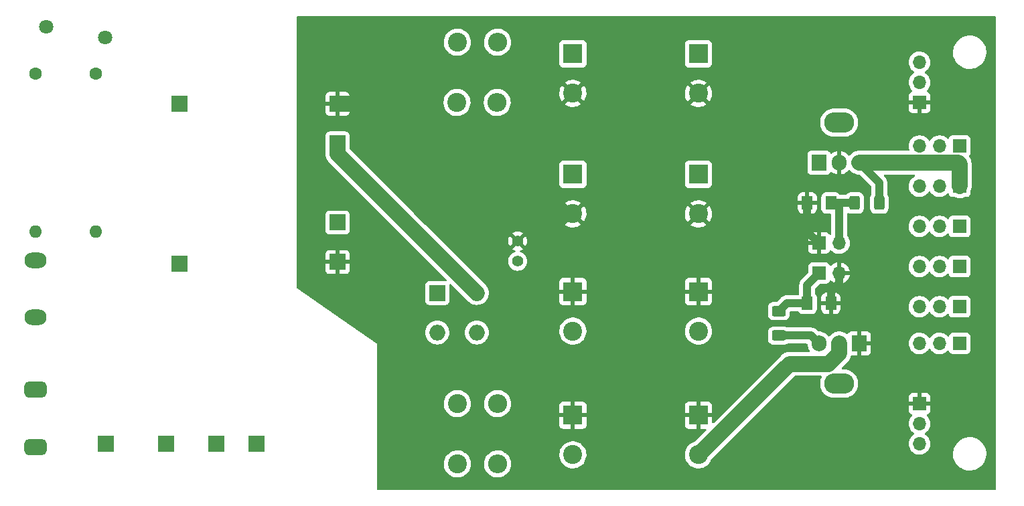
<source format=gbr>
%TF.GenerationSoftware,KiCad,Pcbnew,(6.0.10)*%
%TF.CreationDate,2023-04-08T13:34:01+03:00*%
%TF.ProjectId,DelSol_PSU,44656c53-6f6c-45f5-9053-552e6b696361,rev?*%
%TF.SameCoordinates,Original*%
%TF.FileFunction,Copper,L1,Top*%
%TF.FilePolarity,Positive*%
%FSLAX46Y46*%
G04 Gerber Fmt 4.6, Leading zero omitted, Abs format (unit mm)*
G04 Created by KiCad (PCBNEW (6.0.10)) date 2023-04-08 13:34:01*
%MOMM*%
%LPD*%
G01*
G04 APERTURE LIST*
G04 Aperture macros list*
%AMRoundRect*
0 Rectangle with rounded corners*
0 $1 Rounding radius*
0 $2 $3 $4 $5 $6 $7 $8 $9 X,Y pos of 4 corners*
0 Add a 4 corners polygon primitive as box body*
4,1,4,$2,$3,$4,$5,$6,$7,$8,$9,$2,$3,0*
0 Add four circle primitives for the rounded corners*
1,1,$1+$1,$2,$3*
1,1,$1+$1,$4,$5*
1,1,$1+$1,$6,$7*
1,1,$1+$1,$8,$9*
0 Add four rect primitives between the rounded corners*
20,1,$1+$1,$2,$3,$4,$5,0*
20,1,$1+$1,$4,$5,$6,$7,0*
20,1,$1+$1,$6,$7,$8,$9,0*
20,1,$1+$1,$8,$9,$2,$3,0*%
G04 Aperture macros list end*
%TA.AperFunction,ComponentPad*%
%ADD10R,1.700000X1.700000*%
%TD*%
%TA.AperFunction,ComponentPad*%
%ADD11O,1.700000X1.700000*%
%TD*%
%TA.AperFunction,ComponentPad*%
%ADD12R,2.000000X2.000000*%
%TD*%
%TA.AperFunction,ComponentPad*%
%ADD13R,2.400000X2.400000*%
%TD*%
%TA.AperFunction,ComponentPad*%
%ADD14C,2.400000*%
%TD*%
%TA.AperFunction,ComponentPad*%
%ADD15O,2.000000X2.000000*%
%TD*%
%TA.AperFunction,SMDPad,CuDef*%
%ADD16RoundRect,0.250001X-0.462499X-0.624999X0.462499X-0.624999X0.462499X0.624999X-0.462499X0.624999X0*%
%TD*%
%TA.AperFunction,ComponentPad*%
%ADD17C,1.800000*%
%TD*%
%TA.AperFunction,ComponentPad*%
%ADD18O,2.400000X2.400000*%
%TD*%
%TA.AperFunction,ComponentPad*%
%ADD19C,1.600000*%
%TD*%
%TA.AperFunction,ComponentPad*%
%ADD20O,1.600000X1.600000*%
%TD*%
%TA.AperFunction,SMDPad,CuDef*%
%ADD21RoundRect,0.250000X0.625000X-0.400000X0.625000X0.400000X-0.625000X0.400000X-0.625000X-0.400000X0*%
%TD*%
%TA.AperFunction,ComponentPad*%
%ADD22O,3.780000X2.600000*%
%TD*%
%TA.AperFunction,ComponentPad*%
%ADD23C,1.400000*%
%TD*%
%TA.AperFunction,SMDPad,CuDef*%
%ADD24RoundRect,0.250000X-0.400000X-0.625000X0.400000X-0.625000X0.400000X0.625000X-0.400000X0.625000X0*%
%TD*%
%TA.AperFunction,ComponentPad*%
%ADD25RoundRect,0.500000X0.900000X-0.500000X0.900000X0.500000X-0.900000X0.500000X-0.900000X-0.500000X0*%
%TD*%
%TA.AperFunction,ComponentPad*%
%ADD26O,2.800000X2.000000*%
%TD*%
%TA.AperFunction,ComponentPad*%
%ADD27R,1.905000X2.000000*%
%TD*%
%TA.AperFunction,ComponentPad*%
%ADD28O,1.905000X2.000000*%
%TD*%
%TA.AperFunction,Conductor*%
%ADD29C,1.000000*%
%TD*%
%TA.AperFunction,Conductor*%
%ADD30C,2.000000*%
%TD*%
G04 APERTURE END LIST*
D10*
X147305000Y-53770000D03*
D11*
X144765000Y-53770000D03*
X142225000Y-53770000D03*
D12*
X53340000Y-86360000D03*
D10*
X147305000Y-58850000D03*
D11*
X144765000Y-58850000D03*
X142225000Y-58850000D03*
D12*
X58420000Y-86360000D03*
D13*
X98425000Y-82745000D03*
D14*
X98425000Y-87745000D03*
D13*
X114300000Y-52265000D03*
D14*
X114300000Y-57265000D03*
D13*
X114300000Y-82745000D03*
D14*
X114300000Y-87745000D03*
D12*
X48660000Y-43360000D03*
X81280000Y-67280000D03*
D15*
X81280000Y-72280000D03*
X86280000Y-72280000D03*
X86280000Y-67280000D03*
D12*
X68660000Y-48360000D03*
X68660000Y-43360000D03*
D16*
X128052500Y-55880000D03*
X131027500Y-55880000D03*
D17*
X31810000Y-33590000D03*
X39310000Y-34990000D03*
D14*
X83820000Y-88900000D03*
D18*
X88900000Y-88900000D03*
D10*
X129540000Y-60960000D03*
D11*
X132080000Y-60960000D03*
D10*
X142240000Y-43180000D03*
D11*
X142240000Y-40640000D03*
X142240000Y-38100000D03*
D12*
X46990000Y-86360000D03*
D16*
X128052500Y-68580000D03*
X131027500Y-68580000D03*
D19*
X38100000Y-39530000D03*
D20*
X38100000Y-59530000D03*
D10*
X147305000Y-69010000D03*
D11*
X144765000Y-69010000D03*
X142225000Y-69010000D03*
D10*
X142240000Y-81280000D03*
D11*
X142240000Y-83820000D03*
X142240000Y-86360000D03*
D14*
X83820000Y-81280000D03*
D18*
X88900000Y-81280000D03*
D19*
X30480000Y-39530000D03*
D20*
X30480000Y-59530000D03*
D21*
X124460000Y-72670000D03*
X124460000Y-69570000D03*
D14*
X83780000Y-43180000D03*
D18*
X88860000Y-43180000D03*
D14*
X83820000Y-35560000D03*
D18*
X88900000Y-35560000D03*
D10*
X147305000Y-48690000D03*
D11*
X144765000Y-48690000D03*
X142225000Y-48690000D03*
D22*
X132080000Y-78740000D03*
D10*
X129540000Y-64770000D03*
D11*
X132080000Y-64770000D03*
D12*
X39370000Y-86360000D03*
D23*
X91440000Y-63266000D03*
X91440000Y-60726000D03*
D12*
X68660000Y-58360000D03*
D10*
X147305000Y-63930000D03*
D11*
X144765000Y-63930000D03*
X142225000Y-63930000D03*
D24*
X134060000Y-55880000D03*
X137160000Y-55880000D03*
D13*
X114300000Y-67094785D03*
D14*
X114300000Y-72094785D03*
D25*
X30480000Y-79470000D03*
X30480000Y-86740000D03*
D26*
X30480000Y-63120000D03*
X30480000Y-70390000D03*
D13*
X114300000Y-37025000D03*
D14*
X114300000Y-42025000D03*
D27*
X134620000Y-73660000D03*
D28*
X132080000Y-73660000D03*
X129540000Y-73660000D03*
D22*
X132080000Y-45720000D03*
D27*
X129540000Y-50800000D03*
D28*
X132080000Y-50800000D03*
X134620000Y-50800000D03*
D10*
X147320000Y-73660000D03*
D11*
X144780000Y-73660000D03*
X142240000Y-73660000D03*
D12*
X68660000Y-63360000D03*
D13*
X98425000Y-37025000D03*
D14*
X98425000Y-42025000D03*
D13*
X98425000Y-52265000D03*
D14*
X98425000Y-57265000D03*
D13*
X98425000Y-67094785D03*
D14*
X98425000Y-72094785D03*
D12*
X48660000Y-63600000D03*
D29*
X137160000Y-53340000D02*
X134620000Y-50800000D01*
D30*
X147185000Y-50800000D02*
X147305000Y-50920000D01*
D29*
X137160000Y-55880000D02*
X137160000Y-53340000D01*
D30*
X147305000Y-50920000D02*
X147305000Y-53770000D01*
X134620000Y-50800000D02*
X147185000Y-50800000D01*
X114300000Y-87745000D02*
X125805000Y-76240000D01*
X130770000Y-76240000D02*
X132080000Y-74930000D01*
X125805000Y-76240000D02*
X130770000Y-76240000D01*
X132080000Y-74930000D02*
X132080000Y-73660000D01*
D29*
X124460000Y-72670000D02*
X128550000Y-72670000D01*
X128550000Y-72670000D02*
X129540000Y-73660000D01*
D30*
X86280000Y-67280000D02*
X68660000Y-49660000D01*
X68660000Y-49660000D02*
X68660000Y-48360000D01*
D29*
X132080000Y-55880000D02*
X131027500Y-55880000D01*
X132080000Y-60960000D02*
X132080000Y-55880000D01*
X134060000Y-55880000D02*
X132080000Y-55880000D01*
X128052500Y-68580000D02*
X128052500Y-66257500D01*
X128052500Y-68580000D02*
X125450000Y-68580000D01*
X128052500Y-66257500D02*
X129540000Y-64770000D01*
X125450000Y-68580000D02*
X124460000Y-69570000D01*
X132080000Y-64770000D02*
X132080000Y-66040000D01*
X131027500Y-67092500D02*
X132080000Y-66040000D01*
X128052500Y-55880000D02*
X128052500Y-59472500D01*
D30*
X98425000Y-57265000D02*
X87745000Y-57265000D01*
X87745000Y-57265000D02*
X73840000Y-43360000D01*
D29*
X128052500Y-59472500D02*
X129540000Y-60960000D01*
D30*
X73840000Y-43360000D02*
X68660000Y-43360000D01*
D29*
X131027500Y-68580000D02*
X131027500Y-67092500D01*
%TA.AperFunction,Conductor*%
G36*
X151833621Y-32278502D02*
G01*
X151880114Y-32332158D01*
X151891500Y-32384500D01*
X151891500Y-92075500D01*
X151871498Y-92143621D01*
X151817842Y-92190114D01*
X151765500Y-92201500D01*
X73786000Y-92201500D01*
X73717879Y-92181498D01*
X73671386Y-92127842D01*
X73660000Y-92075500D01*
X73660000Y-88855151D01*
X82107296Y-88855151D01*
X82107520Y-88859817D01*
X82107520Y-88859822D01*
X82107962Y-88869020D01*
X82119480Y-89108798D01*
X82123913Y-89131082D01*
X82152521Y-89274904D01*
X82169021Y-89357857D01*
X82170600Y-89362255D01*
X82170602Y-89362262D01*
X82215022Y-89485980D01*
X82254831Y-89596858D01*
X82257048Y-89600984D01*
X82330938Y-89738500D01*
X82375025Y-89820551D01*
X82377820Y-89824294D01*
X82377822Y-89824297D01*
X82524171Y-90020282D01*
X82524176Y-90020288D01*
X82526963Y-90024020D01*
X82530272Y-90027300D01*
X82530277Y-90027306D01*
X82628859Y-90125031D01*
X82707307Y-90202797D01*
X82711069Y-90205555D01*
X82711072Y-90205558D01*
X82816764Y-90283054D01*
X82912094Y-90352953D01*
X82916229Y-90355129D01*
X82916233Y-90355131D01*
X83034289Y-90417243D01*
X83136827Y-90471191D01*
X83376568Y-90554912D01*
X83626050Y-90602278D01*
X83746532Y-90607011D01*
X83875125Y-90612064D01*
X83875130Y-90612064D01*
X83879793Y-90612247D01*
X83978774Y-90601407D01*
X84127569Y-90585112D01*
X84127575Y-90585111D01*
X84132222Y-90584602D01*
X84241680Y-90555784D01*
X84373273Y-90521138D01*
X84377793Y-90519948D01*
X84496353Y-90469011D01*
X84606807Y-90421557D01*
X84606810Y-90421555D01*
X84611110Y-90419708D01*
X84615090Y-90417245D01*
X84615094Y-90417243D01*
X84823064Y-90288547D01*
X84823066Y-90288545D01*
X84827047Y-90286082D01*
X84925428Y-90202797D01*
X85017289Y-90125031D01*
X85017291Y-90125029D01*
X85020862Y-90122006D01*
X85188295Y-89931084D01*
X85325669Y-89717512D01*
X85429967Y-89485980D01*
X85498896Y-89241575D01*
X85520288Y-89073421D01*
X85530545Y-88992798D01*
X85530545Y-88992792D01*
X85530943Y-88989667D01*
X85531537Y-88967006D01*
X85533208Y-88903160D01*
X85533291Y-88900000D01*
X85529958Y-88855151D01*
X87187296Y-88855151D01*
X87187520Y-88859817D01*
X87187520Y-88859822D01*
X87187962Y-88869020D01*
X87199480Y-89108798D01*
X87203913Y-89131082D01*
X87232521Y-89274904D01*
X87249021Y-89357857D01*
X87250600Y-89362255D01*
X87250602Y-89362262D01*
X87295022Y-89485980D01*
X87334831Y-89596858D01*
X87337048Y-89600984D01*
X87410938Y-89738500D01*
X87455025Y-89820551D01*
X87457820Y-89824294D01*
X87457822Y-89824297D01*
X87604171Y-90020282D01*
X87604176Y-90020288D01*
X87606963Y-90024020D01*
X87610272Y-90027300D01*
X87610277Y-90027306D01*
X87708859Y-90125031D01*
X87787307Y-90202797D01*
X87791069Y-90205555D01*
X87791072Y-90205558D01*
X87896764Y-90283054D01*
X87992094Y-90352953D01*
X87996229Y-90355129D01*
X87996233Y-90355131D01*
X88114289Y-90417243D01*
X88216827Y-90471191D01*
X88456568Y-90554912D01*
X88706050Y-90602278D01*
X88826532Y-90607011D01*
X88955125Y-90612064D01*
X88955130Y-90612064D01*
X88959793Y-90612247D01*
X89058774Y-90601407D01*
X89207569Y-90585112D01*
X89207575Y-90585111D01*
X89212222Y-90584602D01*
X89321680Y-90555784D01*
X89453273Y-90521138D01*
X89457793Y-90519948D01*
X89576353Y-90469011D01*
X89686807Y-90421557D01*
X89686810Y-90421555D01*
X89691110Y-90419708D01*
X89695090Y-90417245D01*
X89695094Y-90417243D01*
X89903064Y-90288547D01*
X89903066Y-90288545D01*
X89907047Y-90286082D01*
X90005428Y-90202797D01*
X90097289Y-90125031D01*
X90097291Y-90125029D01*
X90100862Y-90122006D01*
X90268295Y-89931084D01*
X90405669Y-89717512D01*
X90509967Y-89485980D01*
X90578896Y-89241575D01*
X90600288Y-89073421D01*
X90610545Y-88992798D01*
X90610545Y-88992792D01*
X90610943Y-88989667D01*
X90611537Y-88967006D01*
X90613208Y-88903160D01*
X90613291Y-88900000D01*
X90604344Y-88779597D01*
X90594818Y-88651411D01*
X90594817Y-88651407D01*
X90594472Y-88646759D01*
X90582345Y-88593163D01*
X90539459Y-88403639D01*
X90538428Y-88399082D01*
X90516141Y-88341770D01*
X90448084Y-88166762D01*
X90448083Y-88166760D01*
X90446391Y-88162409D01*
X90425866Y-88126498D01*
X90322702Y-87945997D01*
X90322700Y-87945995D01*
X90320383Y-87941940D01*
X90163171Y-87742517D01*
X90118135Y-87700151D01*
X96712296Y-87700151D01*
X96712520Y-87704817D01*
X96712520Y-87704822D01*
X96714177Y-87739317D01*
X96724480Y-87953798D01*
X96743165Y-88047734D01*
X96765169Y-88158353D01*
X96774021Y-88202857D01*
X96775600Y-88207255D01*
X96775602Y-88207262D01*
X96829136Y-88356365D01*
X96859831Y-88441858D01*
X96862048Y-88445984D01*
X96939149Y-88589476D01*
X96980025Y-88665551D01*
X96982820Y-88669294D01*
X96982822Y-88669297D01*
X97129171Y-88865282D01*
X97129176Y-88865288D01*
X97131963Y-88869020D01*
X97135272Y-88872300D01*
X97135277Y-88872306D01*
X97253667Y-88989667D01*
X97312307Y-89047797D01*
X97316069Y-89050555D01*
X97316072Y-89050558D01*
X97351780Y-89076740D01*
X97517094Y-89197953D01*
X97521229Y-89200129D01*
X97521233Y-89200131D01*
X97608555Y-89246073D01*
X97741827Y-89316191D01*
X97981568Y-89399912D01*
X98231050Y-89447278D01*
X98351532Y-89452011D01*
X98480125Y-89457064D01*
X98480130Y-89457064D01*
X98484793Y-89457247D01*
X98583774Y-89446407D01*
X98732569Y-89430112D01*
X98732575Y-89430111D01*
X98737222Y-89429602D01*
X98742563Y-89428196D01*
X98978273Y-89366138D01*
X98982793Y-89364948D01*
X99101353Y-89314011D01*
X99211807Y-89266557D01*
X99211810Y-89266555D01*
X99216110Y-89264708D01*
X99220090Y-89262245D01*
X99220094Y-89262243D01*
X99428064Y-89133547D01*
X99428066Y-89133545D01*
X99432047Y-89131082D01*
X99435624Y-89128054D01*
X99622289Y-88970031D01*
X99622291Y-88970029D01*
X99625862Y-88967006D01*
X99793295Y-88776084D01*
X99930669Y-88562512D01*
X100034967Y-88330980D01*
X100103896Y-88086575D01*
X100126476Y-87909084D01*
X100135545Y-87837798D01*
X100135545Y-87837792D01*
X100135943Y-87834667D01*
X100138291Y-87745000D01*
X100134958Y-87700151D01*
X112587296Y-87700151D01*
X112587520Y-87704817D01*
X112587520Y-87704822D01*
X112589177Y-87739317D01*
X112599480Y-87953798D01*
X112618165Y-88047734D01*
X112640169Y-88158353D01*
X112649021Y-88202857D01*
X112650600Y-88207255D01*
X112650602Y-88207262D01*
X112704136Y-88356365D01*
X112734831Y-88441858D01*
X112737048Y-88445984D01*
X112814149Y-88589476D01*
X112855025Y-88665551D01*
X112857820Y-88669294D01*
X112857822Y-88669297D01*
X113004171Y-88865282D01*
X113004176Y-88865288D01*
X113006963Y-88869020D01*
X113010272Y-88872300D01*
X113010277Y-88872306D01*
X113128667Y-88989667D01*
X113187307Y-89047797D01*
X113191069Y-89050555D01*
X113191072Y-89050558D01*
X113226780Y-89076740D01*
X113392094Y-89197953D01*
X113396229Y-89200129D01*
X113396233Y-89200131D01*
X113483555Y-89246073D01*
X113616827Y-89316191D01*
X113856568Y-89399912D01*
X114106050Y-89447278D01*
X114226532Y-89452011D01*
X114355125Y-89457064D01*
X114355130Y-89457064D01*
X114359793Y-89457247D01*
X114458774Y-89446407D01*
X114607569Y-89430112D01*
X114607575Y-89430111D01*
X114612222Y-89429602D01*
X114617563Y-89428196D01*
X114853273Y-89366138D01*
X114857793Y-89364948D01*
X114976353Y-89314011D01*
X115086807Y-89266557D01*
X115086810Y-89266555D01*
X115091110Y-89264708D01*
X115095090Y-89262245D01*
X115095094Y-89262243D01*
X115303064Y-89133547D01*
X115303066Y-89133545D01*
X115307047Y-89131082D01*
X115310624Y-89128054D01*
X115497289Y-88970031D01*
X115497291Y-88970029D01*
X115500862Y-88967006D01*
X115668295Y-88776084D01*
X115805669Y-88562512D01*
X115909967Y-88330980D01*
X115925635Y-88275425D01*
X115957808Y-88220533D01*
X116415638Y-87762703D01*
X146480743Y-87762703D01*
X146481302Y-87766947D01*
X146481302Y-87766951D01*
X146490217Y-87834667D01*
X146518268Y-88047734D01*
X146594129Y-88325036D01*
X146595813Y-88328984D01*
X146642078Y-88437449D01*
X146706923Y-88589476D01*
X146749987Y-88661431D01*
X146818606Y-88776084D01*
X146854561Y-88836161D01*
X147034313Y-89060528D01*
X147111259Y-89133547D01*
X147229837Y-89246073D01*
X147242851Y-89258423D01*
X147325391Y-89317734D01*
X147440967Y-89400784D01*
X147476317Y-89426186D01*
X147480112Y-89428195D01*
X147480113Y-89428196D01*
X147501869Y-89439715D01*
X147730392Y-89560712D01*
X148000373Y-89659511D01*
X148281264Y-89720755D01*
X148309841Y-89723004D01*
X148504282Y-89738307D01*
X148504291Y-89738307D01*
X148506739Y-89738500D01*
X148662271Y-89738500D01*
X148664407Y-89738354D01*
X148664418Y-89738354D01*
X148872548Y-89724165D01*
X148872554Y-89724164D01*
X148876825Y-89723873D01*
X148881020Y-89723004D01*
X148881022Y-89723004D01*
X149017584Y-89694723D01*
X149158342Y-89665574D01*
X149429343Y-89569607D01*
X149684812Y-89437750D01*
X149688313Y-89435289D01*
X149688317Y-89435287D01*
X149805016Y-89353269D01*
X149920023Y-89272441D01*
X149998403Y-89199606D01*
X150127479Y-89079661D01*
X150127481Y-89079658D01*
X150130622Y-89076740D01*
X150312713Y-88854268D01*
X150462927Y-88609142D01*
X150553137Y-88403639D01*
X150576757Y-88349830D01*
X150578483Y-88345898D01*
X150657244Y-88069406D01*
X150697751Y-87784784D01*
X150697845Y-87766951D01*
X150699235Y-87501583D01*
X150699235Y-87501576D01*
X150699257Y-87497297D01*
X150697929Y-87487205D01*
X150672910Y-87297169D01*
X150661732Y-87212266D01*
X150659991Y-87205900D01*
X150606880Y-87011762D01*
X150585871Y-86934964D01*
X150552555Y-86856857D01*
X150474763Y-86674476D01*
X150474761Y-86674472D01*
X150473077Y-86670524D01*
X150397681Y-86544547D01*
X150327643Y-86427521D01*
X150327640Y-86427517D01*
X150325439Y-86423839D01*
X150145687Y-86199472D01*
X149975708Y-86038168D01*
X149940258Y-86004527D01*
X149940255Y-86004525D01*
X149937149Y-86001577D01*
X149703683Y-85833814D01*
X149681843Y-85822250D01*
X149658654Y-85809972D01*
X149449608Y-85699288D01*
X149179627Y-85600489D01*
X148898736Y-85539245D01*
X148867685Y-85536801D01*
X148675718Y-85521693D01*
X148675709Y-85521693D01*
X148673261Y-85521500D01*
X148517729Y-85521500D01*
X148515593Y-85521646D01*
X148515582Y-85521646D01*
X148307452Y-85535835D01*
X148307446Y-85535836D01*
X148303175Y-85536127D01*
X148298980Y-85536996D01*
X148298978Y-85536996D01*
X148162416Y-85565277D01*
X148021658Y-85594426D01*
X147750657Y-85690393D01*
X147495188Y-85822250D01*
X147491687Y-85824711D01*
X147491683Y-85824713D01*
X147481594Y-85831804D01*
X147259977Y-85987559D01*
X147244892Y-86001577D01*
X147075993Y-86158528D01*
X147049378Y-86183260D01*
X146867287Y-86405732D01*
X146717073Y-86650858D01*
X146715347Y-86654791D01*
X146715346Y-86654792D01*
X146671760Y-86754084D01*
X146601517Y-86914102D01*
X146522756Y-87190594D01*
X146482249Y-87475216D01*
X146482227Y-87479505D01*
X146482226Y-87479512D01*
X146480819Y-87748160D01*
X146480743Y-87762703D01*
X116415638Y-87762703D01*
X117851646Y-86326695D01*
X140877251Y-86326695D01*
X140877548Y-86331848D01*
X140877548Y-86331851D01*
X140882852Y-86423839D01*
X140890110Y-86549715D01*
X140891247Y-86554761D01*
X140891248Y-86554767D01*
X140911119Y-86642939D01*
X140939222Y-86767639D01*
X141023266Y-86974616D01*
X141139987Y-87165088D01*
X141286250Y-87333938D01*
X141458126Y-87476632D01*
X141651000Y-87589338D01*
X141859692Y-87669030D01*
X141864760Y-87670061D01*
X141864763Y-87670062D01*
X141972017Y-87691883D01*
X142078597Y-87713567D01*
X142083772Y-87713757D01*
X142083774Y-87713757D01*
X142296673Y-87721564D01*
X142296677Y-87721564D01*
X142301837Y-87721753D01*
X142306957Y-87721097D01*
X142306959Y-87721097D01*
X142518288Y-87694025D01*
X142518289Y-87694025D01*
X142523416Y-87693368D01*
X142528366Y-87691883D01*
X142732429Y-87630661D01*
X142732434Y-87630659D01*
X142737384Y-87629174D01*
X142937994Y-87530896D01*
X143119860Y-87401173D01*
X143278096Y-87243489D01*
X143337594Y-87160689D01*
X143405435Y-87066277D01*
X143408453Y-87062077D01*
X143435472Y-87007409D01*
X143505136Y-86866453D01*
X143505137Y-86866451D01*
X143507430Y-86861811D01*
X143566668Y-86666837D01*
X143570865Y-86653023D01*
X143570865Y-86653021D01*
X143572370Y-86648069D01*
X143601529Y-86426590D01*
X143601913Y-86410864D01*
X143603074Y-86363365D01*
X143603074Y-86363361D01*
X143603156Y-86360000D01*
X143584852Y-86137361D01*
X143530431Y-85920702D01*
X143441354Y-85715840D01*
X143325655Y-85536996D01*
X143322822Y-85532617D01*
X143322820Y-85532614D01*
X143320014Y-85528277D01*
X143169670Y-85363051D01*
X143165619Y-85359852D01*
X143165615Y-85359848D01*
X142998414Y-85227800D01*
X142998410Y-85227798D01*
X142994359Y-85224598D01*
X142953053Y-85201796D01*
X142903084Y-85151364D01*
X142888312Y-85081921D01*
X142913428Y-85015516D01*
X142940780Y-84988909D01*
X142984603Y-84957650D01*
X143119860Y-84861173D01*
X143278096Y-84703489D01*
X143337594Y-84620689D01*
X143405435Y-84526277D01*
X143408453Y-84522077D01*
X143442594Y-84452999D01*
X143505136Y-84326453D01*
X143505137Y-84326451D01*
X143507430Y-84321811D01*
X143572370Y-84108069D01*
X143601529Y-83886590D01*
X143603156Y-83820000D01*
X143584852Y-83597361D01*
X143530431Y-83380702D01*
X143441354Y-83175840D01*
X143335716Y-83012548D01*
X143322822Y-82992617D01*
X143322820Y-82992614D01*
X143320014Y-82988277D01*
X143316540Y-82984459D01*
X143316533Y-82984450D01*
X143172435Y-82826088D01*
X143141383Y-82762242D01*
X143149779Y-82691744D01*
X143194956Y-82636976D01*
X143221400Y-82623307D01*
X143328052Y-82583325D01*
X143343649Y-82574786D01*
X143445724Y-82498285D01*
X143458285Y-82485724D01*
X143534786Y-82383649D01*
X143543324Y-82368054D01*
X143588478Y-82247606D01*
X143592105Y-82232351D01*
X143597631Y-82181486D01*
X143598000Y-82174672D01*
X143598000Y-81552115D01*
X143593525Y-81536876D01*
X143592135Y-81535671D01*
X143584452Y-81534000D01*
X140900116Y-81534000D01*
X140884877Y-81538475D01*
X140883672Y-81539865D01*
X140882001Y-81547548D01*
X140882001Y-82174669D01*
X140882371Y-82181490D01*
X140887895Y-82232352D01*
X140891521Y-82247604D01*
X140936676Y-82368054D01*
X140945214Y-82383649D01*
X141021715Y-82485724D01*
X141034276Y-82498285D01*
X141136351Y-82574786D01*
X141151946Y-82583324D01*
X141260827Y-82624142D01*
X141317591Y-82666784D01*
X141342291Y-82733345D01*
X141327083Y-82802694D01*
X141307691Y-82829175D01*
X141285178Y-82852734D01*
X141180629Y-82962138D01*
X141177715Y-82966410D01*
X141177714Y-82966411D01*
X141152431Y-83003475D01*
X141054743Y-83146680D01*
X140960688Y-83349305D01*
X140900989Y-83564570D01*
X140877251Y-83786695D01*
X140877548Y-83791848D01*
X140877548Y-83791851D01*
X140883011Y-83886590D01*
X140890110Y-84009715D01*
X140891247Y-84014761D01*
X140891248Y-84014767D01*
X140911119Y-84102939D01*
X140939222Y-84227639D01*
X141023266Y-84434616D01*
X141139987Y-84625088D01*
X141286250Y-84793938D01*
X141458126Y-84936632D01*
X141528595Y-84977811D01*
X141531445Y-84979476D01*
X141580169Y-85031114D01*
X141593240Y-85100897D01*
X141566509Y-85166669D01*
X141526055Y-85200027D01*
X141513607Y-85206507D01*
X141509474Y-85209610D01*
X141509471Y-85209612D01*
X141485247Y-85227800D01*
X141334965Y-85340635D01*
X141180629Y-85502138D01*
X141177715Y-85506410D01*
X141177714Y-85506411D01*
X141112532Y-85601964D01*
X141054743Y-85686680D01*
X140960688Y-85889305D01*
X140900989Y-86104570D01*
X140877251Y-86326695D01*
X117851646Y-86326695D01*
X123170456Y-81007885D01*
X140882000Y-81007885D01*
X140886475Y-81023124D01*
X140887865Y-81024329D01*
X140895548Y-81026000D01*
X141967885Y-81026000D01*
X141983124Y-81021525D01*
X141984329Y-81020135D01*
X141986000Y-81012452D01*
X141986000Y-81007885D01*
X142494000Y-81007885D01*
X142498475Y-81023124D01*
X142499865Y-81024329D01*
X142507548Y-81026000D01*
X143579884Y-81026000D01*
X143595123Y-81021525D01*
X143596328Y-81020135D01*
X143597999Y-81012452D01*
X143597999Y-80385331D01*
X143597629Y-80378510D01*
X143592105Y-80327648D01*
X143588479Y-80312396D01*
X143543324Y-80191946D01*
X143534786Y-80176351D01*
X143458285Y-80074276D01*
X143445724Y-80061715D01*
X143343649Y-79985214D01*
X143328054Y-79976676D01*
X143207606Y-79931522D01*
X143192351Y-79927895D01*
X143141486Y-79922369D01*
X143134672Y-79922000D01*
X142512115Y-79922000D01*
X142496876Y-79926475D01*
X142495671Y-79927865D01*
X142494000Y-79935548D01*
X142494000Y-81007885D01*
X141986000Y-81007885D01*
X141986000Y-79940116D01*
X141981525Y-79924877D01*
X141980135Y-79923672D01*
X141972452Y-79922001D01*
X141345331Y-79922001D01*
X141338510Y-79922371D01*
X141287648Y-79927895D01*
X141272396Y-79931521D01*
X141151946Y-79976676D01*
X141136351Y-79985214D01*
X141034276Y-80061715D01*
X141021715Y-80074276D01*
X140945214Y-80176351D01*
X140936676Y-80191946D01*
X140891522Y-80312394D01*
X140887895Y-80327649D01*
X140882369Y-80378514D01*
X140882000Y-80385328D01*
X140882000Y-81007885D01*
X123170456Y-81007885D01*
X126392936Y-77785405D01*
X126455248Y-77751379D01*
X126482031Y-77748500D01*
X129759784Y-77748500D01*
X129827905Y-77768502D01*
X129874398Y-77822158D01*
X129884502Y-77892432D01*
X129872790Y-77930228D01*
X129808486Y-78060624D01*
X129726538Y-78316630D01*
X129683330Y-78581937D01*
X129679812Y-78850716D01*
X129716060Y-79117063D01*
X129717368Y-79121549D01*
X129717368Y-79121551D01*
X129737183Y-79189534D01*
X129791278Y-79375126D01*
X129903815Y-79619237D01*
X129906378Y-79623146D01*
X130048631Y-79840119D01*
X130048635Y-79840124D01*
X130051197Y-79844032D01*
X130054314Y-79847524D01*
X130169587Y-79976676D01*
X130230188Y-80044574D01*
X130436854Y-80216456D01*
X130666656Y-80355904D01*
X130670970Y-80357713D01*
X130670974Y-80357715D01*
X130910231Y-80458043D01*
X130914545Y-80459852D01*
X131175077Y-80526019D01*
X131398334Y-80548500D01*
X132738237Y-80548500D01*
X132740562Y-80548327D01*
X132740568Y-80548327D01*
X132933408Y-80533996D01*
X132933409Y-80533996D01*
X132938063Y-80533650D01*
X132942616Y-80532620D01*
X132942621Y-80532619D01*
X133195669Y-80475361D01*
X133195674Y-80475360D01*
X133200237Y-80474327D01*
X133450762Y-80376902D01*
X133684136Y-80243518D01*
X133895231Y-80077105D01*
X134079409Y-79881317D01*
X134212103Y-79690041D01*
X134229961Y-79664299D01*
X134229963Y-79664296D01*
X134232626Y-79660457D01*
X134251026Y-79623146D01*
X134349449Y-79423564D01*
X134349450Y-79423561D01*
X134351514Y-79419376D01*
X134433462Y-79163370D01*
X134476670Y-78898063D01*
X134480188Y-78629284D01*
X134443940Y-78362937D01*
X134429146Y-78312179D01*
X134370033Y-78109373D01*
X134368722Y-78104874D01*
X134256185Y-77860763D01*
X134182582Y-77748500D01*
X134111369Y-77639881D01*
X134111365Y-77639876D01*
X134108803Y-77635968D01*
X133929812Y-77435426D01*
X133723146Y-77263544D01*
X133493344Y-77124096D01*
X133489030Y-77122287D01*
X133489026Y-77122285D01*
X133249769Y-77021957D01*
X133245455Y-77020148D01*
X132984923Y-76953981D01*
X132761666Y-76931500D01*
X132516031Y-76931500D01*
X132447910Y-76911498D01*
X132401417Y-76857842D01*
X132391313Y-76787568D01*
X132420807Y-76722988D01*
X132426936Y-76716405D01*
X133129666Y-76013675D01*
X133132188Y-76011221D01*
X133201012Y-75946138D01*
X133201014Y-75946135D01*
X133204681Y-75942668D01*
X133252411Y-75880239D01*
X133256552Y-75875108D01*
X133304191Y-75819133D01*
X133304192Y-75819132D01*
X133307470Y-75815280D01*
X133310089Y-75810955D01*
X133310093Y-75810950D01*
X133324491Y-75787176D01*
X133332163Y-75775929D01*
X133352120Y-75749826D01*
X133389243Y-75680592D01*
X133392507Y-75674868D01*
X133430602Y-75611966D01*
X133433221Y-75607642D01*
X133445528Y-75577181D01*
X133451308Y-75564841D01*
X133464440Y-75540350D01*
X133466831Y-75535891D01*
X133492412Y-75461599D01*
X133494722Y-75455421D01*
X133522258Y-75387266D01*
X133524155Y-75382571D01*
X133531432Y-75350539D01*
X133535163Y-75337441D01*
X133545862Y-75306369D01*
X133546724Y-75301381D01*
X133551704Y-75272553D01*
X133583009Y-75208831D01*
X133643795Y-75172150D01*
X133675865Y-75168000D01*
X134347885Y-75168000D01*
X134363124Y-75163525D01*
X134364329Y-75162135D01*
X134366000Y-75154452D01*
X134366000Y-75149884D01*
X134874000Y-75149884D01*
X134878475Y-75165123D01*
X134879865Y-75166328D01*
X134887548Y-75167999D01*
X135617169Y-75167999D01*
X135623990Y-75167629D01*
X135674852Y-75162105D01*
X135690104Y-75158479D01*
X135810554Y-75113324D01*
X135826149Y-75104786D01*
X135928224Y-75028285D01*
X135940785Y-75015724D01*
X136017286Y-74913649D01*
X136025824Y-74898054D01*
X136070978Y-74777606D01*
X136074605Y-74762351D01*
X136080131Y-74711486D01*
X136080500Y-74704672D01*
X136080500Y-73932115D01*
X136076025Y-73916876D01*
X136074635Y-73915671D01*
X136066952Y-73914000D01*
X134892115Y-73914000D01*
X134876876Y-73918475D01*
X134875671Y-73919865D01*
X134874000Y-73927548D01*
X134874000Y-75149884D01*
X134366000Y-75149884D01*
X134366000Y-73626695D01*
X140877251Y-73626695D01*
X140877548Y-73631848D01*
X140877548Y-73631851D01*
X140885986Y-73778196D01*
X140890110Y-73849715D01*
X140891247Y-73854761D01*
X140891248Y-73854767D01*
X140905606Y-73918475D01*
X140939222Y-74067639D01*
X141023266Y-74274616D01*
X141060685Y-74335678D01*
X141137291Y-74460688D01*
X141139987Y-74465088D01*
X141286250Y-74633938D01*
X141458126Y-74776632D01*
X141651000Y-74889338D01*
X141859692Y-74969030D01*
X141864760Y-74970061D01*
X141864763Y-74970062D01*
X141935935Y-74984542D01*
X142078597Y-75013567D01*
X142083772Y-75013757D01*
X142083774Y-75013757D01*
X142296673Y-75021564D01*
X142296677Y-75021564D01*
X142301837Y-75021753D01*
X142306957Y-75021097D01*
X142306959Y-75021097D01*
X142518288Y-74994025D01*
X142518289Y-74994025D01*
X142523416Y-74993368D01*
X142528366Y-74991883D01*
X142732429Y-74930661D01*
X142732434Y-74930659D01*
X142737384Y-74929174D01*
X142937994Y-74830896D01*
X143119860Y-74701173D01*
X143278096Y-74543489D01*
X143337594Y-74460689D01*
X143408453Y-74362077D01*
X143409776Y-74363028D01*
X143456645Y-74319857D01*
X143526580Y-74307625D01*
X143592026Y-74335144D01*
X143619875Y-74366994D01*
X143679987Y-74465088D01*
X143826250Y-74633938D01*
X143998126Y-74776632D01*
X144191000Y-74889338D01*
X144399692Y-74969030D01*
X144404760Y-74970061D01*
X144404763Y-74970062D01*
X144475935Y-74984542D01*
X144618597Y-75013567D01*
X144623772Y-75013757D01*
X144623774Y-75013757D01*
X144836673Y-75021564D01*
X144836677Y-75021564D01*
X144841837Y-75021753D01*
X144846957Y-75021097D01*
X144846959Y-75021097D01*
X145058288Y-74994025D01*
X145058289Y-74994025D01*
X145063416Y-74993368D01*
X145068366Y-74991883D01*
X145272429Y-74930661D01*
X145272434Y-74930659D01*
X145277384Y-74929174D01*
X145477994Y-74830896D01*
X145659860Y-74701173D01*
X145768091Y-74593319D01*
X145830462Y-74559404D01*
X145901268Y-74564592D01*
X145958030Y-74607238D01*
X145975012Y-74638341D01*
X146019385Y-74756705D01*
X146106739Y-74873261D01*
X146223295Y-74960615D01*
X146359684Y-75011745D01*
X146421866Y-75018500D01*
X148218134Y-75018500D01*
X148280316Y-75011745D01*
X148416705Y-74960615D01*
X148533261Y-74873261D01*
X148620615Y-74756705D01*
X148671745Y-74620316D01*
X148678500Y-74558134D01*
X148678500Y-72761866D01*
X148671745Y-72699684D01*
X148620615Y-72563295D01*
X148533261Y-72446739D01*
X148416705Y-72359385D01*
X148280316Y-72308255D01*
X148218134Y-72301500D01*
X146421866Y-72301500D01*
X146359684Y-72308255D01*
X146223295Y-72359385D01*
X146106739Y-72446739D01*
X146019385Y-72563295D01*
X146016233Y-72571703D01*
X145974919Y-72681907D01*
X145932277Y-72738671D01*
X145865716Y-72763371D01*
X145796367Y-72748163D01*
X145763743Y-72722476D01*
X145713151Y-72666875D01*
X145713142Y-72666866D01*
X145709670Y-72663051D01*
X145705619Y-72659852D01*
X145705615Y-72659848D01*
X145538414Y-72527800D01*
X145538410Y-72527798D01*
X145534359Y-72524598D01*
X145528791Y-72521524D01*
X145454555Y-72480544D01*
X145338789Y-72416638D01*
X145333920Y-72414914D01*
X145333916Y-72414912D01*
X145133087Y-72343795D01*
X145133083Y-72343794D01*
X145128212Y-72342069D01*
X145123119Y-72341162D01*
X145123116Y-72341161D01*
X144913373Y-72303800D01*
X144913367Y-72303799D01*
X144908284Y-72302894D01*
X144834452Y-72301992D01*
X144690081Y-72300228D01*
X144690079Y-72300228D01*
X144684911Y-72300165D01*
X144464091Y-72333955D01*
X144251756Y-72403357D01*
X144053607Y-72506507D01*
X144049474Y-72509610D01*
X144049471Y-72509612D01*
X143879100Y-72637530D01*
X143874965Y-72640635D01*
X143840926Y-72676255D01*
X143734872Y-72787234D01*
X143720629Y-72802138D01*
X143613201Y-72959621D01*
X143558293Y-73004621D01*
X143487768Y-73012792D01*
X143424021Y-72981538D01*
X143403324Y-72957054D01*
X143322822Y-72832617D01*
X143322820Y-72832614D01*
X143320014Y-72828277D01*
X143169670Y-72663051D01*
X143165619Y-72659852D01*
X143165615Y-72659848D01*
X142998414Y-72527800D01*
X142998410Y-72527798D01*
X142994359Y-72524598D01*
X142988791Y-72521524D01*
X142914555Y-72480544D01*
X142798789Y-72416638D01*
X142793920Y-72414914D01*
X142793916Y-72414912D01*
X142593087Y-72343795D01*
X142593083Y-72343794D01*
X142588212Y-72342069D01*
X142583119Y-72341162D01*
X142583116Y-72341161D01*
X142373373Y-72303800D01*
X142373367Y-72303799D01*
X142368284Y-72302894D01*
X142294452Y-72301992D01*
X142150081Y-72300228D01*
X142150079Y-72300228D01*
X142144911Y-72300165D01*
X141924091Y-72333955D01*
X141711756Y-72403357D01*
X141513607Y-72506507D01*
X141509474Y-72509610D01*
X141509471Y-72509612D01*
X141339100Y-72637530D01*
X141334965Y-72640635D01*
X141300926Y-72676255D01*
X141194872Y-72787234D01*
X141180629Y-72802138D01*
X141177720Y-72806403D01*
X141177714Y-72806411D01*
X141108390Y-72908036D01*
X141054743Y-72986680D01*
X141039703Y-73019082D01*
X140992673Y-73120400D01*
X140960688Y-73189305D01*
X140900989Y-73404570D01*
X140877251Y-73626695D01*
X134366000Y-73626695D01*
X134366000Y-73387885D01*
X134874000Y-73387885D01*
X134878475Y-73403124D01*
X134879865Y-73404329D01*
X134887548Y-73406000D01*
X136062384Y-73406000D01*
X136077623Y-73401525D01*
X136078828Y-73400135D01*
X136080499Y-73392452D01*
X136080499Y-72615331D01*
X136080129Y-72608510D01*
X136074605Y-72557648D01*
X136070979Y-72542396D01*
X136025824Y-72421946D01*
X136017286Y-72406351D01*
X135940785Y-72304276D01*
X135928224Y-72291715D01*
X135826149Y-72215214D01*
X135810554Y-72206676D01*
X135690106Y-72161522D01*
X135674851Y-72157895D01*
X135623986Y-72152369D01*
X135617172Y-72152000D01*
X134892115Y-72152000D01*
X134876876Y-72156475D01*
X134875671Y-72157865D01*
X134874000Y-72165548D01*
X134874000Y-73387885D01*
X134366000Y-73387885D01*
X134366000Y-72170116D01*
X134361525Y-72154877D01*
X134360135Y-72153672D01*
X134352452Y-72152001D01*
X133622831Y-72152001D01*
X133616010Y-72152371D01*
X133565148Y-72157895D01*
X133549896Y-72161521D01*
X133429446Y-72206676D01*
X133413851Y-72215214D01*
X133311776Y-72291715D01*
X133299215Y-72304276D01*
X133222714Y-72406351D01*
X133214175Y-72421949D01*
X133213678Y-72423273D01*
X133212835Y-72424395D01*
X133209866Y-72429818D01*
X133209083Y-72429389D01*
X133171035Y-72480037D01*
X133104473Y-72504735D01*
X133035125Y-72489526D01*
X133015721Y-72476406D01*
X132947628Y-72420474D01*
X132947625Y-72420472D01*
X132943722Y-72417266D01*
X132799236Y-72333173D01*
X132738290Y-72297701D01*
X132738288Y-72297700D01*
X132733922Y-72295159D01*
X132724950Y-72291715D01*
X132512028Y-72209982D01*
X132512021Y-72209980D01*
X132507298Y-72208167D01*
X132476582Y-72201750D01*
X132460292Y-72197187D01*
X132454485Y-72195130D01*
X132391220Y-72183860D01*
X132387568Y-72183154D01*
X132269680Y-72158526D01*
X132264629Y-72158297D01*
X132264624Y-72158296D01*
X132255124Y-72157865D01*
X132250160Y-72157640D01*
X132233791Y-72155818D01*
X132217963Y-72152999D01*
X132189440Y-72152650D01*
X132124274Y-72151854D01*
X132120099Y-72151733D01*
X132032238Y-72147743D01*
X132032231Y-72147743D01*
X132027183Y-72147514D01*
X132010509Y-72149443D01*
X131994493Y-72150269D01*
X131987786Y-72150187D01*
X131982906Y-72150127D01*
X131982904Y-72150127D01*
X131977737Y-72150064D01*
X131895038Y-72162718D01*
X131890483Y-72163331D01*
X131786044Y-72175415D01*
X131762905Y-72181963D01*
X131747669Y-72185270D01*
X131740256Y-72186404D01*
X131697798Y-72200281D01*
X131693007Y-72201742D01*
X131552468Y-72241510D01*
X131547892Y-72243644D01*
X131547886Y-72243646D01*
X131337046Y-72341962D01*
X131337042Y-72341964D01*
X131332464Y-72344099D01*
X131328283Y-72346940D01*
X131328282Y-72346941D01*
X131302046Y-72364771D01*
X131131693Y-72480544D01*
X130955319Y-72647332D01*
X130901215Y-72718097D01*
X130843953Y-72760063D01*
X130773089Y-72764408D01*
X130711126Y-72729752D01*
X130703173Y-72720606D01*
X130701502Y-72718023D01*
X130691964Y-72707540D01*
X130543289Y-72544149D01*
X130539814Y-72540330D01*
X130458872Y-72476406D01*
X130355330Y-72394633D01*
X130355325Y-72394630D01*
X130351276Y-72391432D01*
X130346760Y-72388939D01*
X130346757Y-72388937D01*
X130145474Y-72277823D01*
X130145470Y-72277821D01*
X130140950Y-72275326D01*
X130136081Y-72273602D01*
X130136077Y-72273600D01*
X129919360Y-72196856D01*
X129919356Y-72196855D01*
X129914485Y-72195130D01*
X129909392Y-72194223D01*
X129909389Y-72194222D01*
X129683052Y-72153905D01*
X129683046Y-72153904D01*
X129677963Y-72152999D01*
X129507813Y-72150920D01*
X129439944Y-72130088D01*
X129420259Y-72114025D01*
X129306855Y-72000621D01*
X129297753Y-71990478D01*
X129277897Y-71965782D01*
X129274032Y-71960975D01*
X129235578Y-71928708D01*
X129231931Y-71925528D01*
X129230119Y-71923885D01*
X129227925Y-71921691D01*
X129194651Y-71894358D01*
X129193853Y-71893696D01*
X129122526Y-71833846D01*
X129117856Y-71831278D01*
X129113739Y-71827897D01*
X129055551Y-71796697D01*
X129031914Y-71784023D01*
X129030755Y-71783394D01*
X128954619Y-71741538D01*
X128954611Y-71741535D01*
X128949213Y-71738567D01*
X128944131Y-71736955D01*
X128939437Y-71734438D01*
X128850469Y-71707238D01*
X128849441Y-71706918D01*
X128760694Y-71678765D01*
X128755398Y-71678171D01*
X128750302Y-71676613D01*
X128657743Y-71667210D01*
X128656607Y-71667089D01*
X128622992Y-71663319D01*
X128610270Y-71661892D01*
X128610266Y-71661892D01*
X128606773Y-71661500D01*
X128603246Y-71661500D01*
X128602261Y-71661445D01*
X128596581Y-71660998D01*
X128567175Y-71658011D01*
X128559663Y-71657248D01*
X128559661Y-71657248D01*
X128553538Y-71656626D01*
X128511259Y-71660623D01*
X128507891Y-71660941D01*
X128496033Y-71661500D01*
X125579100Y-71661500D01*
X125512984Y-71642760D01*
X125413968Y-71581725D01*
X125413966Y-71581724D01*
X125407738Y-71577885D01*
X125247254Y-71524655D01*
X125246389Y-71524368D01*
X125246387Y-71524368D01*
X125239861Y-71522203D01*
X125233025Y-71521503D01*
X125233022Y-71521502D01*
X125189969Y-71517091D01*
X125135400Y-71511500D01*
X123784600Y-71511500D01*
X123781354Y-71511837D01*
X123781350Y-71511837D01*
X123685692Y-71521762D01*
X123685688Y-71521763D01*
X123678834Y-71522474D01*
X123672298Y-71524655D01*
X123672296Y-71524655D01*
X123605815Y-71546835D01*
X123511054Y-71578450D01*
X123360652Y-71671522D01*
X123355479Y-71676704D01*
X123352601Y-71679587D01*
X123235695Y-71796697D01*
X123231855Y-71802927D01*
X123231854Y-71802928D01*
X123210356Y-71837805D01*
X123142885Y-71947262D01*
X123138337Y-71960975D01*
X123094999Y-72091636D01*
X123087203Y-72115139D01*
X123086503Y-72121975D01*
X123086502Y-72121978D01*
X123083544Y-72150847D01*
X123076500Y-72219600D01*
X123076500Y-73120400D01*
X123076837Y-73123646D01*
X123076837Y-73123650D01*
X123081976Y-73173175D01*
X123087474Y-73226166D01*
X123143450Y-73393946D01*
X123236522Y-73544348D01*
X123361697Y-73669305D01*
X123367927Y-73673145D01*
X123367928Y-73673146D01*
X123505090Y-73757694D01*
X123512262Y-73762115D01*
X123592005Y-73788564D01*
X123673611Y-73815632D01*
X123673613Y-73815632D01*
X123680139Y-73817797D01*
X123686975Y-73818497D01*
X123686978Y-73818498D01*
X123730031Y-73822909D01*
X123784600Y-73828500D01*
X125135400Y-73828500D01*
X125138646Y-73828163D01*
X125138650Y-73828163D01*
X125234308Y-73818238D01*
X125234312Y-73818237D01*
X125241166Y-73817526D01*
X125247702Y-73815345D01*
X125247704Y-73815345D01*
X125388408Y-73768402D01*
X125408946Y-73761550D01*
X125512682Y-73697356D01*
X125578985Y-73678500D01*
X127955543Y-73678500D01*
X128023664Y-73698502D01*
X128070157Y-73752158D01*
X128081119Y-73794176D01*
X128093678Y-73946937D01*
X128152206Y-74179944D01*
X128154267Y-74184683D01*
X128219689Y-74335144D01*
X128248003Y-74400263D01*
X128292465Y-74468990D01*
X128336501Y-74537060D01*
X128356708Y-74605120D01*
X128336912Y-74673301D01*
X128283397Y-74719955D01*
X128230709Y-74731500D01*
X125829016Y-74731500D01*
X125825498Y-74731451D01*
X125730850Y-74728807D01*
X125730847Y-74728807D01*
X125725795Y-74728666D01*
X125647902Y-74739059D01*
X125641361Y-74739758D01*
X125612668Y-74742067D01*
X125568077Y-74745654D01*
X125568073Y-74745655D01*
X125563035Y-74746060D01*
X125531122Y-74753899D01*
X125517742Y-74756426D01*
X125485180Y-74760771D01*
X125480339Y-74762232D01*
X125480337Y-74762233D01*
X125409971Y-74783478D01*
X125403610Y-74785219D01*
X125327294Y-74803963D01*
X125322634Y-74805941D01*
X125297049Y-74816801D01*
X125284239Y-74821438D01*
X125252792Y-74830933D01*
X125248244Y-74833151D01*
X125248237Y-74833154D01*
X125182182Y-74865371D01*
X125176180Y-74868107D01*
X125132305Y-74886731D01*
X125103844Y-74898812D01*
X125096262Y-74903587D01*
X125076044Y-74916319D01*
X125064140Y-74922945D01*
X125034612Y-74937346D01*
X124989698Y-74969030D01*
X124970403Y-74982641D01*
X124964914Y-74986301D01*
X124918192Y-75015724D01*
X124898433Y-75028167D01*
X124894644Y-75031508D01*
X124894638Y-75031512D01*
X124873783Y-75049898D01*
X124863088Y-75058344D01*
X124836253Y-75077274D01*
X124814750Y-75096909D01*
X124775034Y-75136625D01*
X124769264Y-75142044D01*
X124720142Y-75185350D01*
X124720139Y-75185353D01*
X124716345Y-75188698D01*
X124713135Y-75192606D01*
X124713134Y-75192607D01*
X124689821Y-75220989D01*
X124681551Y-75230108D01*
X116223095Y-83688564D01*
X116160783Y-83722590D01*
X116089968Y-83717525D01*
X116033132Y-83674978D01*
X116008321Y-83608458D01*
X116008000Y-83599469D01*
X116008000Y-83017115D01*
X116003525Y-83001876D01*
X116002135Y-83000671D01*
X115994452Y-82999000D01*
X114572115Y-82999000D01*
X114556876Y-83003475D01*
X114555671Y-83004865D01*
X114554000Y-83012548D01*
X114554000Y-84434884D01*
X114558475Y-84450123D01*
X114559865Y-84451328D01*
X114567548Y-84452999D01*
X115154470Y-84452999D01*
X115222591Y-84473001D01*
X115269084Y-84526657D01*
X115279188Y-84596931D01*
X115249694Y-84661511D01*
X115243565Y-84668094D01*
X113823682Y-86087977D01*
X113769845Y-86119848D01*
X113746744Y-86126581D01*
X113699993Y-86140208D01*
X113695740Y-86142168D01*
X113695739Y-86142169D01*
X113667818Y-86155041D01*
X113469380Y-86246522D01*
X113465471Y-86249085D01*
X113260928Y-86383189D01*
X113260923Y-86383193D01*
X113257015Y-86385755D01*
X113067562Y-86554848D01*
X112905183Y-86750087D01*
X112773447Y-86967182D01*
X112771638Y-86971496D01*
X112771637Y-86971498D01*
X112677982Y-87194841D01*
X112675246Y-87201365D01*
X112674095Y-87205897D01*
X112674094Y-87205900D01*
X112669127Y-87225457D01*
X112612738Y-87447490D01*
X112587296Y-87700151D01*
X100134958Y-87700151D01*
X100132722Y-87670062D01*
X100119818Y-87496411D01*
X100119817Y-87496407D01*
X100119472Y-87491759D01*
X100116050Y-87476632D01*
X100064459Y-87248639D01*
X100063428Y-87244082D01*
X100056185Y-87225457D01*
X99973084Y-87011762D01*
X99973083Y-87011760D01*
X99971391Y-87007409D01*
X99969073Y-87003353D01*
X99847702Y-86790997D01*
X99847700Y-86790995D01*
X99845383Y-86786940D01*
X99688171Y-86587517D01*
X99520627Y-86429908D01*
X99506610Y-86416722D01*
X99506608Y-86416720D01*
X99503209Y-86413523D01*
X99459483Y-86383189D01*
X99298393Y-86271437D01*
X99298390Y-86271435D01*
X99294561Y-86268779D01*
X99290384Y-86266719D01*
X99290377Y-86266715D01*
X99070996Y-86158528D01*
X99070992Y-86158527D01*
X99066810Y-86156464D01*
X98824960Y-86079047D01*
X98820355Y-86078297D01*
X98578935Y-86038980D01*
X98578934Y-86038980D01*
X98574323Y-86038229D01*
X98447364Y-86036567D01*
X98325083Y-86034966D01*
X98325080Y-86034966D01*
X98320406Y-86034905D01*
X98068787Y-86069149D01*
X97824993Y-86140208D01*
X97820740Y-86142168D01*
X97820739Y-86142169D01*
X97792818Y-86155041D01*
X97594380Y-86246522D01*
X97590471Y-86249085D01*
X97385928Y-86383189D01*
X97385923Y-86383193D01*
X97382015Y-86385755D01*
X97192562Y-86554848D01*
X97030183Y-86750087D01*
X96898447Y-86967182D01*
X96896638Y-86971496D01*
X96896637Y-86971498D01*
X96802982Y-87194841D01*
X96800246Y-87201365D01*
X96799095Y-87205897D01*
X96799094Y-87205900D01*
X96794127Y-87225457D01*
X96737738Y-87447490D01*
X96712296Y-87700151D01*
X90118135Y-87700151D01*
X90040261Y-87626895D01*
X89981610Y-87571722D01*
X89981608Y-87571720D01*
X89978209Y-87568523D01*
X89874260Y-87496411D01*
X89773393Y-87426437D01*
X89773390Y-87426435D01*
X89769561Y-87423779D01*
X89765384Y-87421719D01*
X89765377Y-87421715D01*
X89545996Y-87313528D01*
X89545992Y-87313527D01*
X89541810Y-87311464D01*
X89299960Y-87234047D01*
X89295355Y-87233297D01*
X89053935Y-87193980D01*
X89053934Y-87193980D01*
X89049323Y-87193229D01*
X88922365Y-87191567D01*
X88800083Y-87189966D01*
X88800080Y-87189966D01*
X88795406Y-87189905D01*
X88543787Y-87224149D01*
X88539301Y-87225457D01*
X88539299Y-87225457D01*
X88477434Y-87243489D01*
X88299993Y-87295208D01*
X88069380Y-87401522D01*
X88065471Y-87404085D01*
X87860928Y-87538189D01*
X87860923Y-87538193D01*
X87857015Y-87540755D01*
X87805503Y-87586731D01*
X87678427Y-87700151D01*
X87667562Y-87709848D01*
X87505183Y-87905087D01*
X87373447Y-88122182D01*
X87371638Y-88126496D01*
X87371637Y-88126498D01*
X87285891Y-88330980D01*
X87275246Y-88356365D01*
X87212738Y-88602490D01*
X87187296Y-88855151D01*
X85529958Y-88855151D01*
X85524344Y-88779597D01*
X85514818Y-88651411D01*
X85514817Y-88651407D01*
X85514472Y-88646759D01*
X85502345Y-88593163D01*
X85459459Y-88403639D01*
X85458428Y-88399082D01*
X85436141Y-88341770D01*
X85368084Y-88166762D01*
X85368083Y-88166760D01*
X85366391Y-88162409D01*
X85345866Y-88126498D01*
X85242702Y-87945997D01*
X85242700Y-87945995D01*
X85240383Y-87941940D01*
X85083171Y-87742517D01*
X84960261Y-87626895D01*
X84901610Y-87571722D01*
X84901608Y-87571720D01*
X84898209Y-87568523D01*
X84794260Y-87496411D01*
X84693393Y-87426437D01*
X84693390Y-87426435D01*
X84689561Y-87423779D01*
X84685384Y-87421719D01*
X84685377Y-87421715D01*
X84465996Y-87313528D01*
X84465992Y-87313527D01*
X84461810Y-87311464D01*
X84219960Y-87234047D01*
X84215355Y-87233297D01*
X83973935Y-87193980D01*
X83973934Y-87193980D01*
X83969323Y-87193229D01*
X83842365Y-87191567D01*
X83720083Y-87189966D01*
X83720080Y-87189966D01*
X83715406Y-87189905D01*
X83463787Y-87224149D01*
X83459301Y-87225457D01*
X83459299Y-87225457D01*
X83397434Y-87243489D01*
X83219993Y-87295208D01*
X82989380Y-87401522D01*
X82985471Y-87404085D01*
X82780928Y-87538189D01*
X82780923Y-87538193D01*
X82777015Y-87540755D01*
X82725503Y-87586731D01*
X82598427Y-87700151D01*
X82587562Y-87709848D01*
X82425183Y-87905087D01*
X82293447Y-88122182D01*
X82291638Y-88126496D01*
X82291637Y-88126498D01*
X82205891Y-88330980D01*
X82195246Y-88356365D01*
X82132738Y-88602490D01*
X82107296Y-88855151D01*
X73660000Y-88855151D01*
X73660000Y-83989669D01*
X96717001Y-83989669D01*
X96717371Y-83996490D01*
X96722895Y-84047352D01*
X96726521Y-84062604D01*
X96771676Y-84183054D01*
X96780214Y-84198649D01*
X96856715Y-84300724D01*
X96869276Y-84313285D01*
X96971351Y-84389786D01*
X96986946Y-84398324D01*
X97107394Y-84443478D01*
X97122649Y-84447105D01*
X97173514Y-84452631D01*
X97180328Y-84453000D01*
X98152885Y-84453000D01*
X98168124Y-84448525D01*
X98169329Y-84447135D01*
X98171000Y-84439452D01*
X98171000Y-84434884D01*
X98679000Y-84434884D01*
X98683475Y-84450123D01*
X98684865Y-84451328D01*
X98692548Y-84452999D01*
X99669669Y-84452999D01*
X99676490Y-84452629D01*
X99727352Y-84447105D01*
X99742604Y-84443479D01*
X99863054Y-84398324D01*
X99878649Y-84389786D01*
X99980724Y-84313285D01*
X99993285Y-84300724D01*
X100069786Y-84198649D01*
X100078324Y-84183054D01*
X100123478Y-84062606D01*
X100127105Y-84047351D01*
X100132631Y-83996486D01*
X100133000Y-83989672D01*
X100133000Y-83989669D01*
X112592001Y-83989669D01*
X112592371Y-83996490D01*
X112597895Y-84047352D01*
X112601521Y-84062604D01*
X112646676Y-84183054D01*
X112655214Y-84198649D01*
X112731715Y-84300724D01*
X112744276Y-84313285D01*
X112846351Y-84389786D01*
X112861946Y-84398324D01*
X112982394Y-84443478D01*
X112997649Y-84447105D01*
X113048514Y-84452631D01*
X113055328Y-84453000D01*
X114027885Y-84453000D01*
X114043124Y-84448525D01*
X114044329Y-84447135D01*
X114046000Y-84439452D01*
X114046000Y-83017115D01*
X114041525Y-83001876D01*
X114040135Y-83000671D01*
X114032452Y-82999000D01*
X112610116Y-82999000D01*
X112594877Y-83003475D01*
X112593672Y-83004865D01*
X112592001Y-83012548D01*
X112592001Y-83989669D01*
X100133000Y-83989669D01*
X100133000Y-83017115D01*
X100128525Y-83001876D01*
X100127135Y-83000671D01*
X100119452Y-82999000D01*
X98697115Y-82999000D01*
X98681876Y-83003475D01*
X98680671Y-83004865D01*
X98679000Y-83012548D01*
X98679000Y-84434884D01*
X98171000Y-84434884D01*
X98171000Y-83017115D01*
X98166525Y-83001876D01*
X98165135Y-83000671D01*
X98157452Y-82999000D01*
X96735116Y-82999000D01*
X96719877Y-83003475D01*
X96718672Y-83004865D01*
X96717001Y-83012548D01*
X96717001Y-83989669D01*
X73660000Y-83989669D01*
X73660000Y-81235151D01*
X82107296Y-81235151D01*
X82107520Y-81239817D01*
X82107520Y-81239822D01*
X82110745Y-81306946D01*
X82119480Y-81488798D01*
X82169021Y-81737857D01*
X82170600Y-81742255D01*
X82170602Y-81742262D01*
X82215022Y-81865980D01*
X82254831Y-81976858D01*
X82375025Y-82200551D01*
X82377820Y-82204294D01*
X82377822Y-82204297D01*
X82524171Y-82400282D01*
X82524176Y-82400288D01*
X82526963Y-82404020D01*
X82530272Y-82407300D01*
X82530277Y-82407306D01*
X82699226Y-82574786D01*
X82707307Y-82582797D01*
X82711069Y-82585555D01*
X82711072Y-82585558D01*
X82763694Y-82624142D01*
X82912094Y-82732953D01*
X82916229Y-82735129D01*
X82916233Y-82735131D01*
X82967763Y-82762242D01*
X83136827Y-82851191D01*
X83376568Y-82934912D01*
X83626050Y-82982278D01*
X83746532Y-82987011D01*
X83875125Y-82992064D01*
X83875130Y-82992064D01*
X83879793Y-82992247D01*
X83978774Y-82981407D01*
X84127569Y-82965112D01*
X84127575Y-82965111D01*
X84132222Y-82964602D01*
X84241680Y-82935784D01*
X84373273Y-82901138D01*
X84377793Y-82899948D01*
X84542523Y-82829175D01*
X84606807Y-82801557D01*
X84606810Y-82801555D01*
X84611110Y-82799708D01*
X84615090Y-82797245D01*
X84615094Y-82797243D01*
X84823064Y-82668547D01*
X84823066Y-82668545D01*
X84827047Y-82666082D01*
X84925428Y-82582797D01*
X85017289Y-82505031D01*
X85017291Y-82505029D01*
X85020862Y-82502006D01*
X85188295Y-82311084D01*
X85229126Y-82247606D01*
X85323141Y-82101442D01*
X85325669Y-82097512D01*
X85429967Y-81865980D01*
X85498896Y-81621575D01*
X85516382Y-81484126D01*
X85530545Y-81372798D01*
X85530545Y-81372792D01*
X85530943Y-81369667D01*
X85533291Y-81280000D01*
X85529958Y-81235151D01*
X87187296Y-81235151D01*
X87187520Y-81239817D01*
X87187520Y-81239822D01*
X87190745Y-81306946D01*
X87199480Y-81488798D01*
X87249021Y-81737857D01*
X87250600Y-81742255D01*
X87250602Y-81742262D01*
X87295022Y-81865980D01*
X87334831Y-81976858D01*
X87455025Y-82200551D01*
X87457820Y-82204294D01*
X87457822Y-82204297D01*
X87604171Y-82400282D01*
X87604176Y-82400288D01*
X87606963Y-82404020D01*
X87610272Y-82407300D01*
X87610277Y-82407306D01*
X87779226Y-82574786D01*
X87787307Y-82582797D01*
X87791069Y-82585555D01*
X87791072Y-82585558D01*
X87843694Y-82624142D01*
X87992094Y-82732953D01*
X87996229Y-82735129D01*
X87996233Y-82735131D01*
X88047763Y-82762242D01*
X88216827Y-82851191D01*
X88456568Y-82934912D01*
X88706050Y-82982278D01*
X88826532Y-82987011D01*
X88955125Y-82992064D01*
X88955130Y-82992064D01*
X88959793Y-82992247D01*
X89058774Y-82981407D01*
X89207569Y-82965112D01*
X89207575Y-82965111D01*
X89212222Y-82964602D01*
X89321680Y-82935784D01*
X89453273Y-82901138D01*
X89457793Y-82899948D01*
X89622523Y-82829175D01*
X89686807Y-82801557D01*
X89686810Y-82801555D01*
X89691110Y-82799708D01*
X89695090Y-82797245D01*
X89695094Y-82797243D01*
X89903064Y-82668547D01*
X89903066Y-82668545D01*
X89907047Y-82666082D01*
X90005428Y-82582797D01*
X90097289Y-82505031D01*
X90097291Y-82505029D01*
X90100862Y-82502006D01*
X90126400Y-82472885D01*
X96717000Y-82472885D01*
X96721475Y-82488124D01*
X96722865Y-82489329D01*
X96730548Y-82491000D01*
X98152885Y-82491000D01*
X98168124Y-82486525D01*
X98169329Y-82485135D01*
X98171000Y-82477452D01*
X98171000Y-82472885D01*
X98679000Y-82472885D01*
X98683475Y-82488124D01*
X98684865Y-82489329D01*
X98692548Y-82491000D01*
X100114884Y-82491000D01*
X100130123Y-82486525D01*
X100131328Y-82485135D01*
X100132999Y-82477452D01*
X100132999Y-82472885D01*
X112592000Y-82472885D01*
X112596475Y-82488124D01*
X112597865Y-82489329D01*
X112605548Y-82491000D01*
X114027885Y-82491000D01*
X114043124Y-82486525D01*
X114044329Y-82485135D01*
X114046000Y-82477452D01*
X114046000Y-82472885D01*
X114554000Y-82472885D01*
X114558475Y-82488124D01*
X114559865Y-82489329D01*
X114567548Y-82491000D01*
X115989884Y-82491000D01*
X116005123Y-82486525D01*
X116006328Y-82485135D01*
X116007999Y-82477452D01*
X116007999Y-81500331D01*
X116007629Y-81493510D01*
X116002105Y-81442648D01*
X115998479Y-81427396D01*
X115953324Y-81306946D01*
X115944786Y-81291351D01*
X115868285Y-81189276D01*
X115855724Y-81176715D01*
X115753649Y-81100214D01*
X115738054Y-81091676D01*
X115617606Y-81046522D01*
X115602351Y-81042895D01*
X115551486Y-81037369D01*
X115544672Y-81037000D01*
X114572115Y-81037000D01*
X114556876Y-81041475D01*
X114555671Y-81042865D01*
X114554000Y-81050548D01*
X114554000Y-82472885D01*
X114046000Y-82472885D01*
X114046000Y-81055116D01*
X114041525Y-81039877D01*
X114040135Y-81038672D01*
X114032452Y-81037001D01*
X113055331Y-81037001D01*
X113048510Y-81037371D01*
X112997648Y-81042895D01*
X112982396Y-81046521D01*
X112861946Y-81091676D01*
X112846351Y-81100214D01*
X112744276Y-81176715D01*
X112731715Y-81189276D01*
X112655214Y-81291351D01*
X112646676Y-81306946D01*
X112601522Y-81427394D01*
X112597895Y-81442649D01*
X112592369Y-81493514D01*
X112592000Y-81500328D01*
X112592000Y-82472885D01*
X100132999Y-82472885D01*
X100132999Y-81500331D01*
X100132629Y-81493510D01*
X100127105Y-81442648D01*
X100123479Y-81427396D01*
X100078324Y-81306946D01*
X100069786Y-81291351D01*
X99993285Y-81189276D01*
X99980724Y-81176715D01*
X99878649Y-81100214D01*
X99863054Y-81091676D01*
X99742606Y-81046522D01*
X99727351Y-81042895D01*
X99676486Y-81037369D01*
X99669672Y-81037000D01*
X98697115Y-81037000D01*
X98681876Y-81041475D01*
X98680671Y-81042865D01*
X98679000Y-81050548D01*
X98679000Y-82472885D01*
X98171000Y-82472885D01*
X98171000Y-81055116D01*
X98166525Y-81039877D01*
X98165135Y-81038672D01*
X98157452Y-81037001D01*
X97180331Y-81037001D01*
X97173510Y-81037371D01*
X97122648Y-81042895D01*
X97107396Y-81046521D01*
X96986946Y-81091676D01*
X96971351Y-81100214D01*
X96869276Y-81176715D01*
X96856715Y-81189276D01*
X96780214Y-81291351D01*
X96771676Y-81306946D01*
X96726522Y-81427394D01*
X96722895Y-81442649D01*
X96717369Y-81493514D01*
X96717000Y-81500328D01*
X96717000Y-82472885D01*
X90126400Y-82472885D01*
X90268295Y-82311084D01*
X90309126Y-82247606D01*
X90403141Y-82101442D01*
X90405669Y-82097512D01*
X90509967Y-81865980D01*
X90578896Y-81621575D01*
X90596382Y-81484126D01*
X90610545Y-81372798D01*
X90610545Y-81372792D01*
X90610943Y-81369667D01*
X90613291Y-81280000D01*
X90599296Y-81091676D01*
X90594818Y-81031411D01*
X90594817Y-81031407D01*
X90594472Y-81026759D01*
X90592974Y-81020135D01*
X90539459Y-80783639D01*
X90538428Y-80779082D01*
X90448760Y-80548500D01*
X90448084Y-80546762D01*
X90448083Y-80546760D01*
X90446391Y-80542409D01*
X90440796Y-80532619D01*
X90322702Y-80325997D01*
X90322700Y-80325995D01*
X90320383Y-80321940D01*
X90163171Y-80122517D01*
X89978209Y-79948523D01*
X89934483Y-79918189D01*
X89773393Y-79806437D01*
X89773390Y-79806435D01*
X89769561Y-79803779D01*
X89765384Y-79801719D01*
X89765377Y-79801715D01*
X89545996Y-79693528D01*
X89545992Y-79693527D01*
X89541810Y-79691464D01*
X89299960Y-79614047D01*
X89295355Y-79613297D01*
X89053935Y-79573980D01*
X89053934Y-79573980D01*
X89049323Y-79573229D01*
X88922365Y-79571567D01*
X88800083Y-79569966D01*
X88800080Y-79569966D01*
X88795406Y-79569905D01*
X88543787Y-79604149D01*
X88539301Y-79605457D01*
X88539299Y-79605457D01*
X88504946Y-79615470D01*
X88299993Y-79675208D01*
X88069380Y-79781522D01*
X88065471Y-79784085D01*
X87860928Y-79918189D01*
X87860923Y-79918193D01*
X87857015Y-79920755D01*
X87667562Y-80089848D01*
X87505183Y-80285087D01*
X87373447Y-80502182D01*
X87371638Y-80506496D01*
X87371637Y-80506498D01*
X87363255Y-80526488D01*
X87275246Y-80736365D01*
X87212738Y-80982490D01*
X87187296Y-81235151D01*
X85529958Y-81235151D01*
X85519296Y-81091676D01*
X85514818Y-81031411D01*
X85514817Y-81031407D01*
X85514472Y-81026759D01*
X85512974Y-81020135D01*
X85459459Y-80783639D01*
X85458428Y-80779082D01*
X85368760Y-80548500D01*
X85368084Y-80546762D01*
X85368083Y-80546760D01*
X85366391Y-80542409D01*
X85360796Y-80532619D01*
X85242702Y-80325997D01*
X85242700Y-80325995D01*
X85240383Y-80321940D01*
X85083171Y-80122517D01*
X84898209Y-79948523D01*
X84854483Y-79918189D01*
X84693393Y-79806437D01*
X84693390Y-79806435D01*
X84689561Y-79803779D01*
X84685384Y-79801719D01*
X84685377Y-79801715D01*
X84465996Y-79693528D01*
X84465992Y-79693527D01*
X84461810Y-79691464D01*
X84219960Y-79614047D01*
X84215355Y-79613297D01*
X83973935Y-79573980D01*
X83973934Y-79573980D01*
X83969323Y-79573229D01*
X83842365Y-79571567D01*
X83720083Y-79569966D01*
X83720080Y-79569966D01*
X83715406Y-79569905D01*
X83463787Y-79604149D01*
X83459301Y-79605457D01*
X83459299Y-79605457D01*
X83424946Y-79615470D01*
X83219993Y-79675208D01*
X82989380Y-79781522D01*
X82985471Y-79784085D01*
X82780928Y-79918189D01*
X82780923Y-79918193D01*
X82777015Y-79920755D01*
X82587562Y-80089848D01*
X82425183Y-80285087D01*
X82293447Y-80502182D01*
X82291638Y-80506496D01*
X82291637Y-80506498D01*
X82283255Y-80526488D01*
X82195246Y-80736365D01*
X82132738Y-80982490D01*
X82107296Y-81235151D01*
X73660000Y-81235151D01*
X73660000Y-73660000D01*
X73604090Y-73621562D01*
X71652727Y-72280000D01*
X79766835Y-72280000D01*
X79785465Y-72516711D01*
X79786619Y-72521518D01*
X79786620Y-72521524D01*
X79814471Y-72637530D01*
X79840895Y-72747594D01*
X79842788Y-72752165D01*
X79842789Y-72752167D01*
X79928718Y-72959618D01*
X79931760Y-72966963D01*
X79934346Y-72971183D01*
X80053241Y-73165202D01*
X80053245Y-73165208D01*
X80055824Y-73169416D01*
X80210031Y-73349969D01*
X80390584Y-73504176D01*
X80394792Y-73506755D01*
X80394798Y-73506759D01*
X80588817Y-73625654D01*
X80593037Y-73628240D01*
X80597607Y-73630133D01*
X80597611Y-73630135D01*
X80807833Y-73717211D01*
X80812406Y-73719105D01*
X80892609Y-73738360D01*
X81038476Y-73773380D01*
X81038482Y-73773381D01*
X81043289Y-73774535D01*
X81280000Y-73793165D01*
X81516711Y-73774535D01*
X81521518Y-73773381D01*
X81521524Y-73773380D01*
X81667391Y-73738360D01*
X81747594Y-73719105D01*
X81752167Y-73717211D01*
X81962389Y-73630135D01*
X81962393Y-73630133D01*
X81966963Y-73628240D01*
X81971183Y-73625654D01*
X82165202Y-73506759D01*
X82165208Y-73506755D01*
X82169416Y-73504176D01*
X82349969Y-73349969D01*
X82504176Y-73169416D01*
X82506755Y-73165208D01*
X82506759Y-73165202D01*
X82625654Y-72971183D01*
X82628240Y-72966963D01*
X82631283Y-72959618D01*
X82717211Y-72752167D01*
X82717212Y-72752165D01*
X82719105Y-72747594D01*
X82745529Y-72637530D01*
X82773380Y-72521524D01*
X82773381Y-72521518D01*
X82774535Y-72516711D01*
X82793165Y-72280000D01*
X84766835Y-72280000D01*
X84785465Y-72516711D01*
X84786619Y-72521518D01*
X84786620Y-72521524D01*
X84814471Y-72637530D01*
X84840895Y-72747594D01*
X84842788Y-72752165D01*
X84842789Y-72752167D01*
X84928718Y-72959618D01*
X84931760Y-72966963D01*
X84934346Y-72971183D01*
X85053241Y-73165202D01*
X85053245Y-73165208D01*
X85055824Y-73169416D01*
X85210031Y-73349969D01*
X85390584Y-73504176D01*
X85394792Y-73506755D01*
X85394798Y-73506759D01*
X85588817Y-73625654D01*
X85593037Y-73628240D01*
X85597607Y-73630133D01*
X85597611Y-73630135D01*
X85807833Y-73717211D01*
X85812406Y-73719105D01*
X85892609Y-73738360D01*
X86038476Y-73773380D01*
X86038482Y-73773381D01*
X86043289Y-73774535D01*
X86280000Y-73793165D01*
X86516711Y-73774535D01*
X86521518Y-73773381D01*
X86521524Y-73773380D01*
X86667391Y-73738360D01*
X86747594Y-73719105D01*
X86752167Y-73717211D01*
X86962389Y-73630135D01*
X86962393Y-73630133D01*
X86966963Y-73628240D01*
X86971183Y-73625654D01*
X87165202Y-73506759D01*
X87165208Y-73506755D01*
X87169416Y-73504176D01*
X87349969Y-73349969D01*
X87504176Y-73169416D01*
X87506755Y-73165208D01*
X87506759Y-73165202D01*
X87625654Y-72971183D01*
X87628240Y-72966963D01*
X87631283Y-72959618D01*
X87717211Y-72752167D01*
X87717212Y-72752165D01*
X87719105Y-72747594D01*
X87745529Y-72637530D01*
X87773380Y-72521524D01*
X87773381Y-72521518D01*
X87774535Y-72516711D01*
X87793165Y-72280000D01*
X87775058Y-72049936D01*
X96712296Y-72049936D01*
X96712520Y-72054602D01*
X96712520Y-72054607D01*
X96717117Y-72150294D01*
X96724480Y-72303583D01*
X96734953Y-72356233D01*
X96772332Y-72544149D01*
X96774021Y-72552642D01*
X96775600Y-72557040D01*
X96775602Y-72557047D01*
X96837610Y-72729752D01*
X96859831Y-72791643D01*
X96862048Y-72795769D01*
X96974268Y-73004621D01*
X96980025Y-73015336D01*
X96982820Y-73019079D01*
X96982822Y-73019082D01*
X97129171Y-73215067D01*
X97129176Y-73215073D01*
X97131963Y-73218805D01*
X97135272Y-73222085D01*
X97135277Y-73222091D01*
X97301630Y-73386998D01*
X97312307Y-73397582D01*
X97316069Y-73400340D01*
X97316072Y-73400343D01*
X97457683Y-73504176D01*
X97517094Y-73547738D01*
X97521229Y-73549914D01*
X97521233Y-73549916D01*
X97614525Y-73598999D01*
X97741827Y-73665976D01*
X97981568Y-73749697D01*
X98231050Y-73797063D01*
X98351532Y-73801796D01*
X98480125Y-73806849D01*
X98480130Y-73806849D01*
X98484793Y-73807032D01*
X98583774Y-73796192D01*
X98732569Y-73779897D01*
X98732575Y-73779896D01*
X98737222Y-73779387D01*
X98754178Y-73774923D01*
X98978273Y-73715923D01*
X98982793Y-73714733D01*
X99190132Y-73625654D01*
X99211807Y-73616342D01*
X99211810Y-73616340D01*
X99216110Y-73614493D01*
X99220090Y-73612030D01*
X99220094Y-73612028D01*
X99428064Y-73483332D01*
X99428066Y-73483330D01*
X99432047Y-73480867D01*
X99435624Y-73477839D01*
X99622289Y-73319816D01*
X99622291Y-73319814D01*
X99625862Y-73316791D01*
X99793295Y-73125869D01*
X99930669Y-72912297D01*
X100034967Y-72680765D01*
X100103896Y-72436360D01*
X100121006Y-72301869D01*
X100135545Y-72187583D01*
X100135545Y-72187577D01*
X100135943Y-72184452D01*
X100136319Y-72170116D01*
X100138208Y-72097945D01*
X100138291Y-72094785D01*
X100134959Y-72049936D01*
X112587296Y-72049936D01*
X112587520Y-72054602D01*
X112587520Y-72054607D01*
X112592117Y-72150294D01*
X112599480Y-72303583D01*
X112609953Y-72356233D01*
X112647332Y-72544149D01*
X112649021Y-72552642D01*
X112650600Y-72557040D01*
X112650602Y-72557047D01*
X112712610Y-72729752D01*
X112734831Y-72791643D01*
X112737048Y-72795769D01*
X112849268Y-73004621D01*
X112855025Y-73015336D01*
X112857820Y-73019079D01*
X112857822Y-73019082D01*
X113004171Y-73215067D01*
X113004176Y-73215073D01*
X113006963Y-73218805D01*
X113010272Y-73222085D01*
X113010277Y-73222091D01*
X113176630Y-73386998D01*
X113187307Y-73397582D01*
X113191069Y-73400340D01*
X113191072Y-73400343D01*
X113332683Y-73504176D01*
X113392094Y-73547738D01*
X113396229Y-73549914D01*
X113396233Y-73549916D01*
X113489525Y-73598999D01*
X113616827Y-73665976D01*
X113856568Y-73749697D01*
X114106050Y-73797063D01*
X114226532Y-73801796D01*
X114355125Y-73806849D01*
X114355130Y-73806849D01*
X114359793Y-73807032D01*
X114458774Y-73796192D01*
X114607569Y-73779897D01*
X114607575Y-73779896D01*
X114612222Y-73779387D01*
X114629178Y-73774923D01*
X114853273Y-73715923D01*
X114857793Y-73714733D01*
X115065132Y-73625654D01*
X115086807Y-73616342D01*
X115086810Y-73616340D01*
X115091110Y-73614493D01*
X115095090Y-73612030D01*
X115095094Y-73612028D01*
X115303064Y-73483332D01*
X115303066Y-73483330D01*
X115307047Y-73480867D01*
X115310624Y-73477839D01*
X115497289Y-73319816D01*
X115497291Y-73319814D01*
X115500862Y-73316791D01*
X115668295Y-73125869D01*
X115805669Y-72912297D01*
X115909967Y-72680765D01*
X115978896Y-72436360D01*
X115996006Y-72301869D01*
X116010545Y-72187583D01*
X116010545Y-72187577D01*
X116010943Y-72184452D01*
X116011319Y-72170116D01*
X116013208Y-72097945D01*
X116013291Y-72094785D01*
X116009107Y-72038476D01*
X115994818Y-71846196D01*
X115994817Y-71846192D01*
X115994472Y-71841544D01*
X115992731Y-71833846D01*
X115939459Y-71598424D01*
X115938428Y-71593867D01*
X115911513Y-71524655D01*
X115848084Y-71361547D01*
X115848083Y-71361545D01*
X115846391Y-71357194D01*
X115825866Y-71321283D01*
X115722702Y-71140782D01*
X115722700Y-71140780D01*
X115720383Y-71136725D01*
X115563171Y-70937302D01*
X115401763Y-70785465D01*
X115381610Y-70766507D01*
X115381608Y-70766505D01*
X115378209Y-70763308D01*
X115312605Y-70717797D01*
X115173393Y-70621222D01*
X115173390Y-70621220D01*
X115169561Y-70618564D01*
X115165384Y-70616504D01*
X115165377Y-70616500D01*
X114945996Y-70508313D01*
X114945992Y-70508312D01*
X114941810Y-70506249D01*
X114699960Y-70428832D01*
X114695355Y-70428082D01*
X114453935Y-70388765D01*
X114453934Y-70388765D01*
X114449323Y-70388014D01*
X114322364Y-70386352D01*
X114200083Y-70384751D01*
X114200080Y-70384751D01*
X114195406Y-70384690D01*
X113943787Y-70418934D01*
X113699993Y-70489993D01*
X113469380Y-70596307D01*
X113465471Y-70598870D01*
X113260928Y-70732974D01*
X113260923Y-70732978D01*
X113257015Y-70735540D01*
X113201079Y-70785465D01*
X113138975Y-70840895D01*
X113067562Y-70904633D01*
X112905183Y-71099872D01*
X112773447Y-71316967D01*
X112771638Y-71321281D01*
X112771637Y-71321283D01*
X112686477Y-71524368D01*
X112675246Y-71551150D01*
X112674095Y-71555682D01*
X112674094Y-71555685D01*
X112667481Y-71581725D01*
X112612738Y-71797275D01*
X112587296Y-72049936D01*
X100134959Y-72049936D01*
X100134107Y-72038476D01*
X100119818Y-71846196D01*
X100119817Y-71846192D01*
X100119472Y-71841544D01*
X100117731Y-71833846D01*
X100064459Y-71598424D01*
X100063428Y-71593867D01*
X100036513Y-71524655D01*
X99973084Y-71361547D01*
X99973083Y-71361545D01*
X99971391Y-71357194D01*
X99950866Y-71321283D01*
X99847702Y-71140782D01*
X99847700Y-71140780D01*
X99845383Y-71136725D01*
X99688171Y-70937302D01*
X99526763Y-70785465D01*
X99506610Y-70766507D01*
X99506608Y-70766505D01*
X99503209Y-70763308D01*
X99437605Y-70717797D01*
X99298393Y-70621222D01*
X99298390Y-70621220D01*
X99294561Y-70618564D01*
X99290384Y-70616504D01*
X99290377Y-70616500D01*
X99070996Y-70508313D01*
X99070992Y-70508312D01*
X99066810Y-70506249D01*
X98824960Y-70428832D01*
X98820355Y-70428082D01*
X98578935Y-70388765D01*
X98578934Y-70388765D01*
X98574323Y-70388014D01*
X98447364Y-70386352D01*
X98325083Y-70384751D01*
X98325080Y-70384751D01*
X98320406Y-70384690D01*
X98068787Y-70418934D01*
X97824993Y-70489993D01*
X97594380Y-70596307D01*
X97590471Y-70598870D01*
X97385928Y-70732974D01*
X97385923Y-70732978D01*
X97382015Y-70735540D01*
X97326079Y-70785465D01*
X97263975Y-70840895D01*
X97192562Y-70904633D01*
X97030183Y-71099872D01*
X96898447Y-71316967D01*
X96896638Y-71321281D01*
X96896637Y-71321283D01*
X96811477Y-71524368D01*
X96800246Y-71551150D01*
X96799095Y-71555682D01*
X96799094Y-71555685D01*
X96792481Y-71581725D01*
X96737738Y-71797275D01*
X96712296Y-72049936D01*
X87775058Y-72049936D01*
X87774535Y-72043289D01*
X87764292Y-72000621D01*
X87725007Y-71836990D01*
X87719105Y-71812406D01*
X87712598Y-71796697D01*
X87630135Y-71597611D01*
X87630133Y-71597607D01*
X87628240Y-71593037D01*
X87605351Y-71555685D01*
X87506759Y-71394798D01*
X87506755Y-71394792D01*
X87504176Y-71390584D01*
X87349969Y-71210031D01*
X87169416Y-71055824D01*
X87165208Y-71053245D01*
X87165202Y-71053241D01*
X86971183Y-70934346D01*
X86966963Y-70931760D01*
X86962393Y-70929867D01*
X86962389Y-70929865D01*
X86752167Y-70842789D01*
X86752165Y-70842788D01*
X86747594Y-70840895D01*
X86667391Y-70821640D01*
X86521524Y-70786620D01*
X86521518Y-70786619D01*
X86516711Y-70785465D01*
X86280000Y-70766835D01*
X86043289Y-70785465D01*
X86038482Y-70786619D01*
X86038476Y-70786620D01*
X85892609Y-70821640D01*
X85812406Y-70840895D01*
X85807835Y-70842788D01*
X85807833Y-70842789D01*
X85597611Y-70929865D01*
X85597607Y-70929867D01*
X85593037Y-70931760D01*
X85588817Y-70934346D01*
X85394798Y-71053241D01*
X85394792Y-71053245D01*
X85390584Y-71055824D01*
X85210031Y-71210031D01*
X85055824Y-71390584D01*
X85053245Y-71394792D01*
X85053241Y-71394798D01*
X84954649Y-71555685D01*
X84931760Y-71593037D01*
X84929867Y-71597607D01*
X84929865Y-71597611D01*
X84847402Y-71796697D01*
X84840895Y-71812406D01*
X84834993Y-71836990D01*
X84795709Y-72000621D01*
X84785465Y-72043289D01*
X84766835Y-72280000D01*
X82793165Y-72280000D01*
X82774535Y-72043289D01*
X82764292Y-72000621D01*
X82725007Y-71836990D01*
X82719105Y-71812406D01*
X82712598Y-71796697D01*
X82630135Y-71597611D01*
X82630133Y-71597607D01*
X82628240Y-71593037D01*
X82605351Y-71555685D01*
X82506759Y-71394798D01*
X82506755Y-71394792D01*
X82504176Y-71390584D01*
X82349969Y-71210031D01*
X82169416Y-71055824D01*
X82165208Y-71053245D01*
X82165202Y-71053241D01*
X81971183Y-70934346D01*
X81966963Y-70931760D01*
X81962393Y-70929867D01*
X81962389Y-70929865D01*
X81752167Y-70842789D01*
X81752165Y-70842788D01*
X81747594Y-70840895D01*
X81667391Y-70821640D01*
X81521524Y-70786620D01*
X81521518Y-70786619D01*
X81516711Y-70785465D01*
X81280000Y-70766835D01*
X81043289Y-70785465D01*
X81038482Y-70786619D01*
X81038476Y-70786620D01*
X80892609Y-70821640D01*
X80812406Y-70840895D01*
X80807835Y-70842788D01*
X80807833Y-70842789D01*
X80597611Y-70929865D01*
X80597607Y-70929867D01*
X80593037Y-70931760D01*
X80588817Y-70934346D01*
X80394798Y-71053241D01*
X80394792Y-71053245D01*
X80390584Y-71055824D01*
X80210031Y-71210031D01*
X80055824Y-71390584D01*
X80053245Y-71394792D01*
X80053241Y-71394798D01*
X79954649Y-71555685D01*
X79931760Y-71593037D01*
X79929867Y-71597607D01*
X79929865Y-71597611D01*
X79847402Y-71796697D01*
X79840895Y-71812406D01*
X79834993Y-71836990D01*
X79795709Y-72000621D01*
X79785465Y-72043289D01*
X79766835Y-72280000D01*
X71652727Y-72280000D01*
X68366036Y-70020400D01*
X123076500Y-70020400D01*
X123076837Y-70023646D01*
X123076837Y-70023650D01*
X123085455Y-70106705D01*
X123087474Y-70126166D01*
X123089655Y-70132702D01*
X123089655Y-70132704D01*
X123125231Y-70239338D01*
X123143450Y-70293946D01*
X123236522Y-70444348D01*
X123361697Y-70569305D01*
X123367927Y-70573145D01*
X123367928Y-70573146D01*
X123505090Y-70657694D01*
X123512262Y-70662115D01*
X123592005Y-70688564D01*
X123673611Y-70715632D01*
X123673613Y-70715632D01*
X123680139Y-70717797D01*
X123686975Y-70718497D01*
X123686978Y-70718498D01*
X123730031Y-70722909D01*
X123784600Y-70728500D01*
X125135400Y-70728500D01*
X125138646Y-70728163D01*
X125138650Y-70728163D01*
X125234308Y-70718238D01*
X125234312Y-70718237D01*
X125241166Y-70717526D01*
X125247702Y-70715345D01*
X125247704Y-70715345D01*
X125379806Y-70671272D01*
X125408946Y-70661550D01*
X125559348Y-70568478D01*
X125684305Y-70443303D01*
X125693225Y-70428832D01*
X125773275Y-70298968D01*
X125773276Y-70298966D01*
X125777115Y-70292738D01*
X125832797Y-70124861D01*
X125843500Y-70020400D01*
X125843500Y-69714500D01*
X125863502Y-69646379D01*
X125917158Y-69599886D01*
X125969500Y-69588500D01*
X126865100Y-69588500D01*
X126933221Y-69608502D01*
X126972244Y-69648197D01*
X126987668Y-69673122D01*
X126987674Y-69673129D01*
X126991522Y-69679348D01*
X127116697Y-69804305D01*
X127122927Y-69808145D01*
X127122928Y-69808146D01*
X127260090Y-69892694D01*
X127267262Y-69897115D01*
X127310725Y-69911531D01*
X127428611Y-69950632D01*
X127428613Y-69950632D01*
X127435139Y-69952797D01*
X127441975Y-69953497D01*
X127441978Y-69953498D01*
X127478483Y-69957238D01*
X127539600Y-69963500D01*
X128565400Y-69963500D01*
X128568646Y-69963163D01*
X128568650Y-69963163D01*
X128664307Y-69953238D01*
X128664311Y-69953237D01*
X128671165Y-69952526D01*
X128677701Y-69950345D01*
X128677703Y-69950345D01*
X128814466Y-69904717D01*
X128838945Y-69896550D01*
X128989348Y-69803478D01*
X129114305Y-69678303D01*
X129150349Y-69619829D01*
X129203275Y-69533968D01*
X129203276Y-69533966D01*
X129207115Y-69527738D01*
X129245306Y-69412596D01*
X129260632Y-69366389D01*
X129260632Y-69366387D01*
X129262797Y-69359861D01*
X129263509Y-69352919D01*
X129273172Y-69258598D01*
X129273500Y-69255400D01*
X129273500Y-69252096D01*
X129807000Y-69252096D01*
X129807337Y-69258611D01*
X129817256Y-69354203D01*
X129820150Y-69367602D01*
X129871588Y-69521783D01*
X129877762Y-69534962D01*
X129963063Y-69672807D01*
X129972099Y-69684208D01*
X130086830Y-69798739D01*
X130098241Y-69807751D01*
X130236245Y-69892818D01*
X130249423Y-69898962D01*
X130403716Y-69950139D01*
X130417081Y-69953005D01*
X130511439Y-69962672D01*
X130517855Y-69963000D01*
X130755385Y-69963000D01*
X130770624Y-69958525D01*
X130771829Y-69957135D01*
X130773500Y-69949452D01*
X130773500Y-69944885D01*
X131281500Y-69944885D01*
X131285975Y-69960124D01*
X131287365Y-69961329D01*
X131295048Y-69963000D01*
X131537096Y-69963000D01*
X131543611Y-69962663D01*
X131639203Y-69952744D01*
X131652602Y-69949850D01*
X131806783Y-69898412D01*
X131819962Y-69892238D01*
X131957807Y-69806937D01*
X131969208Y-69797901D01*
X132083739Y-69683170D01*
X132092751Y-69671759D01*
X132177818Y-69533755D01*
X132183962Y-69520577D01*
X132235139Y-69366284D01*
X132238005Y-69352919D01*
X132247672Y-69258561D01*
X132248000Y-69252145D01*
X132248000Y-68976695D01*
X140862251Y-68976695D01*
X140862548Y-68981848D01*
X140862548Y-68981851D01*
X140864862Y-69021978D01*
X140875110Y-69199715D01*
X140876247Y-69204761D01*
X140876248Y-69204767D01*
X140888380Y-69258598D01*
X140924222Y-69417639D01*
X141008266Y-69624616D01*
X141045685Y-69685678D01*
X141122291Y-69810688D01*
X141124987Y-69815088D01*
X141271250Y-69983938D01*
X141443126Y-70126632D01*
X141636000Y-70239338D01*
X141844692Y-70319030D01*
X141849760Y-70320061D01*
X141849763Y-70320062D01*
X141957017Y-70341883D01*
X142063597Y-70363567D01*
X142068772Y-70363757D01*
X142068774Y-70363757D01*
X142281673Y-70371564D01*
X142281677Y-70371564D01*
X142286837Y-70371753D01*
X142291957Y-70371097D01*
X142291959Y-70371097D01*
X142503288Y-70344025D01*
X142503289Y-70344025D01*
X142508416Y-70343368D01*
X142513366Y-70341883D01*
X142717429Y-70280661D01*
X142717434Y-70280659D01*
X142722384Y-70279174D01*
X142922994Y-70180896D01*
X143104860Y-70051173D01*
X143132480Y-70023650D01*
X143193884Y-69962460D01*
X143263096Y-69893489D01*
X143322594Y-69810689D01*
X143393453Y-69712077D01*
X143394776Y-69713028D01*
X143441645Y-69669857D01*
X143511580Y-69657625D01*
X143577026Y-69685144D01*
X143604875Y-69716994D01*
X143664987Y-69815088D01*
X143811250Y-69983938D01*
X143983126Y-70126632D01*
X144176000Y-70239338D01*
X144384692Y-70319030D01*
X144389760Y-70320061D01*
X144389763Y-70320062D01*
X144497017Y-70341883D01*
X144603597Y-70363567D01*
X144608772Y-70363757D01*
X144608774Y-70363757D01*
X144821673Y-70371564D01*
X144821677Y-70371564D01*
X144826837Y-70371753D01*
X144831957Y-70371097D01*
X144831959Y-70371097D01*
X145043288Y-70344025D01*
X145043289Y-70344025D01*
X145048416Y-70343368D01*
X145053366Y-70341883D01*
X145257429Y-70280661D01*
X145257434Y-70280659D01*
X145262384Y-70279174D01*
X145462994Y-70180896D01*
X145644860Y-70051173D01*
X145753091Y-69943319D01*
X145815462Y-69909404D01*
X145886268Y-69914592D01*
X145943030Y-69957238D01*
X145960012Y-69988341D01*
X145973249Y-70023650D01*
X146004385Y-70106705D01*
X146091739Y-70223261D01*
X146208295Y-70310615D01*
X146344684Y-70361745D01*
X146406866Y-70368500D01*
X148203134Y-70368500D01*
X148265316Y-70361745D01*
X148401705Y-70310615D01*
X148518261Y-70223261D01*
X148605615Y-70106705D01*
X148656745Y-69970316D01*
X148663500Y-69908134D01*
X148663500Y-68111866D01*
X148656745Y-68049684D01*
X148605615Y-67913295D01*
X148518261Y-67796739D01*
X148401705Y-67709385D01*
X148265316Y-67658255D01*
X148203134Y-67651500D01*
X146406866Y-67651500D01*
X146344684Y-67658255D01*
X146208295Y-67709385D01*
X146091739Y-67796739D01*
X146004385Y-67913295D01*
X146001233Y-67921703D01*
X145959919Y-68031907D01*
X145917277Y-68088671D01*
X145850716Y-68113371D01*
X145781367Y-68098163D01*
X145748743Y-68072476D01*
X145698151Y-68016875D01*
X145698142Y-68016866D01*
X145694670Y-68013051D01*
X145690619Y-68009852D01*
X145690615Y-68009848D01*
X145523414Y-67877800D01*
X145523410Y-67877798D01*
X145519359Y-67874598D01*
X145494609Y-67860935D01*
X145445076Y-67833592D01*
X145323789Y-67766638D01*
X145318920Y-67764914D01*
X145318916Y-67764912D01*
X145118087Y-67693795D01*
X145118083Y-67693794D01*
X145113212Y-67692069D01*
X145108119Y-67691162D01*
X145108116Y-67691161D01*
X144898373Y-67653800D01*
X144898367Y-67653799D01*
X144893284Y-67652894D01*
X144819452Y-67651992D01*
X144675081Y-67650228D01*
X144675079Y-67650228D01*
X144669911Y-67650165D01*
X144449091Y-67683955D01*
X144236756Y-67753357D01*
X144038607Y-67856507D01*
X144034474Y-67859610D01*
X144034471Y-67859612D01*
X143864100Y-67987530D01*
X143859965Y-67990635D01*
X143820525Y-68031907D01*
X143766280Y-68088671D01*
X143705629Y-68152138D01*
X143598201Y-68309621D01*
X143543293Y-68354621D01*
X143472768Y-68362792D01*
X143409021Y-68331538D01*
X143388324Y-68307054D01*
X143307822Y-68182617D01*
X143307820Y-68182614D01*
X143305014Y-68178277D01*
X143154670Y-68013051D01*
X143150619Y-68009852D01*
X143150615Y-68009848D01*
X142983414Y-67877800D01*
X142983410Y-67877798D01*
X142979359Y-67874598D01*
X142954609Y-67860935D01*
X142905076Y-67833592D01*
X142783789Y-67766638D01*
X142778920Y-67764914D01*
X142778916Y-67764912D01*
X142578087Y-67693795D01*
X142578083Y-67693794D01*
X142573212Y-67692069D01*
X142568119Y-67691162D01*
X142568116Y-67691161D01*
X142358373Y-67653800D01*
X142358367Y-67653799D01*
X142353284Y-67652894D01*
X142279452Y-67651992D01*
X142135081Y-67650228D01*
X142135079Y-67650228D01*
X142129911Y-67650165D01*
X141909091Y-67683955D01*
X141696756Y-67753357D01*
X141498607Y-67856507D01*
X141494474Y-67859610D01*
X141494471Y-67859612D01*
X141324100Y-67987530D01*
X141319965Y-67990635D01*
X141280525Y-68031907D01*
X141226280Y-68088671D01*
X141165629Y-68152138D01*
X141039743Y-68336680D01*
X141004600Y-68412389D01*
X140951537Y-68526705D01*
X140945688Y-68539305D01*
X140885989Y-68754570D01*
X140862251Y-68976695D01*
X132248000Y-68976695D01*
X132248000Y-68852115D01*
X132243525Y-68836876D01*
X132242135Y-68835671D01*
X132234452Y-68834000D01*
X131299615Y-68834000D01*
X131284376Y-68838475D01*
X131283171Y-68839865D01*
X131281500Y-68847548D01*
X131281500Y-69944885D01*
X130773500Y-69944885D01*
X130773500Y-68852115D01*
X130769025Y-68836876D01*
X130767635Y-68835671D01*
X130759952Y-68834000D01*
X129825115Y-68834000D01*
X129809876Y-68838475D01*
X129808671Y-68839865D01*
X129807000Y-68847548D01*
X129807000Y-69252096D01*
X129273500Y-69252096D01*
X129273500Y-68307885D01*
X129807000Y-68307885D01*
X129811475Y-68323124D01*
X129812865Y-68324329D01*
X129820548Y-68326000D01*
X130755385Y-68326000D01*
X130770624Y-68321525D01*
X130771829Y-68320135D01*
X130773500Y-68312452D01*
X130773500Y-68307885D01*
X131281500Y-68307885D01*
X131285975Y-68323124D01*
X131287365Y-68324329D01*
X131295048Y-68326000D01*
X132229885Y-68326000D01*
X132245124Y-68321525D01*
X132246329Y-68320135D01*
X132248000Y-68312452D01*
X132248000Y-67907904D01*
X132247663Y-67901389D01*
X132237744Y-67805797D01*
X132234850Y-67792398D01*
X132183412Y-67638217D01*
X132177238Y-67625038D01*
X132091937Y-67487193D01*
X132082901Y-67475792D01*
X131968170Y-67361261D01*
X131956759Y-67352249D01*
X131818755Y-67267182D01*
X131805577Y-67261038D01*
X131651284Y-67209861D01*
X131637919Y-67206995D01*
X131543561Y-67197328D01*
X131537144Y-67197000D01*
X131299615Y-67197000D01*
X131284376Y-67201475D01*
X131283171Y-67202865D01*
X131281500Y-67210548D01*
X131281500Y-68307885D01*
X130773500Y-68307885D01*
X130773500Y-67215115D01*
X130769025Y-67199876D01*
X130767635Y-67198671D01*
X130759952Y-67197000D01*
X130517904Y-67197000D01*
X130511389Y-67197337D01*
X130415797Y-67207256D01*
X130402398Y-67210150D01*
X130248217Y-67261588D01*
X130235038Y-67267762D01*
X130097193Y-67353063D01*
X130085792Y-67362099D01*
X129971261Y-67476830D01*
X129962249Y-67488241D01*
X129877182Y-67626245D01*
X129871038Y-67639423D01*
X129819861Y-67793716D01*
X129816995Y-67807081D01*
X129807328Y-67901439D01*
X129807000Y-67907856D01*
X129807000Y-68307885D01*
X129273500Y-68307885D01*
X129273500Y-67904600D01*
X129272636Y-67896273D01*
X129263238Y-67805693D01*
X129263237Y-67805689D01*
X129262526Y-67798835D01*
X129260032Y-67791358D01*
X129209972Y-67641313D01*
X129206550Y-67631055D01*
X129113478Y-67480652D01*
X129097982Y-67465183D01*
X129063903Y-67402901D01*
X129061000Y-67376010D01*
X129061000Y-66727426D01*
X129081002Y-66659305D01*
X129097904Y-66638331D01*
X129570829Y-66165405D01*
X129633142Y-66131380D01*
X129659925Y-66128500D01*
X130438134Y-66128500D01*
X130500316Y-66121745D01*
X130636705Y-66070615D01*
X130753261Y-65983261D01*
X130840615Y-65866705D01*
X130868458Y-65792434D01*
X130884798Y-65748848D01*
X130927440Y-65692084D01*
X130994001Y-65667384D01*
X131063350Y-65682592D01*
X131098017Y-65710580D01*
X131123218Y-65739673D01*
X131130580Y-65746883D01*
X131294434Y-65882916D01*
X131302881Y-65888831D01*
X131486756Y-65996279D01*
X131496042Y-66000729D01*
X131695001Y-66076703D01*
X131704899Y-66079579D01*
X131808250Y-66100606D01*
X131822299Y-66099410D01*
X131826000Y-66089065D01*
X131826000Y-66088517D01*
X132334000Y-66088517D01*
X132338064Y-66102359D01*
X132351478Y-66104393D01*
X132358184Y-66103534D01*
X132368262Y-66101392D01*
X132572255Y-66040191D01*
X132581842Y-66036433D01*
X132773095Y-65942739D01*
X132781945Y-65937464D01*
X132955328Y-65813792D01*
X132963200Y-65807139D01*
X133114052Y-65656812D01*
X133120730Y-65648965D01*
X133245003Y-65476020D01*
X133250313Y-65467183D01*
X133344670Y-65276267D01*
X133348469Y-65266672D01*
X133410377Y-65062910D01*
X133412555Y-65052837D01*
X133413986Y-65041962D01*
X133411775Y-65027778D01*
X133398617Y-65024000D01*
X132352115Y-65024000D01*
X132336876Y-65028475D01*
X132335671Y-65029865D01*
X132334000Y-65037548D01*
X132334000Y-66088517D01*
X131826000Y-66088517D01*
X131826000Y-64497885D01*
X132334000Y-64497885D01*
X132338475Y-64513124D01*
X132339865Y-64514329D01*
X132347548Y-64516000D01*
X133398344Y-64516000D01*
X133411875Y-64512027D01*
X133413180Y-64502947D01*
X133371214Y-64335875D01*
X133367894Y-64326124D01*
X133282972Y-64130814D01*
X133278105Y-64121739D01*
X133162426Y-63942926D01*
X133156136Y-63934757D01*
X133121502Y-63896695D01*
X140862251Y-63896695D01*
X140862548Y-63901848D01*
X140862548Y-63901851D01*
X140870587Y-64041264D01*
X140875110Y-64119715D01*
X140876247Y-64124761D01*
X140876248Y-64124767D01*
X140877611Y-64130814D01*
X140924222Y-64337639D01*
X140981056Y-64477606D01*
X140995479Y-64513124D01*
X141008266Y-64544616D01*
X141045685Y-64605678D01*
X141122291Y-64730688D01*
X141124987Y-64735088D01*
X141271250Y-64903938D01*
X141443126Y-65046632D01*
X141636000Y-65159338D01*
X141844692Y-65239030D01*
X141849760Y-65240061D01*
X141849763Y-65240062D01*
X141957017Y-65261883D01*
X142063597Y-65283567D01*
X142068772Y-65283757D01*
X142068774Y-65283757D01*
X142281673Y-65291564D01*
X142281677Y-65291564D01*
X142286837Y-65291753D01*
X142291957Y-65291097D01*
X142291959Y-65291097D01*
X142503288Y-65264025D01*
X142503289Y-65264025D01*
X142508416Y-65263368D01*
X142513366Y-65261883D01*
X142717429Y-65200661D01*
X142717434Y-65200659D01*
X142722384Y-65199174D01*
X142922994Y-65100896D01*
X143104860Y-64971173D01*
X143263096Y-64813489D01*
X143322594Y-64730689D01*
X143393453Y-64632077D01*
X143394776Y-64633028D01*
X143441645Y-64589857D01*
X143511580Y-64577625D01*
X143577026Y-64605144D01*
X143604875Y-64636994D01*
X143664987Y-64735088D01*
X143811250Y-64903938D01*
X143983126Y-65046632D01*
X144176000Y-65159338D01*
X144384692Y-65239030D01*
X144389760Y-65240061D01*
X144389763Y-65240062D01*
X144497017Y-65261883D01*
X144603597Y-65283567D01*
X144608772Y-65283757D01*
X144608774Y-65283757D01*
X144821673Y-65291564D01*
X144821677Y-65291564D01*
X144826837Y-65291753D01*
X144831957Y-65291097D01*
X144831959Y-65291097D01*
X145043288Y-65264025D01*
X145043289Y-65264025D01*
X145048416Y-65263368D01*
X145053366Y-65261883D01*
X145257429Y-65200661D01*
X145257434Y-65200659D01*
X145262384Y-65199174D01*
X145462994Y-65100896D01*
X145644860Y-64971173D01*
X145753091Y-64863319D01*
X145815462Y-64829404D01*
X145886268Y-64834592D01*
X145943030Y-64877238D01*
X145960012Y-64908341D01*
X146004385Y-65026705D01*
X146091739Y-65143261D01*
X146208295Y-65230615D01*
X146344684Y-65281745D01*
X146406866Y-65288500D01*
X148203134Y-65288500D01*
X148265316Y-65281745D01*
X148401705Y-65230615D01*
X148518261Y-65143261D01*
X148605615Y-65026705D01*
X148656745Y-64890316D01*
X148663500Y-64828134D01*
X148663500Y-63031866D01*
X148656745Y-62969684D01*
X148605615Y-62833295D01*
X148518261Y-62716739D01*
X148401705Y-62629385D01*
X148265316Y-62578255D01*
X148203134Y-62571500D01*
X146406866Y-62571500D01*
X146344684Y-62578255D01*
X146208295Y-62629385D01*
X146091739Y-62716739D01*
X146004385Y-62833295D01*
X146001233Y-62841703D01*
X145959919Y-62951907D01*
X145917277Y-63008671D01*
X145850716Y-63033371D01*
X145781367Y-63018163D01*
X145748743Y-62992476D01*
X145698151Y-62936875D01*
X145698142Y-62936866D01*
X145694670Y-62933051D01*
X145690619Y-62929852D01*
X145690615Y-62929848D01*
X145523414Y-62797800D01*
X145523410Y-62797798D01*
X145519359Y-62794598D01*
X145323789Y-62686638D01*
X145318920Y-62684914D01*
X145318916Y-62684912D01*
X145118087Y-62613795D01*
X145118083Y-62613794D01*
X145113212Y-62612069D01*
X145108119Y-62611162D01*
X145108116Y-62611161D01*
X144898373Y-62573800D01*
X144898367Y-62573799D01*
X144893284Y-62572894D01*
X144819452Y-62571992D01*
X144675081Y-62570228D01*
X144675079Y-62570228D01*
X144669911Y-62570165D01*
X144449091Y-62603955D01*
X144236756Y-62673357D01*
X144038607Y-62776507D01*
X144034474Y-62779610D01*
X144034471Y-62779612D01*
X143932199Y-62856400D01*
X143859965Y-62910635D01*
X143820525Y-62951907D01*
X143766280Y-63008671D01*
X143705629Y-63072138D01*
X143598201Y-63229621D01*
X143543293Y-63274621D01*
X143472768Y-63282792D01*
X143409021Y-63251538D01*
X143388324Y-63227054D01*
X143307822Y-63102617D01*
X143307820Y-63102614D01*
X143305014Y-63098277D01*
X143154670Y-62933051D01*
X143150619Y-62929852D01*
X143150615Y-62929848D01*
X142983414Y-62797800D01*
X142983410Y-62797798D01*
X142979359Y-62794598D01*
X142783789Y-62686638D01*
X142778920Y-62684914D01*
X142778916Y-62684912D01*
X142578087Y-62613795D01*
X142578083Y-62613794D01*
X142573212Y-62612069D01*
X142568119Y-62611162D01*
X142568116Y-62611161D01*
X142358373Y-62573800D01*
X142358367Y-62573799D01*
X142353284Y-62572894D01*
X142279452Y-62571992D01*
X142135081Y-62570228D01*
X142135079Y-62570228D01*
X142129911Y-62570165D01*
X141909091Y-62603955D01*
X141696756Y-62673357D01*
X141498607Y-62776507D01*
X141494474Y-62779610D01*
X141494471Y-62779612D01*
X141392199Y-62856400D01*
X141319965Y-62910635D01*
X141280525Y-62951907D01*
X141226280Y-63008671D01*
X141165629Y-63072138D01*
X141162720Y-63076403D01*
X141162714Y-63076411D01*
X141144838Y-63102617D01*
X141039743Y-63256680D01*
X140992716Y-63357992D01*
X140948021Y-63454280D01*
X140945688Y-63459305D01*
X140885989Y-63674570D01*
X140862251Y-63896695D01*
X133121502Y-63896695D01*
X133012806Y-63777240D01*
X133005273Y-63770215D01*
X132838139Y-63638222D01*
X132829552Y-63632517D01*
X132643117Y-63529599D01*
X132633705Y-63525369D01*
X132432959Y-63454280D01*
X132422988Y-63451646D01*
X132351837Y-63438972D01*
X132338540Y-63440432D01*
X132334000Y-63454989D01*
X132334000Y-64497885D01*
X131826000Y-64497885D01*
X131826000Y-63453102D01*
X131822082Y-63439758D01*
X131807806Y-63437771D01*
X131769324Y-63443660D01*
X131759288Y-63446051D01*
X131556868Y-63512212D01*
X131547359Y-63516209D01*
X131358463Y-63614542D01*
X131349738Y-63620036D01*
X131179433Y-63747905D01*
X131171726Y-63754748D01*
X131094478Y-63835584D01*
X131032954Y-63871014D01*
X130962042Y-63867557D01*
X130904255Y-63826311D01*
X130885402Y-63792763D01*
X130843767Y-63681703D01*
X130840615Y-63673295D01*
X130753261Y-63556739D01*
X130636705Y-63469385D01*
X130500316Y-63418255D01*
X130438134Y-63411500D01*
X128641866Y-63411500D01*
X128579684Y-63418255D01*
X128443295Y-63469385D01*
X128326739Y-63556739D01*
X128239385Y-63673295D01*
X128188255Y-63809684D01*
X128181500Y-63871866D01*
X128181500Y-64650076D01*
X128161498Y-64718197D01*
X128144595Y-64739171D01*
X127383121Y-65500645D01*
X127372978Y-65509747D01*
X127343475Y-65533468D01*
X127339508Y-65538196D01*
X127311209Y-65571921D01*
X127308028Y-65575569D01*
X127306385Y-65577381D01*
X127304191Y-65579575D01*
X127276858Y-65612849D01*
X127276196Y-65613647D01*
X127216346Y-65684974D01*
X127213778Y-65689644D01*
X127210397Y-65693761D01*
X127182011Y-65746702D01*
X127166523Y-65775586D01*
X127165894Y-65776745D01*
X127124038Y-65852881D01*
X127124035Y-65852889D01*
X127121067Y-65858287D01*
X127119455Y-65863369D01*
X127116938Y-65868063D01*
X127089738Y-65957031D01*
X127089418Y-65958059D01*
X127061265Y-66046806D01*
X127060671Y-66052102D01*
X127059113Y-66057198D01*
X127051578Y-66131380D01*
X127049718Y-66149687D01*
X127049589Y-66150893D01*
X127044000Y-66200727D01*
X127044000Y-66204254D01*
X127043945Y-66205239D01*
X127043498Y-66210919D01*
X127039126Y-66253962D01*
X127039706Y-66260093D01*
X127043441Y-66299609D01*
X127044000Y-66311467D01*
X127044000Y-67376172D01*
X127023998Y-67444293D01*
X127007174Y-67465189D01*
X126990695Y-67481697D01*
X126978773Y-67501038D01*
X126972251Y-67511618D01*
X126919478Y-67559110D01*
X126864992Y-67571500D01*
X125511840Y-67571500D01*
X125498232Y-67570763D01*
X125466736Y-67567341D01*
X125466732Y-67567341D01*
X125460611Y-67566676D01*
X125442611Y-67568251D01*
X125410609Y-67571050D01*
X125405784Y-67571379D01*
X125403313Y-67571500D01*
X125400231Y-67571500D01*
X125377763Y-67573703D01*
X125357489Y-67575691D01*
X125356174Y-67575813D01*
X125323913Y-67578636D01*
X125263587Y-67583913D01*
X125258468Y-67585400D01*
X125253167Y-67585920D01*
X125164194Y-67612782D01*
X125163054Y-67613120D01*
X125073663Y-67639091D01*
X125068929Y-67641545D01*
X125063831Y-67643084D01*
X125058387Y-67645978D01*
X125058386Y-67645979D01*
X124981831Y-67686684D01*
X124980663Y-67687298D01*
X124938765Y-67709016D01*
X124898074Y-67730108D01*
X124893911Y-67733431D01*
X124889204Y-67735934D01*
X124884430Y-67739828D01*
X124884428Y-67739829D01*
X124817105Y-67794737D01*
X124816160Y-67795500D01*
X124777027Y-67826739D01*
X124774536Y-67829230D01*
X124773809Y-67829880D01*
X124769463Y-67833592D01*
X124750588Y-67848987D01*
X124735938Y-67860935D01*
X124732015Y-67865677D01*
X124732013Y-67865679D01*
X124706703Y-67896273D01*
X124698713Y-67905053D01*
X124229171Y-68374595D01*
X124166859Y-68408621D01*
X124140076Y-68411500D01*
X123784600Y-68411500D01*
X123781354Y-68411837D01*
X123781350Y-68411837D01*
X123685692Y-68421762D01*
X123685688Y-68421763D01*
X123678834Y-68422474D01*
X123672298Y-68424655D01*
X123672296Y-68424655D01*
X123625388Y-68440305D01*
X123511054Y-68478450D01*
X123360652Y-68571522D01*
X123235695Y-68696697D01*
X123231855Y-68702927D01*
X123231854Y-68702928D01*
X123147445Y-68839865D01*
X123142885Y-68847262D01*
X123087203Y-69015139D01*
X123076500Y-69119600D01*
X123076500Y-70020400D01*
X68366036Y-70020400D01*
X63554617Y-66712549D01*
X63509815Y-66657474D01*
X63500000Y-66608720D01*
X63500000Y-64404669D01*
X67152001Y-64404669D01*
X67152371Y-64411490D01*
X67157895Y-64462352D01*
X67161521Y-64477604D01*
X67206676Y-64598054D01*
X67215214Y-64613649D01*
X67291715Y-64715724D01*
X67304276Y-64728285D01*
X67406351Y-64804786D01*
X67421946Y-64813324D01*
X67542394Y-64858478D01*
X67557649Y-64862105D01*
X67608514Y-64867631D01*
X67615328Y-64868000D01*
X68387885Y-64868000D01*
X68403124Y-64863525D01*
X68404329Y-64862135D01*
X68406000Y-64854452D01*
X68406000Y-64849884D01*
X68914000Y-64849884D01*
X68918475Y-64865123D01*
X68919865Y-64866328D01*
X68927548Y-64867999D01*
X69704669Y-64867999D01*
X69711490Y-64867629D01*
X69762352Y-64862105D01*
X69777604Y-64858479D01*
X69898054Y-64813324D01*
X69913649Y-64804786D01*
X70015724Y-64728285D01*
X70028285Y-64715724D01*
X70104786Y-64613649D01*
X70113324Y-64598054D01*
X70158478Y-64477606D01*
X70162105Y-64462351D01*
X70167631Y-64411486D01*
X70168000Y-64404672D01*
X70168000Y-63632115D01*
X70163525Y-63616876D01*
X70162135Y-63615671D01*
X70154452Y-63614000D01*
X68932115Y-63614000D01*
X68916876Y-63618475D01*
X68915671Y-63619865D01*
X68914000Y-63627548D01*
X68914000Y-64849884D01*
X68406000Y-64849884D01*
X68406000Y-63632115D01*
X68401525Y-63616876D01*
X68400135Y-63615671D01*
X68392452Y-63614000D01*
X67170116Y-63614000D01*
X67154877Y-63618475D01*
X67153672Y-63619865D01*
X67152001Y-63627548D01*
X67152001Y-64404669D01*
X63500000Y-64404669D01*
X63500000Y-63087885D01*
X67152000Y-63087885D01*
X67156475Y-63103124D01*
X67157865Y-63104329D01*
X67165548Y-63106000D01*
X68387885Y-63106000D01*
X68403124Y-63101525D01*
X68404329Y-63100135D01*
X68406000Y-63092452D01*
X68406000Y-63087885D01*
X68914000Y-63087885D01*
X68918475Y-63103124D01*
X68919865Y-63104329D01*
X68927548Y-63106000D01*
X70149884Y-63106000D01*
X70165123Y-63101525D01*
X70166328Y-63100135D01*
X70167999Y-63092452D01*
X70167999Y-62315331D01*
X70167629Y-62308510D01*
X70162105Y-62257648D01*
X70158479Y-62242396D01*
X70113324Y-62121946D01*
X70104786Y-62106351D01*
X70028285Y-62004276D01*
X70015724Y-61991715D01*
X69913649Y-61915214D01*
X69898054Y-61906676D01*
X69777606Y-61861522D01*
X69762351Y-61857895D01*
X69711486Y-61852369D01*
X69704672Y-61852000D01*
X68932115Y-61852000D01*
X68916876Y-61856475D01*
X68915671Y-61857865D01*
X68914000Y-61865548D01*
X68914000Y-63087885D01*
X68406000Y-63087885D01*
X68406000Y-61870116D01*
X68401525Y-61854877D01*
X68400135Y-61853672D01*
X68392452Y-61852001D01*
X67615331Y-61852001D01*
X67608510Y-61852371D01*
X67557648Y-61857895D01*
X67542396Y-61861521D01*
X67421946Y-61906676D01*
X67406351Y-61915214D01*
X67304276Y-61991715D01*
X67291715Y-62004276D01*
X67215214Y-62106351D01*
X67206676Y-62121946D01*
X67161522Y-62242394D01*
X67157895Y-62257649D01*
X67152369Y-62308514D01*
X67152000Y-62315328D01*
X67152000Y-63087885D01*
X63500000Y-63087885D01*
X63500000Y-59408134D01*
X67151500Y-59408134D01*
X67158255Y-59470316D01*
X67209385Y-59606705D01*
X67296739Y-59723261D01*
X67413295Y-59810615D01*
X67549684Y-59861745D01*
X67611866Y-59868500D01*
X69708134Y-59868500D01*
X69770316Y-59861745D01*
X69906705Y-59810615D01*
X70023261Y-59723261D01*
X70110615Y-59606705D01*
X70161745Y-59470316D01*
X70168500Y-59408134D01*
X70168500Y-57311866D01*
X70161745Y-57249684D01*
X70110615Y-57113295D01*
X70023261Y-56996739D01*
X69906705Y-56909385D01*
X69770316Y-56858255D01*
X69708134Y-56851500D01*
X67611866Y-56851500D01*
X67549684Y-56858255D01*
X67413295Y-56909385D01*
X67296739Y-56996739D01*
X67209385Y-57113295D01*
X67158255Y-57249684D01*
X67151500Y-57311866D01*
X67151500Y-59408134D01*
X63500000Y-59408134D01*
X63500000Y-49739205D01*
X67148666Y-49739205D01*
X67149335Y-49744219D01*
X67159058Y-49817086D01*
X67159758Y-49823639D01*
X67166060Y-49901965D01*
X67173897Y-49933870D01*
X67176426Y-49947258D01*
X67180771Y-49979820D01*
X67182232Y-49984661D01*
X67182233Y-49984663D01*
X67203478Y-50055029D01*
X67205219Y-50061390D01*
X67223963Y-50137706D01*
X67225941Y-50142366D01*
X67236801Y-50167951D01*
X67241438Y-50180761D01*
X67250933Y-50212208D01*
X67253151Y-50216756D01*
X67253154Y-50216763D01*
X67285371Y-50282818D01*
X67288107Y-50288820D01*
X67318812Y-50361156D01*
X67326083Y-50372702D01*
X67336319Y-50388956D01*
X67342945Y-50400860D01*
X67357346Y-50430388D01*
X67360265Y-50434525D01*
X67360265Y-50434526D01*
X67402641Y-50494597D01*
X67406301Y-50500086D01*
X67441827Y-50556500D01*
X67448167Y-50566567D01*
X67451508Y-50570356D01*
X67451512Y-50570362D01*
X67469898Y-50591217D01*
X67478344Y-50601912D01*
X67497274Y-50628747D01*
X67499944Y-50631671D01*
X67507097Y-50639504D01*
X67516909Y-50650250D01*
X67556625Y-50689966D01*
X67562044Y-50695736D01*
X67605350Y-50744858D01*
X67605353Y-50744861D01*
X67608698Y-50748655D01*
X67612606Y-50751865D01*
X67612607Y-50751866D01*
X67640989Y-50775179D01*
X67650108Y-50783449D01*
X82423398Y-65556739D01*
X82457424Y-65619051D01*
X82452359Y-65689866D01*
X82409812Y-65746702D01*
X82343292Y-65771513D01*
X82329365Y-65771634D01*
X82328134Y-65771500D01*
X80231866Y-65771500D01*
X80169684Y-65778255D01*
X80033295Y-65829385D01*
X79916739Y-65916739D01*
X79829385Y-66033295D01*
X79778255Y-66169684D01*
X79771500Y-66231866D01*
X79771500Y-68328134D01*
X79778255Y-68390316D01*
X79829385Y-68526705D01*
X79916739Y-68643261D01*
X80033295Y-68730615D01*
X80169684Y-68781745D01*
X80231866Y-68788500D01*
X82328134Y-68788500D01*
X82390316Y-68781745D01*
X82526705Y-68730615D01*
X82643261Y-68643261D01*
X82730615Y-68526705D01*
X82781745Y-68390316D01*
X82788500Y-68328134D01*
X82788500Y-66231866D01*
X82788502Y-66231866D01*
X82804640Y-66163406D01*
X82855704Y-66114081D01*
X82925329Y-66100192D01*
X82991410Y-66126151D01*
X83003261Y-66136602D01*
X85167915Y-68301256D01*
X85174620Y-68308509D01*
X85210031Y-68349969D01*
X85238865Y-68374595D01*
X85254033Y-68387550D01*
X85255603Y-68388944D01*
X85256464Y-68389805D01*
X85258390Y-68391444D01*
X85258392Y-68391446D01*
X85278823Y-68408834D01*
X85315634Y-68440163D01*
X85390584Y-68504176D01*
X85391533Y-68504757D01*
X85394720Y-68507470D01*
X85417731Y-68521406D01*
X85500202Y-68571353D01*
X85500765Y-68571696D01*
X85570842Y-68614639D01*
X85593037Y-68628240D01*
X85595520Y-68629269D01*
X85596861Y-68630015D01*
X85598033Y-68630602D01*
X85602358Y-68633221D01*
X85711836Y-68677453D01*
X85712710Y-68677810D01*
X85812406Y-68719105D01*
X85816821Y-68720165D01*
X85821578Y-68721896D01*
X85822736Y-68722259D01*
X85827429Y-68724155D01*
X85832360Y-68725275D01*
X85832359Y-68725275D01*
X85938674Y-68749429D01*
X85940173Y-68749779D01*
X86038476Y-68773380D01*
X86038482Y-68773381D01*
X86043289Y-68774535D01*
X86048220Y-68774923D01*
X86052887Y-68775662D01*
X86057867Y-68776621D01*
X86059217Y-68776816D01*
X86064144Y-68777935D01*
X86069187Y-68778252D01*
X86069192Y-68778253D01*
X86119778Y-68781435D01*
X86174564Y-68784882D01*
X86176484Y-68785018D01*
X86275058Y-68792777D01*
X86275070Y-68792777D01*
X86280000Y-68793165D01*
X86284932Y-68792777D01*
X86289882Y-68792777D01*
X86289882Y-68792892D01*
X86300534Y-68792809D01*
X86301357Y-68792861D01*
X86301370Y-68792861D01*
X86306413Y-68793178D01*
X86413319Y-68782696D01*
X86415697Y-68782485D01*
X86507703Y-68775244D01*
X86511782Y-68774923D01*
X86511783Y-68774923D01*
X86516711Y-68774535D01*
X86522189Y-68773220D01*
X86539280Y-68770344D01*
X86548002Y-68769489D01*
X86555770Y-68767437D01*
X86648824Y-68742851D01*
X86651596Y-68742152D01*
X86742785Y-68720260D01*
X86742791Y-68720258D01*
X86747594Y-68719105D01*
X86752164Y-68717212D01*
X86752167Y-68717211D01*
X86755423Y-68715862D01*
X86771459Y-68710450D01*
X86782696Y-68707481D01*
X86818552Y-68691517D01*
X86875179Y-68666305D01*
X86878210Y-68665003D01*
X86962388Y-68630135D01*
X86966963Y-68628240D01*
X86972371Y-68624926D01*
X86976639Y-68622311D01*
X86991221Y-68614639D01*
X86999836Y-68610803D01*
X87004456Y-68608746D01*
X87086660Y-68554953D01*
X87089721Y-68553014D01*
X87169416Y-68504176D01*
X87173179Y-68500962D01*
X87173183Y-68500959D01*
X87180213Y-68494954D01*
X87193053Y-68485331D01*
X87203339Y-68478600D01*
X87203341Y-68478599D01*
X87207578Y-68475826D01*
X87277925Y-68411591D01*
X87281048Y-68408834D01*
X87346208Y-68353182D01*
X87346213Y-68353177D01*
X87349969Y-68349969D01*
X87358950Y-68339454D01*
X96717001Y-68339454D01*
X96717371Y-68346275D01*
X96722895Y-68397137D01*
X96726521Y-68412389D01*
X96771676Y-68532839D01*
X96780214Y-68548434D01*
X96856715Y-68650509D01*
X96869276Y-68663070D01*
X96971351Y-68739571D01*
X96986946Y-68748109D01*
X97107394Y-68793263D01*
X97122649Y-68796890D01*
X97173514Y-68802416D01*
X97180328Y-68802785D01*
X98152885Y-68802785D01*
X98168124Y-68798310D01*
X98169329Y-68796920D01*
X98171000Y-68789237D01*
X98171000Y-68784669D01*
X98679000Y-68784669D01*
X98683475Y-68799908D01*
X98684865Y-68801113D01*
X98692548Y-68802784D01*
X99669669Y-68802784D01*
X99676490Y-68802414D01*
X99727352Y-68796890D01*
X99742604Y-68793264D01*
X99863054Y-68748109D01*
X99878649Y-68739571D01*
X99980724Y-68663070D01*
X99993285Y-68650509D01*
X100069786Y-68548434D01*
X100078324Y-68532839D01*
X100123478Y-68412391D01*
X100127105Y-68397136D01*
X100132631Y-68346271D01*
X100133000Y-68339457D01*
X100133000Y-68339454D01*
X112592001Y-68339454D01*
X112592371Y-68346275D01*
X112597895Y-68397137D01*
X112601521Y-68412389D01*
X112646676Y-68532839D01*
X112655214Y-68548434D01*
X112731715Y-68650509D01*
X112744276Y-68663070D01*
X112846351Y-68739571D01*
X112861946Y-68748109D01*
X112982394Y-68793263D01*
X112997649Y-68796890D01*
X113048514Y-68802416D01*
X113055328Y-68802785D01*
X114027885Y-68802785D01*
X114043124Y-68798310D01*
X114044329Y-68796920D01*
X114046000Y-68789237D01*
X114046000Y-68784669D01*
X114554000Y-68784669D01*
X114558475Y-68799908D01*
X114559865Y-68801113D01*
X114567548Y-68802784D01*
X115544669Y-68802784D01*
X115551490Y-68802414D01*
X115602352Y-68796890D01*
X115617604Y-68793264D01*
X115738054Y-68748109D01*
X115753649Y-68739571D01*
X115855724Y-68663070D01*
X115868285Y-68650509D01*
X115944786Y-68548434D01*
X115953324Y-68532839D01*
X115998478Y-68412391D01*
X116002105Y-68397136D01*
X116007631Y-68346271D01*
X116008000Y-68339457D01*
X116008000Y-67366900D01*
X116003525Y-67351661D01*
X116002135Y-67350456D01*
X115994452Y-67348785D01*
X114572115Y-67348785D01*
X114556876Y-67353260D01*
X114555671Y-67354650D01*
X114554000Y-67362333D01*
X114554000Y-68784669D01*
X114046000Y-68784669D01*
X114046000Y-67366900D01*
X114041525Y-67351661D01*
X114040135Y-67350456D01*
X114032452Y-67348785D01*
X112610116Y-67348785D01*
X112594877Y-67353260D01*
X112593672Y-67354650D01*
X112592001Y-67362333D01*
X112592001Y-68339454D01*
X100133000Y-68339454D01*
X100133000Y-67366900D01*
X100128525Y-67351661D01*
X100127135Y-67350456D01*
X100119452Y-67348785D01*
X98697115Y-67348785D01*
X98681876Y-67353260D01*
X98680671Y-67354650D01*
X98679000Y-67362333D01*
X98679000Y-68784669D01*
X98171000Y-68784669D01*
X98171000Y-67366900D01*
X98166525Y-67351661D01*
X98165135Y-67350456D01*
X98157452Y-67348785D01*
X96735116Y-67348785D01*
X96719877Y-67353260D01*
X96718672Y-67354650D01*
X96717001Y-67362333D01*
X96717001Y-68339454D01*
X87358950Y-68339454D01*
X87361053Y-68336992D01*
X87371884Y-68325795D01*
X87386836Y-68312142D01*
X87444169Y-68239804D01*
X87447103Y-68236239D01*
X87500963Y-68173178D01*
X87500964Y-68173177D01*
X87504176Y-68169416D01*
X87514579Y-68152440D01*
X87523266Y-68140010D01*
X87534471Y-68125873D01*
X87534473Y-68125870D01*
X87537618Y-68121902D01*
X87581238Y-68043853D01*
X87583760Y-68039547D01*
X87625652Y-67971186D01*
X87628240Y-67966963D01*
X87630133Y-67962393D01*
X87630137Y-67962385D01*
X87636954Y-67945926D01*
X87643375Y-67932672D01*
X87653578Y-67914417D01*
X87653580Y-67914412D01*
X87656045Y-67910002D01*
X87685612Y-67828766D01*
X87687594Y-67823669D01*
X87719105Y-67747594D01*
X87725083Y-67722695D01*
X87729199Y-67709016D01*
X87735367Y-67692069D01*
X87739070Y-67681895D01*
X87754727Y-67599815D01*
X87755975Y-67594020D01*
X87773380Y-67521526D01*
X87773382Y-67521514D01*
X87774535Y-67516711D01*
X87776769Y-67488330D01*
X87778609Y-67474621D01*
X87784556Y-67443447D01*
X87786808Y-67362834D01*
X87787147Y-67356467D01*
X87792777Y-67284930D01*
X87793165Y-67280000D01*
X87792777Y-67275070D01*
X87792777Y-67275060D01*
X87790708Y-67248774D01*
X87790368Y-67235368D01*
X87791193Y-67205848D01*
X87791193Y-67205847D01*
X87791334Y-67200795D01*
X87781051Y-67123729D01*
X87780332Y-67116952D01*
X87774923Y-67048220D01*
X87774535Y-67043289D01*
X87766558Y-67010063D01*
X87764183Y-66997311D01*
X87759898Y-66965196D01*
X87759229Y-66960180D01*
X87737588Y-66888501D01*
X87735697Y-66881514D01*
X87721569Y-66822670D01*
X96717000Y-66822670D01*
X96721475Y-66837909D01*
X96722865Y-66839114D01*
X96730548Y-66840785D01*
X98152885Y-66840785D01*
X98168124Y-66836310D01*
X98169329Y-66834920D01*
X98171000Y-66827237D01*
X98171000Y-66822670D01*
X98679000Y-66822670D01*
X98683475Y-66837909D01*
X98684865Y-66839114D01*
X98692548Y-66840785D01*
X100114884Y-66840785D01*
X100130123Y-66836310D01*
X100131328Y-66834920D01*
X100132999Y-66827237D01*
X100132999Y-66822670D01*
X112592000Y-66822670D01*
X112596475Y-66837909D01*
X112597865Y-66839114D01*
X112605548Y-66840785D01*
X114027885Y-66840785D01*
X114043124Y-66836310D01*
X114044329Y-66834920D01*
X114046000Y-66827237D01*
X114046000Y-66822670D01*
X114554000Y-66822670D01*
X114558475Y-66837909D01*
X114559865Y-66839114D01*
X114567548Y-66840785D01*
X115989884Y-66840785D01*
X116005123Y-66836310D01*
X116006328Y-66834920D01*
X116007999Y-66827237D01*
X116007999Y-65850116D01*
X116007629Y-65843295D01*
X116002105Y-65792433D01*
X115998479Y-65777181D01*
X115953324Y-65656731D01*
X115944786Y-65641136D01*
X115868285Y-65539061D01*
X115855724Y-65526500D01*
X115753649Y-65449999D01*
X115738054Y-65441461D01*
X115617606Y-65396307D01*
X115602351Y-65392680D01*
X115551486Y-65387154D01*
X115544672Y-65386785D01*
X114572115Y-65386785D01*
X114556876Y-65391260D01*
X114555671Y-65392650D01*
X114554000Y-65400333D01*
X114554000Y-66822670D01*
X114046000Y-66822670D01*
X114046000Y-65404901D01*
X114041525Y-65389662D01*
X114040135Y-65388457D01*
X114032452Y-65386786D01*
X113055331Y-65386786D01*
X113048510Y-65387156D01*
X112997648Y-65392680D01*
X112982396Y-65396306D01*
X112861946Y-65441461D01*
X112846351Y-65449999D01*
X112744276Y-65526500D01*
X112731715Y-65539061D01*
X112655214Y-65641136D01*
X112646676Y-65656731D01*
X112601522Y-65777179D01*
X112597895Y-65792434D01*
X112592369Y-65843299D01*
X112592000Y-65850113D01*
X112592000Y-66822670D01*
X100132999Y-66822670D01*
X100132999Y-65850116D01*
X100132629Y-65843295D01*
X100127105Y-65792433D01*
X100123479Y-65777181D01*
X100078324Y-65656731D01*
X100069786Y-65641136D01*
X99993285Y-65539061D01*
X99980724Y-65526500D01*
X99878649Y-65449999D01*
X99863054Y-65441461D01*
X99742606Y-65396307D01*
X99727351Y-65392680D01*
X99676486Y-65387154D01*
X99669672Y-65386785D01*
X98697115Y-65386785D01*
X98681876Y-65391260D01*
X98680671Y-65392650D01*
X98679000Y-65400333D01*
X98679000Y-66822670D01*
X98171000Y-66822670D01*
X98171000Y-65404901D01*
X98166525Y-65389662D01*
X98165135Y-65388457D01*
X98157452Y-65386786D01*
X97180331Y-65386786D01*
X97173510Y-65387156D01*
X97122648Y-65392680D01*
X97107396Y-65396306D01*
X96986946Y-65441461D01*
X96971351Y-65449999D01*
X96869276Y-65526500D01*
X96856715Y-65539061D01*
X96780214Y-65641136D01*
X96771676Y-65656731D01*
X96726522Y-65777179D01*
X96722895Y-65792434D01*
X96717369Y-65843299D01*
X96717000Y-65850113D01*
X96717000Y-66822670D01*
X87721569Y-66822670D01*
X87720262Y-66817225D01*
X87719105Y-66812406D01*
X87704938Y-66778204D01*
X87700723Y-66766400D01*
X87690528Y-66732631D01*
X87690528Y-66732630D01*
X87689067Y-66727792D01*
X87657518Y-66663106D01*
X87654357Y-66656089D01*
X87630135Y-66597612D01*
X87628240Y-66593037D01*
X87625658Y-66588823D01*
X87625652Y-66588812D01*
X87607407Y-66559040D01*
X87601591Y-66548439D01*
X87584875Y-66514166D01*
X87582654Y-66509612D01*
X87542820Y-66453144D01*
X87538369Y-66446382D01*
X87504176Y-66390584D01*
X87476437Y-66358105D01*
X87469290Y-66348908D01*
X87445010Y-66314490D01*
X87445006Y-66314485D01*
X87442726Y-66311253D01*
X87423091Y-66289750D01*
X87392085Y-66258744D01*
X87385380Y-66251491D01*
X87349969Y-66210031D01*
X87308509Y-66174620D01*
X87301256Y-66167915D01*
X84399341Y-63266000D01*
X90226884Y-63266000D01*
X90245314Y-63476655D01*
X90246738Y-63481968D01*
X90246738Y-63481970D01*
X90298004Y-63673295D01*
X90300044Y-63680910D01*
X90302366Y-63685891D01*
X90302367Y-63685892D01*
X90372170Y-63835584D01*
X90389411Y-63872558D01*
X90510699Y-64045776D01*
X90660224Y-64195301D01*
X90833442Y-64316589D01*
X90838420Y-64318910D01*
X90838423Y-64318912D01*
X90888847Y-64342425D01*
X91025090Y-64405956D01*
X91030398Y-64407378D01*
X91030400Y-64407379D01*
X91224030Y-64459262D01*
X91224032Y-64459262D01*
X91229345Y-64460686D01*
X91440000Y-64479116D01*
X91650655Y-64460686D01*
X91655968Y-64459262D01*
X91655970Y-64459262D01*
X91849600Y-64407379D01*
X91849602Y-64407378D01*
X91854910Y-64405956D01*
X91991153Y-64342425D01*
X92041577Y-64318912D01*
X92041580Y-64318910D01*
X92046558Y-64316589D01*
X92219776Y-64195301D01*
X92369301Y-64045776D01*
X92490589Y-63872558D01*
X92507831Y-63835584D01*
X92577633Y-63685892D01*
X92577634Y-63685891D01*
X92579956Y-63680910D01*
X92581997Y-63673295D01*
X92633262Y-63481970D01*
X92633262Y-63481968D01*
X92634686Y-63476655D01*
X92653116Y-63266000D01*
X92634686Y-63055345D01*
X92633262Y-63050030D01*
X92581379Y-62856400D01*
X92581378Y-62856398D01*
X92579956Y-62851090D01*
X92568307Y-62826109D01*
X92492912Y-62664423D01*
X92492910Y-62664420D01*
X92490589Y-62659442D01*
X92369301Y-62486224D01*
X92219776Y-62336699D01*
X92046558Y-62215411D01*
X92041580Y-62213090D01*
X92041577Y-62213088D01*
X91859892Y-62128367D01*
X91859891Y-62128366D01*
X91854910Y-62126044D01*
X91849603Y-62124622D01*
X91849592Y-62124618D01*
X91822829Y-62117447D01*
X91762207Y-62080496D01*
X91731185Y-62016635D01*
X91739614Y-61946140D01*
X91784818Y-61891394D01*
X91822830Y-61874034D01*
X91849426Y-61866908D01*
X91859723Y-61863159D01*
X91877930Y-61854669D01*
X128182001Y-61854669D01*
X128182371Y-61861490D01*
X128187895Y-61912352D01*
X128191521Y-61927604D01*
X128236676Y-62048054D01*
X128245214Y-62063649D01*
X128321715Y-62165724D01*
X128334276Y-62178285D01*
X128436351Y-62254786D01*
X128451946Y-62263324D01*
X128572394Y-62308478D01*
X128587649Y-62312105D01*
X128638514Y-62317631D01*
X128645328Y-62318000D01*
X129267885Y-62318000D01*
X129283124Y-62313525D01*
X129284329Y-62312135D01*
X129286000Y-62304452D01*
X129286000Y-62299884D01*
X129794000Y-62299884D01*
X129798475Y-62315123D01*
X129799865Y-62316328D01*
X129807548Y-62317999D01*
X130434669Y-62317999D01*
X130441490Y-62317629D01*
X130492352Y-62312105D01*
X130507604Y-62308479D01*
X130628054Y-62263324D01*
X130643649Y-62254786D01*
X130745724Y-62178285D01*
X130758285Y-62165724D01*
X130834786Y-62063649D01*
X130843324Y-62048054D01*
X130884225Y-61938952D01*
X130926867Y-61882188D01*
X130993428Y-61857488D01*
X131062777Y-61872696D01*
X131097444Y-61900684D01*
X131122865Y-61930031D01*
X131122869Y-61930035D01*
X131126250Y-61933938D01*
X131298126Y-62076632D01*
X131491000Y-62189338D01*
X131699692Y-62269030D01*
X131704760Y-62270061D01*
X131704763Y-62270062D01*
X131812017Y-62291883D01*
X131918597Y-62313567D01*
X131923772Y-62313757D01*
X131923774Y-62313757D01*
X132136673Y-62321564D01*
X132136677Y-62321564D01*
X132141837Y-62321753D01*
X132146957Y-62321097D01*
X132146959Y-62321097D01*
X132358288Y-62294025D01*
X132358289Y-62294025D01*
X132363416Y-62293368D01*
X132368366Y-62291883D01*
X132572429Y-62230661D01*
X132572434Y-62230659D01*
X132577384Y-62229174D01*
X132777994Y-62130896D01*
X132959860Y-62001173D01*
X133118096Y-61843489D01*
X133168747Y-61773001D01*
X133245435Y-61666277D01*
X133248453Y-61662077D01*
X133347430Y-61461811D01*
X133412370Y-61248069D01*
X133441529Y-61026590D01*
X133443156Y-60960000D01*
X133424852Y-60737361D01*
X133370431Y-60520702D01*
X133281354Y-60315840D01*
X133160014Y-60128277D01*
X133151731Y-60119174D01*
X133121306Y-60085737D01*
X133090254Y-60021891D01*
X133088500Y-60000938D01*
X133088500Y-58816695D01*
X140862251Y-58816695D01*
X140862548Y-58821848D01*
X140862548Y-58821851D01*
X140869817Y-58947917D01*
X140875110Y-59039715D01*
X140876247Y-59044761D01*
X140876248Y-59044767D01*
X140900304Y-59151508D01*
X140924222Y-59257639D01*
X141008266Y-59464616D01*
X141045685Y-59525678D01*
X141122291Y-59650688D01*
X141124987Y-59655088D01*
X141271250Y-59823938D01*
X141443126Y-59966632D01*
X141636000Y-60079338D01*
X141640825Y-60081180D01*
X141640826Y-60081181D01*
X141650178Y-60084752D01*
X141844692Y-60159030D01*
X141849760Y-60160061D01*
X141849763Y-60160062D01*
X141957017Y-60181883D01*
X142063597Y-60203567D01*
X142068772Y-60203757D01*
X142068774Y-60203757D01*
X142281673Y-60211564D01*
X142281677Y-60211564D01*
X142286837Y-60211753D01*
X142291957Y-60211097D01*
X142291959Y-60211097D01*
X142503288Y-60184025D01*
X142503289Y-60184025D01*
X142508416Y-60183368D01*
X142513366Y-60181883D01*
X142717429Y-60120661D01*
X142717434Y-60120659D01*
X142722384Y-60119174D01*
X142922994Y-60020896D01*
X143104860Y-59891173D01*
X143124155Y-59871946D01*
X143200169Y-59796196D01*
X143263096Y-59733489D01*
X143287359Y-59699724D01*
X143393453Y-59552077D01*
X143394776Y-59553028D01*
X143441645Y-59509857D01*
X143511580Y-59497625D01*
X143577026Y-59525144D01*
X143604875Y-59556994D01*
X143664987Y-59655088D01*
X143811250Y-59823938D01*
X143983126Y-59966632D01*
X144176000Y-60079338D01*
X144180825Y-60081180D01*
X144180826Y-60081181D01*
X144190178Y-60084752D01*
X144384692Y-60159030D01*
X144389760Y-60160061D01*
X144389763Y-60160062D01*
X144497017Y-60181883D01*
X144603597Y-60203567D01*
X144608772Y-60203757D01*
X144608774Y-60203757D01*
X144821673Y-60211564D01*
X144821677Y-60211564D01*
X144826837Y-60211753D01*
X144831957Y-60211097D01*
X144831959Y-60211097D01*
X145043288Y-60184025D01*
X145043289Y-60184025D01*
X145048416Y-60183368D01*
X145053366Y-60181883D01*
X145257429Y-60120661D01*
X145257434Y-60120659D01*
X145262384Y-60119174D01*
X145462994Y-60020896D01*
X145644860Y-59891173D01*
X145753091Y-59783319D01*
X145815462Y-59749404D01*
X145886268Y-59754592D01*
X145943030Y-59797238D01*
X145960012Y-59828341D01*
X145994716Y-59920914D01*
X146004385Y-59946705D01*
X146091739Y-60063261D01*
X146208295Y-60150615D01*
X146344684Y-60201745D01*
X146406866Y-60208500D01*
X148203134Y-60208500D01*
X148265316Y-60201745D01*
X148401705Y-60150615D01*
X148518261Y-60063261D01*
X148605615Y-59946705D01*
X148656745Y-59810316D01*
X148663500Y-59748134D01*
X148663500Y-57951866D01*
X148656745Y-57889684D01*
X148605615Y-57753295D01*
X148518261Y-57636739D01*
X148401705Y-57549385D01*
X148265316Y-57498255D01*
X148203134Y-57491500D01*
X146406866Y-57491500D01*
X146344684Y-57498255D01*
X146208295Y-57549385D01*
X146091739Y-57636739D01*
X146004385Y-57753295D01*
X146001233Y-57761703D01*
X145959919Y-57871907D01*
X145917277Y-57928671D01*
X145850716Y-57953371D01*
X145781367Y-57938163D01*
X145748743Y-57912476D01*
X145698151Y-57856875D01*
X145698142Y-57856866D01*
X145694670Y-57853051D01*
X145690619Y-57849852D01*
X145690615Y-57849848D01*
X145523414Y-57717800D01*
X145523410Y-57717798D01*
X145519359Y-57714598D01*
X145323789Y-57606638D01*
X145318920Y-57604914D01*
X145318916Y-57604912D01*
X145118087Y-57533795D01*
X145118083Y-57533794D01*
X145113212Y-57532069D01*
X145108119Y-57531162D01*
X145108116Y-57531161D01*
X144898373Y-57493800D01*
X144898367Y-57493799D01*
X144893284Y-57492894D01*
X144819452Y-57491992D01*
X144675081Y-57490228D01*
X144675079Y-57490228D01*
X144669911Y-57490165D01*
X144449091Y-57523955D01*
X144236756Y-57593357D01*
X144038607Y-57696507D01*
X144034474Y-57699610D01*
X144034471Y-57699612D01*
X143864100Y-57827530D01*
X143859965Y-57830635D01*
X143820525Y-57871907D01*
X143766280Y-57928671D01*
X143705629Y-57992138D01*
X143598201Y-58149621D01*
X143543293Y-58194621D01*
X143472768Y-58202792D01*
X143409021Y-58171538D01*
X143388324Y-58147054D01*
X143307822Y-58022617D01*
X143307820Y-58022614D01*
X143305014Y-58018277D01*
X143154670Y-57853051D01*
X143150619Y-57849852D01*
X143150615Y-57849848D01*
X142983414Y-57717800D01*
X142983410Y-57717798D01*
X142979359Y-57714598D01*
X142783789Y-57606638D01*
X142778920Y-57604914D01*
X142778916Y-57604912D01*
X142578087Y-57533795D01*
X142578083Y-57533794D01*
X142573212Y-57532069D01*
X142568119Y-57531162D01*
X142568116Y-57531161D01*
X142358373Y-57493800D01*
X142358367Y-57493799D01*
X142353284Y-57492894D01*
X142279452Y-57491992D01*
X142135081Y-57490228D01*
X142135079Y-57490228D01*
X142129911Y-57490165D01*
X141909091Y-57523955D01*
X141696756Y-57593357D01*
X141498607Y-57696507D01*
X141494474Y-57699610D01*
X141494471Y-57699612D01*
X141324100Y-57827530D01*
X141319965Y-57830635D01*
X141280525Y-57871907D01*
X141226280Y-57928671D01*
X141165629Y-57992138D01*
X141039743Y-58176680D01*
X140945688Y-58379305D01*
X140885989Y-58594570D01*
X140862251Y-58816695D01*
X133088500Y-58816695D01*
X133088500Y-57269458D01*
X133108502Y-57201337D01*
X133162158Y-57154844D01*
X133232432Y-57144740D01*
X133280616Y-57162198D01*
X133330291Y-57192818D01*
X133337262Y-57197115D01*
X133392722Y-57215510D01*
X133498611Y-57250632D01*
X133498613Y-57250632D01*
X133505139Y-57252797D01*
X133511975Y-57253497D01*
X133511978Y-57253498D01*
X133555031Y-57257909D01*
X133609600Y-57263500D01*
X134510400Y-57263500D01*
X134513646Y-57263163D01*
X134513650Y-57263163D01*
X134609308Y-57253238D01*
X134609312Y-57253237D01*
X134616166Y-57252526D01*
X134622702Y-57250345D01*
X134622704Y-57250345D01*
X134769598Y-57201337D01*
X134783946Y-57196550D01*
X134934348Y-57103478D01*
X135059305Y-56978303D01*
X135109908Y-56896210D01*
X135148275Y-56833968D01*
X135148276Y-56833966D01*
X135152115Y-56827738D01*
X135205196Y-56667703D01*
X135205632Y-56666389D01*
X135205632Y-56666387D01*
X135207797Y-56659861D01*
X135208509Y-56652919D01*
X135218172Y-56558598D01*
X135218500Y-56555400D01*
X135218500Y-55204600D01*
X135216971Y-55189866D01*
X135208238Y-55105692D01*
X135208237Y-55105688D01*
X135207526Y-55098834D01*
X135200304Y-55077185D01*
X135153868Y-54938002D01*
X135151550Y-54931054D01*
X135058478Y-54780652D01*
X134933303Y-54655695D01*
X134927072Y-54651854D01*
X134788968Y-54566725D01*
X134788966Y-54566724D01*
X134782738Y-54562885D01*
X134702995Y-54536436D01*
X134621389Y-54509368D01*
X134621387Y-54509368D01*
X134614861Y-54507203D01*
X134608025Y-54506503D01*
X134608022Y-54506502D01*
X134564969Y-54502091D01*
X134510400Y-54496500D01*
X133609600Y-54496500D01*
X133606354Y-54496837D01*
X133606350Y-54496837D01*
X133510692Y-54506762D01*
X133510688Y-54506763D01*
X133503834Y-54507474D01*
X133497298Y-54509655D01*
X133497296Y-54509655D01*
X133480931Y-54515115D01*
X133336054Y-54563450D01*
X133185652Y-54656522D01*
X133180479Y-54661704D01*
X133125042Y-54717238D01*
X133060695Y-54781697D01*
X133056855Y-54787927D01*
X133042251Y-54811618D01*
X132989478Y-54859110D01*
X132934992Y-54871500D01*
X132214900Y-54871500D01*
X132146779Y-54851498D01*
X132107756Y-54811803D01*
X132092332Y-54786878D01*
X132092326Y-54786871D01*
X132088478Y-54780652D01*
X131963303Y-54655695D01*
X131957072Y-54651854D01*
X131818968Y-54566725D01*
X131818966Y-54566724D01*
X131812738Y-54562885D01*
X131732995Y-54536436D01*
X131651389Y-54509368D01*
X131651387Y-54509368D01*
X131644861Y-54507203D01*
X131638025Y-54506503D01*
X131638022Y-54506502D01*
X131594969Y-54502091D01*
X131540400Y-54496500D01*
X130514600Y-54496500D01*
X130511354Y-54496837D01*
X130511350Y-54496837D01*
X130415693Y-54506762D01*
X130415689Y-54506763D01*
X130408835Y-54507474D01*
X130402299Y-54509655D01*
X130402297Y-54509655D01*
X130385932Y-54515115D01*
X130241055Y-54563450D01*
X130090652Y-54656522D01*
X130085479Y-54661704D01*
X130030042Y-54717238D01*
X129965695Y-54781697D01*
X129961855Y-54787927D01*
X129961854Y-54787928D01*
X129908866Y-54873891D01*
X129872885Y-54932262D01*
X129854185Y-54988642D01*
X129819771Y-55092398D01*
X129817203Y-55100139D01*
X129816503Y-55106975D01*
X129816502Y-55106978D01*
X129814783Y-55123757D01*
X129806500Y-55204600D01*
X129806500Y-56555400D01*
X129806837Y-56558646D01*
X129806837Y-56558650D01*
X129816762Y-56654307D01*
X129816763Y-56654311D01*
X129817474Y-56661165D01*
X129819655Y-56667701D01*
X129819655Y-56667703D01*
X129836173Y-56717214D01*
X129873450Y-56828945D01*
X129966522Y-56979348D01*
X130091697Y-57104305D01*
X130097927Y-57108145D01*
X130097928Y-57108146D01*
X130235090Y-57192694D01*
X130242262Y-57197115D01*
X130297722Y-57215510D01*
X130403611Y-57250632D01*
X130403613Y-57250632D01*
X130410139Y-57252797D01*
X130416975Y-57253497D01*
X130416978Y-57253498D01*
X130460031Y-57257909D01*
X130514600Y-57263500D01*
X130945500Y-57263500D01*
X131013621Y-57283502D01*
X131060114Y-57337158D01*
X131071500Y-57389500D01*
X131071500Y-59796196D01*
X131051498Y-59864317D01*
X130997842Y-59910810D01*
X130927568Y-59920914D01*
X130862988Y-59891420D01*
X130840372Y-59863388D01*
X130840172Y-59863538D01*
X130835979Y-59857943D01*
X130834980Y-59856705D01*
X130834788Y-59856354D01*
X130758285Y-59754276D01*
X130745724Y-59741715D01*
X130643649Y-59665214D01*
X130628054Y-59656676D01*
X130507606Y-59611522D01*
X130492351Y-59607895D01*
X130441486Y-59602369D01*
X130434672Y-59602000D01*
X129812115Y-59602000D01*
X129796876Y-59606475D01*
X129795671Y-59607865D01*
X129794000Y-59615548D01*
X129794000Y-62299884D01*
X129286000Y-62299884D01*
X129286000Y-61232115D01*
X129281525Y-61216876D01*
X129280135Y-61215671D01*
X129272452Y-61214000D01*
X128200116Y-61214000D01*
X128184877Y-61218475D01*
X128183672Y-61219865D01*
X128182001Y-61227548D01*
X128182001Y-61854669D01*
X91877930Y-61854669D01*
X92041323Y-61778479D01*
X92050811Y-61773001D01*
X92081248Y-61751689D01*
X92089623Y-61741212D01*
X92082554Y-61727764D01*
X91452812Y-61098022D01*
X91438868Y-61090408D01*
X91437035Y-61090539D01*
X91430420Y-61094790D01*
X90796724Y-61728486D01*
X90790294Y-61740261D01*
X90799590Y-61752276D01*
X90829189Y-61773001D01*
X90838677Y-61778479D01*
X91020277Y-61863159D01*
X91030574Y-61866908D01*
X91057170Y-61874034D01*
X91117793Y-61910986D01*
X91148814Y-61974846D01*
X91140386Y-62045341D01*
X91095183Y-62100088D01*
X91057171Y-62117447D01*
X91030408Y-62124618D01*
X91030397Y-62124622D01*
X91025090Y-62126044D01*
X91020109Y-62128366D01*
X91020108Y-62128367D01*
X90838423Y-62213088D01*
X90838420Y-62213090D01*
X90833442Y-62215411D01*
X90660224Y-62336699D01*
X90510699Y-62486224D01*
X90389411Y-62659442D01*
X90387090Y-62664420D01*
X90387088Y-62664423D01*
X90311693Y-62826109D01*
X90300044Y-62851090D01*
X90298622Y-62856398D01*
X90298621Y-62856400D01*
X90246738Y-63050030D01*
X90245314Y-63055345D01*
X90226884Y-63266000D01*
X84399341Y-63266000D01*
X81864816Y-60731475D01*
X90227865Y-60731475D01*
X90245329Y-60931091D01*
X90247231Y-60941878D01*
X90299093Y-61135429D01*
X90302841Y-61145723D01*
X90387521Y-61327323D01*
X90392999Y-61336811D01*
X90414311Y-61367248D01*
X90424788Y-61375623D01*
X90438236Y-61368554D01*
X91067978Y-60738812D01*
X91074356Y-60727132D01*
X91804408Y-60727132D01*
X91804539Y-60728965D01*
X91808790Y-60735580D01*
X92442486Y-61369276D01*
X92454261Y-61375706D01*
X92466276Y-61366410D01*
X92487001Y-61336811D01*
X92492479Y-61327323D01*
X92577159Y-61145723D01*
X92580907Y-61135429D01*
X92632769Y-60941878D01*
X92634671Y-60931091D01*
X92652135Y-60731475D01*
X92652135Y-60720525D01*
X92649279Y-60687885D01*
X128182000Y-60687885D01*
X128186475Y-60703124D01*
X128187865Y-60704329D01*
X128195548Y-60706000D01*
X129267885Y-60706000D01*
X129283124Y-60701525D01*
X129284329Y-60700135D01*
X129286000Y-60692452D01*
X129286000Y-59620116D01*
X129281525Y-59604877D01*
X129280135Y-59603672D01*
X129272452Y-59602001D01*
X128645331Y-59602001D01*
X128638510Y-59602371D01*
X128587648Y-59607895D01*
X128572396Y-59611521D01*
X128451946Y-59656676D01*
X128436351Y-59665214D01*
X128334276Y-59741715D01*
X128321715Y-59754276D01*
X128245214Y-59856351D01*
X128236676Y-59871946D01*
X128191522Y-59992394D01*
X128187895Y-60007649D01*
X128182369Y-60058514D01*
X128182000Y-60065328D01*
X128182000Y-60687885D01*
X92649279Y-60687885D01*
X92634671Y-60520909D01*
X92632769Y-60510122D01*
X92580907Y-60316571D01*
X92577159Y-60306277D01*
X92492479Y-60124677D01*
X92487001Y-60115189D01*
X92465689Y-60084752D01*
X92455212Y-60076377D01*
X92441764Y-60083446D01*
X91812022Y-60713188D01*
X91804408Y-60727132D01*
X91074356Y-60727132D01*
X91075592Y-60724868D01*
X91075461Y-60723035D01*
X91071210Y-60716420D01*
X90437514Y-60082724D01*
X90425739Y-60076294D01*
X90413724Y-60085590D01*
X90392999Y-60115189D01*
X90387521Y-60124677D01*
X90302841Y-60306277D01*
X90299093Y-60316571D01*
X90247231Y-60510122D01*
X90245329Y-60520909D01*
X90227865Y-60720525D01*
X90227865Y-60731475D01*
X81864816Y-60731475D01*
X80844129Y-59710788D01*
X90790377Y-59710788D01*
X90797446Y-59724236D01*
X91427188Y-60353978D01*
X91441132Y-60361592D01*
X91442965Y-60361461D01*
X91449580Y-60357210D01*
X92083276Y-59723514D01*
X92089706Y-59711739D01*
X92080410Y-59699724D01*
X92050811Y-59678999D01*
X92041323Y-59673521D01*
X91859723Y-59588841D01*
X91849429Y-59585093D01*
X91655878Y-59533231D01*
X91645091Y-59531329D01*
X91445475Y-59513865D01*
X91434525Y-59513865D01*
X91234909Y-59531329D01*
X91224122Y-59533231D01*
X91030571Y-59585093D01*
X91020277Y-59588841D01*
X90838677Y-59673521D01*
X90829189Y-59678999D01*
X90798752Y-59700311D01*
X90790377Y-59710788D01*
X80844129Y-59710788D01*
X79771700Y-58638359D01*
X97416386Y-58638359D01*
X97425099Y-58649879D01*
X97513586Y-58714760D01*
X97521505Y-58719708D01*
X97737877Y-58833547D01*
X97746451Y-58837275D01*
X97977282Y-58917885D01*
X97986291Y-58920299D01*
X98226518Y-58965908D01*
X98235775Y-58966962D01*
X98480107Y-58976563D01*
X98489420Y-58976237D01*
X98732478Y-58949618D01*
X98741655Y-58947917D01*
X98978107Y-58885665D01*
X98986926Y-58882628D01*
X99211584Y-58786107D01*
X99219856Y-58781800D01*
X99427777Y-58653135D01*
X99429620Y-58651796D01*
X99437038Y-58640541D01*
X99435760Y-58638359D01*
X113291386Y-58638359D01*
X113300099Y-58649879D01*
X113388586Y-58714760D01*
X113396505Y-58719708D01*
X113612877Y-58833547D01*
X113621451Y-58837275D01*
X113852282Y-58917885D01*
X113861291Y-58920299D01*
X114101518Y-58965908D01*
X114110775Y-58966962D01*
X114355107Y-58976563D01*
X114364420Y-58976237D01*
X114607478Y-58949618D01*
X114616655Y-58947917D01*
X114853107Y-58885665D01*
X114861926Y-58882628D01*
X115086584Y-58786107D01*
X115094856Y-58781800D01*
X115302777Y-58653135D01*
X115304620Y-58651796D01*
X115312038Y-58640541D01*
X115305974Y-58630184D01*
X114312812Y-57637022D01*
X114298868Y-57629408D01*
X114297035Y-57629539D01*
X114290420Y-57633790D01*
X113298044Y-58626166D01*
X113291386Y-58638359D01*
X99435760Y-58638359D01*
X99430974Y-58630184D01*
X98437812Y-57637022D01*
X98423868Y-57629408D01*
X98422035Y-57629539D01*
X98415420Y-57633790D01*
X97423044Y-58626166D01*
X97416386Y-58638359D01*
X79771700Y-58638359D01*
X78358176Y-57224835D01*
X96713022Y-57224835D01*
X96724754Y-57469064D01*
X96725891Y-57478324D01*
X96773593Y-57718143D01*
X96776082Y-57727118D01*
X96858708Y-57957250D01*
X96862505Y-57965778D01*
X96978234Y-58181160D01*
X96983245Y-58189027D01*
X97040173Y-58265263D01*
X97051431Y-58273712D01*
X97063850Y-58266940D01*
X98052978Y-57277812D01*
X98059356Y-57266132D01*
X98789408Y-57266132D01*
X98789539Y-57267965D01*
X98793790Y-57274580D01*
X99788732Y-58269522D01*
X99801112Y-58276282D01*
X99809453Y-58270038D01*
X99927700Y-58086202D01*
X99932147Y-58078011D01*
X100032572Y-57855076D01*
X100035767Y-57846298D01*
X100102135Y-57610973D01*
X100103993Y-57601844D01*
X100135044Y-57357770D01*
X100135525Y-57351483D01*
X100137706Y-57268160D01*
X100137555Y-57261851D01*
X100134804Y-57224835D01*
X112588022Y-57224835D01*
X112599754Y-57469064D01*
X112600891Y-57478324D01*
X112648593Y-57718143D01*
X112651082Y-57727118D01*
X112733708Y-57957250D01*
X112737505Y-57965778D01*
X112853234Y-58181160D01*
X112858245Y-58189027D01*
X112915173Y-58265263D01*
X112926431Y-58273712D01*
X112938850Y-58266940D01*
X113927978Y-57277812D01*
X113934356Y-57266132D01*
X114664408Y-57266132D01*
X114664539Y-57267965D01*
X114668790Y-57274580D01*
X115663732Y-58269522D01*
X115676112Y-58276282D01*
X115684453Y-58270038D01*
X115802700Y-58086202D01*
X115807147Y-58078011D01*
X115907572Y-57855076D01*
X115910767Y-57846298D01*
X115977135Y-57610973D01*
X115978993Y-57601844D01*
X116010044Y-57357770D01*
X116010525Y-57351483D01*
X116012706Y-57268160D01*
X116012555Y-57261851D01*
X115994321Y-57016486D01*
X115992944Y-57007280D01*
X115938979Y-56768786D01*
X115936255Y-56759875D01*
X115855454Y-56552096D01*
X126832000Y-56552096D01*
X126832337Y-56558611D01*
X126842256Y-56654203D01*
X126845150Y-56667602D01*
X126896588Y-56821783D01*
X126902762Y-56834962D01*
X126988063Y-56972807D01*
X126997099Y-56984208D01*
X127111830Y-57098739D01*
X127123241Y-57107751D01*
X127261245Y-57192818D01*
X127274423Y-57198962D01*
X127428716Y-57250139D01*
X127442081Y-57253005D01*
X127536439Y-57262672D01*
X127542855Y-57263000D01*
X127780385Y-57263000D01*
X127795624Y-57258525D01*
X127796829Y-57257135D01*
X127798500Y-57249452D01*
X127798500Y-57244885D01*
X128306500Y-57244885D01*
X128310975Y-57260124D01*
X128312365Y-57261329D01*
X128320048Y-57263000D01*
X128562096Y-57263000D01*
X128568611Y-57262663D01*
X128664203Y-57252744D01*
X128677602Y-57249850D01*
X128831783Y-57198412D01*
X128844962Y-57192238D01*
X128982807Y-57106937D01*
X128994208Y-57097901D01*
X129108739Y-56983170D01*
X129117751Y-56971759D01*
X129202818Y-56833755D01*
X129208962Y-56820577D01*
X129260139Y-56666284D01*
X129263005Y-56652919D01*
X129272672Y-56558561D01*
X129273000Y-56552145D01*
X129273000Y-56152115D01*
X129268525Y-56136876D01*
X129267135Y-56135671D01*
X129259452Y-56134000D01*
X128324615Y-56134000D01*
X128309376Y-56138475D01*
X128308171Y-56139865D01*
X128306500Y-56147548D01*
X128306500Y-57244885D01*
X127798500Y-57244885D01*
X127798500Y-56152115D01*
X127794025Y-56136876D01*
X127792635Y-56135671D01*
X127784952Y-56134000D01*
X126850115Y-56134000D01*
X126834876Y-56138475D01*
X126833671Y-56139865D01*
X126832000Y-56147548D01*
X126832000Y-56552096D01*
X115855454Y-56552096D01*
X115847633Y-56531983D01*
X115843619Y-56523567D01*
X115722284Y-56311276D01*
X115717074Y-56303553D01*
X115685787Y-56263865D01*
X115673863Y-56255395D01*
X115662328Y-56261882D01*
X114672022Y-57252188D01*
X114664408Y-57266132D01*
X113934356Y-57266132D01*
X113935592Y-57263868D01*
X113935461Y-57262035D01*
X113931210Y-57255420D01*
X112936828Y-56261038D01*
X112923520Y-56253771D01*
X112913481Y-56260893D01*
X112908581Y-56266784D01*
X112903168Y-56274373D01*
X112776322Y-56483409D01*
X112772084Y-56491726D01*
X112677529Y-56717214D01*
X112674572Y-56726052D01*
X112614384Y-56963042D01*
X112612763Y-56972232D01*
X112588267Y-57215510D01*
X112588022Y-57224835D01*
X100134804Y-57224835D01*
X100119321Y-57016486D01*
X100117944Y-57007280D01*
X100063979Y-56768786D01*
X100061255Y-56759875D01*
X99972633Y-56531983D01*
X99968619Y-56523567D01*
X99847284Y-56311276D01*
X99842074Y-56303553D01*
X99810787Y-56263865D01*
X99798863Y-56255395D01*
X99787328Y-56261882D01*
X98797022Y-57252188D01*
X98789408Y-57266132D01*
X98059356Y-57266132D01*
X98060592Y-57263868D01*
X98060461Y-57262035D01*
X98056210Y-57255420D01*
X97061828Y-56261038D01*
X97048520Y-56253771D01*
X97038481Y-56260893D01*
X97033581Y-56266784D01*
X97028168Y-56274373D01*
X96901322Y-56483409D01*
X96897084Y-56491726D01*
X96802529Y-56717214D01*
X96799572Y-56726052D01*
X96739384Y-56963042D01*
X96737763Y-56972232D01*
X96713267Y-57215510D01*
X96713022Y-57224835D01*
X78358176Y-57224835D01*
X77023258Y-55889917D01*
X97414330Y-55889917D01*
X97418903Y-55899693D01*
X98412188Y-56892978D01*
X98426132Y-56900592D01*
X98427965Y-56900461D01*
X98434580Y-56896210D01*
X99427488Y-55903302D01*
X99433872Y-55891612D01*
X99432555Y-55889917D01*
X113289330Y-55889917D01*
X113293903Y-55899693D01*
X114287188Y-56892978D01*
X114301132Y-56900592D01*
X114302965Y-56900461D01*
X114309580Y-56896210D01*
X115302488Y-55903302D01*
X115308872Y-55891612D01*
X115299460Y-55879502D01*
X115173144Y-55791873D01*
X115165116Y-55787145D01*
X114945810Y-55678995D01*
X114937177Y-55675507D01*
X114725928Y-55607885D01*
X126832000Y-55607885D01*
X126836475Y-55623124D01*
X126837865Y-55624329D01*
X126845548Y-55626000D01*
X127780385Y-55626000D01*
X127795624Y-55621525D01*
X127796829Y-55620135D01*
X127798500Y-55612452D01*
X127798500Y-55607885D01*
X128306500Y-55607885D01*
X128310975Y-55623124D01*
X128312365Y-55624329D01*
X128320048Y-55626000D01*
X129254885Y-55626000D01*
X129270124Y-55621525D01*
X129271329Y-55620135D01*
X129273000Y-55612452D01*
X129273000Y-55207904D01*
X129272663Y-55201389D01*
X129262744Y-55105797D01*
X129259850Y-55092398D01*
X129208412Y-54938217D01*
X129202238Y-54925038D01*
X129116937Y-54787193D01*
X129107901Y-54775792D01*
X128993170Y-54661261D01*
X128981759Y-54652249D01*
X128843755Y-54567182D01*
X128830577Y-54561038D01*
X128676284Y-54509861D01*
X128662919Y-54506995D01*
X128568561Y-54497328D01*
X128562144Y-54497000D01*
X128324615Y-54497000D01*
X128309376Y-54501475D01*
X128308171Y-54502865D01*
X128306500Y-54510548D01*
X128306500Y-55607885D01*
X127798500Y-55607885D01*
X127798500Y-54515115D01*
X127794025Y-54499876D01*
X127792635Y-54498671D01*
X127784952Y-54497000D01*
X127542904Y-54497000D01*
X127536389Y-54497337D01*
X127440797Y-54507256D01*
X127427398Y-54510150D01*
X127273217Y-54561588D01*
X127260038Y-54567762D01*
X127122193Y-54653063D01*
X127110792Y-54662099D01*
X126996261Y-54776830D01*
X126987249Y-54788241D01*
X126902182Y-54926245D01*
X126896038Y-54939423D01*
X126844861Y-55093716D01*
X126841995Y-55107081D01*
X126832328Y-55201439D01*
X126832000Y-55207856D01*
X126832000Y-55607885D01*
X114725928Y-55607885D01*
X114704288Y-55600958D01*
X114695238Y-55598785D01*
X114453891Y-55559480D01*
X114444602Y-55558668D01*
X114200114Y-55555467D01*
X114190803Y-55556037D01*
X113948522Y-55589010D01*
X113939403Y-55590948D01*
X113704668Y-55659367D01*
X113695915Y-55662639D01*
X113473869Y-55765004D01*
X113465714Y-55769524D01*
X113298468Y-55879175D01*
X113289330Y-55889917D01*
X99432555Y-55889917D01*
X99424460Y-55879502D01*
X99298144Y-55791873D01*
X99290116Y-55787145D01*
X99070810Y-55678995D01*
X99062177Y-55675507D01*
X98829288Y-55600958D01*
X98820238Y-55598785D01*
X98578891Y-55559480D01*
X98569602Y-55558668D01*
X98325114Y-55555467D01*
X98315803Y-55556037D01*
X98073522Y-55589010D01*
X98064403Y-55590948D01*
X97829668Y-55659367D01*
X97820915Y-55662639D01*
X97598869Y-55765004D01*
X97590714Y-55769524D01*
X97423468Y-55879175D01*
X97414330Y-55889917D01*
X77023258Y-55889917D01*
X74646475Y-53513134D01*
X96716500Y-53513134D01*
X96723255Y-53575316D01*
X96774385Y-53711705D01*
X96861739Y-53828261D01*
X96978295Y-53915615D01*
X97114684Y-53966745D01*
X97176866Y-53973500D01*
X99673134Y-53973500D01*
X99735316Y-53966745D01*
X99871705Y-53915615D01*
X99988261Y-53828261D01*
X100075615Y-53711705D01*
X100126745Y-53575316D01*
X100133500Y-53513134D01*
X112591500Y-53513134D01*
X112598255Y-53575316D01*
X112649385Y-53711705D01*
X112736739Y-53828261D01*
X112853295Y-53915615D01*
X112989684Y-53966745D01*
X113051866Y-53973500D01*
X115548134Y-53973500D01*
X115610316Y-53966745D01*
X115746705Y-53915615D01*
X115863261Y-53828261D01*
X115950615Y-53711705D01*
X116001745Y-53575316D01*
X116008500Y-53513134D01*
X116008500Y-51848134D01*
X128079000Y-51848134D01*
X128085755Y-51910316D01*
X128136885Y-52046705D01*
X128224239Y-52163261D01*
X128340795Y-52250615D01*
X128477184Y-52301745D01*
X128539366Y-52308500D01*
X130540634Y-52308500D01*
X130602816Y-52301745D01*
X130739205Y-52250615D01*
X130855761Y-52163261D01*
X130943115Y-52046705D01*
X130950758Y-52026317D01*
X130993401Y-51969553D01*
X131059962Y-51944854D01*
X131129311Y-51960062D01*
X131146832Y-51971666D01*
X131264944Y-52064945D01*
X131273531Y-52070650D01*
X131474722Y-52181714D01*
X131484134Y-52185944D01*
X131700768Y-52262659D01*
X131710739Y-52265293D01*
X131808163Y-52282647D01*
X131821460Y-52281187D01*
X131825543Y-52268096D01*
X132334000Y-52268096D01*
X132337918Y-52281440D01*
X132352194Y-52283427D01*
X132414515Y-52273890D01*
X132424543Y-52271501D01*
X132642988Y-52200102D01*
X132652497Y-52196105D01*
X132856344Y-52089989D01*
X132865069Y-52084495D01*
X133048852Y-51946507D01*
X133056559Y-51939664D01*
X133215339Y-51773509D01*
X133221823Y-51765502D01*
X133233018Y-51749091D01*
X133287929Y-51704087D01*
X133358454Y-51695915D01*
X133422201Y-51727169D01*
X133435304Y-51741143D01*
X133437703Y-51744127D01*
X133440544Y-51748307D01*
X133607332Y-51924681D01*
X133611358Y-51927759D01*
X133611359Y-51927760D01*
X133796154Y-52069047D01*
X133796158Y-52069050D01*
X133800174Y-52072120D01*
X133804632Y-52074510D01*
X133804633Y-52074511D01*
X133956761Y-52156081D01*
X134014109Y-52186831D01*
X134243631Y-52265862D01*
X134332355Y-52281187D01*
X134478926Y-52306504D01*
X134478932Y-52306505D01*
X134482836Y-52307179D01*
X134486797Y-52307359D01*
X134486798Y-52307359D01*
X134510506Y-52308436D01*
X134510525Y-52308436D01*
X134511925Y-52308500D01*
X134603926Y-52308500D01*
X134605464Y-52308509D01*
X134607118Y-52308529D01*
X134652186Y-52309080D01*
X134720057Y-52329913D01*
X134739741Y-52345976D01*
X136114595Y-53720830D01*
X136148621Y-53783142D01*
X136151500Y-53809925D01*
X136151500Y-54760900D01*
X136132760Y-54827016D01*
X136067885Y-54932262D01*
X136049185Y-54988642D01*
X136014771Y-55092398D01*
X136012203Y-55100139D01*
X136011503Y-55106975D01*
X136011502Y-55106978D01*
X136009783Y-55123757D01*
X136001500Y-55204600D01*
X136001500Y-56555400D01*
X136001837Y-56558646D01*
X136001837Y-56558650D01*
X136011752Y-56654203D01*
X136012474Y-56661166D01*
X136068450Y-56828946D01*
X136161522Y-56979348D01*
X136286697Y-57104305D01*
X136292927Y-57108145D01*
X136292928Y-57108146D01*
X136430090Y-57192694D01*
X136437262Y-57197115D01*
X136492722Y-57215510D01*
X136598611Y-57250632D01*
X136598613Y-57250632D01*
X136605139Y-57252797D01*
X136611975Y-57253497D01*
X136611978Y-57253498D01*
X136655031Y-57257909D01*
X136709600Y-57263500D01*
X137610400Y-57263500D01*
X137613646Y-57263163D01*
X137613650Y-57263163D01*
X137709308Y-57253238D01*
X137709312Y-57253237D01*
X137716166Y-57252526D01*
X137722702Y-57250345D01*
X137722704Y-57250345D01*
X137869598Y-57201337D01*
X137883946Y-57196550D01*
X138034348Y-57103478D01*
X138159305Y-56978303D01*
X138209908Y-56896210D01*
X138248275Y-56833968D01*
X138248276Y-56833966D01*
X138252115Y-56827738D01*
X138305196Y-56667703D01*
X138305632Y-56666389D01*
X138305632Y-56666387D01*
X138307797Y-56659861D01*
X138308509Y-56652919D01*
X138318172Y-56558598D01*
X138318500Y-56555400D01*
X138318500Y-55204600D01*
X138316971Y-55189866D01*
X138308238Y-55105692D01*
X138308237Y-55105688D01*
X138307526Y-55098834D01*
X138300304Y-55077185D01*
X138253868Y-54938002D01*
X138251550Y-54931054D01*
X138187356Y-54827318D01*
X138168500Y-54761015D01*
X138168500Y-53401840D01*
X138169237Y-53388232D01*
X138172659Y-53356736D01*
X138172659Y-53356732D01*
X138173324Y-53350611D01*
X138171749Y-53332611D01*
X138168950Y-53300609D01*
X138168621Y-53295784D01*
X138168500Y-53293313D01*
X138168500Y-53290231D01*
X138164309Y-53247489D01*
X138164187Y-53246174D01*
X138156623Y-53159719D01*
X138156087Y-53153587D01*
X138154600Y-53148468D01*
X138154080Y-53143167D01*
X138127199Y-53054133D01*
X138126864Y-53053000D01*
X138102627Y-52969578D01*
X138102625Y-52969574D01*
X138100908Y-52963663D01*
X138098457Y-52958934D01*
X138096916Y-52953831D01*
X138053230Y-52871669D01*
X138052683Y-52870627D01*
X138012728Y-52793545D01*
X138012727Y-52793544D01*
X138009892Y-52788074D01*
X138006569Y-52783911D01*
X138004066Y-52779204D01*
X137996436Y-52769848D01*
X137945263Y-52707105D01*
X137944500Y-52706160D01*
X137913261Y-52667027D01*
X137910770Y-52664536D01*
X137910120Y-52663809D01*
X137906408Y-52659463D01*
X137882955Y-52630708D01*
X137879065Y-52625938D01*
X137874323Y-52622015D01*
X137874321Y-52622013D01*
X137843727Y-52596703D01*
X137834947Y-52588713D01*
X137769829Y-52523595D01*
X137735803Y-52461283D01*
X137740868Y-52390468D01*
X137783415Y-52333632D01*
X137849935Y-52308821D01*
X137858924Y-52308500D01*
X141575364Y-52308500D01*
X141643485Y-52328502D01*
X141689978Y-52382158D01*
X141700082Y-52452432D01*
X141670588Y-52517012D01*
X141633544Y-52546263D01*
X141536650Y-52596703D01*
X141498607Y-52616507D01*
X141494474Y-52619610D01*
X141494471Y-52619612D01*
X141363264Y-52718125D01*
X141319965Y-52750635D01*
X141165629Y-52912138D01*
X141039743Y-53096680D01*
X140945688Y-53299305D01*
X140885989Y-53514570D01*
X140862251Y-53736695D01*
X140862548Y-53741848D01*
X140862548Y-53741851D01*
X140872080Y-53907164D01*
X140875110Y-53959715D01*
X140876247Y-53964761D01*
X140876248Y-53964767D01*
X140900304Y-54071508D01*
X140924222Y-54177639D01*
X141008266Y-54384616D01*
X141045685Y-54445678D01*
X141122291Y-54570688D01*
X141124987Y-54575088D01*
X141271250Y-54743938D01*
X141443126Y-54886632D01*
X141636000Y-54999338D01*
X141844692Y-55079030D01*
X141849760Y-55080061D01*
X141849763Y-55080062D01*
X141942031Y-55098834D01*
X142063597Y-55123567D01*
X142068772Y-55123757D01*
X142068774Y-55123757D01*
X142281673Y-55131564D01*
X142281677Y-55131564D01*
X142286837Y-55131753D01*
X142291957Y-55131097D01*
X142291959Y-55131097D01*
X142503288Y-55104025D01*
X142503289Y-55104025D01*
X142508416Y-55103368D01*
X142519179Y-55100139D01*
X142717429Y-55040661D01*
X142717434Y-55040659D01*
X142722384Y-55039174D01*
X142922994Y-54940896D01*
X143104860Y-54811173D01*
X143128187Y-54787928D01*
X143199124Y-54717238D01*
X143263096Y-54653489D01*
X143322594Y-54570689D01*
X143393453Y-54472077D01*
X143394776Y-54473028D01*
X143441645Y-54429857D01*
X143511580Y-54417625D01*
X143577026Y-54445144D01*
X143604875Y-54476994D01*
X143664987Y-54575088D01*
X143811250Y-54743938D01*
X143983126Y-54886632D01*
X144176000Y-54999338D01*
X144384692Y-55079030D01*
X144389760Y-55080061D01*
X144389763Y-55080062D01*
X144482031Y-55098834D01*
X144603597Y-55123567D01*
X144608772Y-55123757D01*
X144608774Y-55123757D01*
X144821673Y-55131564D01*
X144821677Y-55131564D01*
X144826837Y-55131753D01*
X144831957Y-55131097D01*
X144831959Y-55131097D01*
X145043288Y-55104025D01*
X145043289Y-55104025D01*
X145048416Y-55103368D01*
X145059179Y-55100139D01*
X145257429Y-55040661D01*
X145257434Y-55040659D01*
X145262384Y-55039174D01*
X145462994Y-54940896D01*
X145644860Y-54811173D01*
X145753091Y-54703319D01*
X145815462Y-54669404D01*
X145886268Y-54674592D01*
X145943030Y-54717238D01*
X145960012Y-54748341D01*
X145970186Y-54775479D01*
X146004385Y-54866705D01*
X146091739Y-54983261D01*
X146208295Y-55070615D01*
X146344684Y-55121745D01*
X146406866Y-55128500D01*
X146611207Y-55128500D01*
X146656361Y-55136869D01*
X146872978Y-55220020D01*
X146872982Y-55220021D01*
X146877702Y-55221833D01*
X146882652Y-55222867D01*
X146882655Y-55222868D01*
X147110369Y-55270440D01*
X147110373Y-55270440D01*
X147115320Y-55271474D01*
X147357817Y-55282486D01*
X147362837Y-55281905D01*
X147362841Y-55281905D01*
X147593929Y-55255167D01*
X147593933Y-55255166D01*
X147598956Y-55254585D01*
X147603820Y-55253209D01*
X147603823Y-55253208D01*
X147827669Y-55189866D01*
X147827668Y-55189866D01*
X147832532Y-55188490D01*
X147837108Y-55186356D01*
X147837114Y-55186354D01*
X147935866Y-55140305D01*
X147989116Y-55128500D01*
X148203134Y-55128500D01*
X148265316Y-55121745D01*
X148401705Y-55070615D01*
X148518261Y-54983261D01*
X148605615Y-54866705D01*
X148656745Y-54730316D01*
X148663500Y-54668134D01*
X148663500Y-54460376D01*
X148678455Y-54400836D01*
X148691831Y-54375891D01*
X148770862Y-54146369D01*
X148800785Y-53973131D01*
X148811504Y-53911074D01*
X148811505Y-53911068D01*
X148812179Y-53907164D01*
X148813500Y-53878075D01*
X148813500Y-50944016D01*
X148813549Y-50940498D01*
X148816193Y-50845850D01*
X148816193Y-50845847D01*
X148816334Y-50840795D01*
X148805941Y-50762902D01*
X148805241Y-50756353D01*
X148799346Y-50683077D01*
X148799345Y-50683073D01*
X148798940Y-50678035D01*
X148791101Y-50646122D01*
X148788573Y-50632738D01*
X148788431Y-50631671D01*
X148784229Y-50600180D01*
X148761522Y-50524968D01*
X148759783Y-50518613D01*
X148753884Y-50494597D01*
X148741037Y-50442294D01*
X148728201Y-50412054D01*
X148723564Y-50399243D01*
X148715533Y-50372642D01*
X148715530Y-50372635D01*
X148714068Y-50367792D01*
X148679608Y-50297138D01*
X148676903Y-50291204D01*
X148646188Y-50218844D01*
X148643493Y-50214564D01*
X148643487Y-50214553D01*
X148628684Y-50191047D01*
X148622056Y-50179140D01*
X148609869Y-50154154D01*
X148607654Y-50149612D01*
X148562357Y-50085400D01*
X148558699Y-50079915D01*
X148525972Y-50027946D01*
X148506598Y-49959647D01*
X148527226Y-49891713D01*
X148531767Y-49885240D01*
X148580395Y-49820356D01*
X148605615Y-49786705D01*
X148656745Y-49650316D01*
X148663500Y-49588134D01*
X148663500Y-47791866D01*
X148656745Y-47729684D01*
X148605615Y-47593295D01*
X148518261Y-47476739D01*
X148401705Y-47389385D01*
X148265316Y-47338255D01*
X148203134Y-47331500D01*
X146406866Y-47331500D01*
X146344684Y-47338255D01*
X146208295Y-47389385D01*
X146091739Y-47476739D01*
X146004385Y-47593295D01*
X146001233Y-47601703D01*
X145959919Y-47711907D01*
X145917277Y-47768671D01*
X145850716Y-47793371D01*
X145781367Y-47778163D01*
X145748743Y-47752476D01*
X145698151Y-47696875D01*
X145698142Y-47696866D01*
X145694670Y-47693051D01*
X145690619Y-47689852D01*
X145690615Y-47689848D01*
X145523414Y-47557800D01*
X145523410Y-47557798D01*
X145519359Y-47554598D01*
X145323789Y-47446638D01*
X145318920Y-47444914D01*
X145318916Y-47444912D01*
X145118087Y-47373795D01*
X145118083Y-47373794D01*
X145113212Y-47372069D01*
X145108119Y-47371162D01*
X145108116Y-47371161D01*
X144898373Y-47333800D01*
X144898367Y-47333799D01*
X144893284Y-47332894D01*
X144819452Y-47331992D01*
X144675081Y-47330228D01*
X144675079Y-47330228D01*
X144669911Y-47330165D01*
X144449091Y-47363955D01*
X144236756Y-47433357D01*
X144206443Y-47449137D01*
X144054321Y-47528327D01*
X144038607Y-47536507D01*
X144034474Y-47539610D01*
X144034471Y-47539612D01*
X143864100Y-47667530D01*
X143859965Y-47670635D01*
X143820525Y-47711907D01*
X143766280Y-47768671D01*
X143705629Y-47832138D01*
X143598201Y-47989621D01*
X143543293Y-48034621D01*
X143472768Y-48042792D01*
X143409021Y-48011538D01*
X143388324Y-47987054D01*
X143307822Y-47862617D01*
X143307820Y-47862614D01*
X143305014Y-47858277D01*
X143154670Y-47693051D01*
X143150619Y-47689852D01*
X143150615Y-47689848D01*
X142983414Y-47557800D01*
X142983410Y-47557798D01*
X142979359Y-47554598D01*
X142783789Y-47446638D01*
X142778920Y-47444914D01*
X142778916Y-47444912D01*
X142578087Y-47373795D01*
X142578083Y-47373794D01*
X142573212Y-47372069D01*
X142568119Y-47371162D01*
X142568116Y-47371161D01*
X142358373Y-47333800D01*
X142358367Y-47333799D01*
X142353284Y-47332894D01*
X142279452Y-47331992D01*
X142135081Y-47330228D01*
X142135079Y-47330228D01*
X142129911Y-47330165D01*
X141909091Y-47363955D01*
X141696756Y-47433357D01*
X141666443Y-47449137D01*
X141514321Y-47528327D01*
X141498607Y-47536507D01*
X141494474Y-47539610D01*
X141494471Y-47539612D01*
X141324100Y-47667530D01*
X141319965Y-47670635D01*
X141280525Y-47711907D01*
X141226280Y-47768671D01*
X141165629Y-47832138D01*
X141039743Y-48016680D01*
X140945688Y-48219305D01*
X140885989Y-48434570D01*
X140862251Y-48656695D01*
X140875110Y-48879715D01*
X140876247Y-48884761D01*
X140876248Y-48884767D01*
X140898380Y-48982969D01*
X140924222Y-49097639D01*
X140926166Y-49102426D01*
X140932528Y-49118094D01*
X140939625Y-49188735D01*
X140907404Y-49251999D01*
X140846095Y-49287800D01*
X140815786Y-49291500D01*
X134636074Y-49291500D01*
X134634535Y-49291491D01*
X134522907Y-49290127D01*
X134522905Y-49290127D01*
X134517737Y-49290064D01*
X134512628Y-49290846D01*
X134512625Y-49290846D01*
X134493293Y-49293805D01*
X134456645Y-49299413D01*
X134447709Y-49300454D01*
X134419206Y-49302747D01*
X134383077Y-49305654D01*
X134383073Y-49305655D01*
X134378035Y-49306060D01*
X134325350Y-49319001D01*
X134314393Y-49321180D01*
X134280256Y-49326404D01*
X134275340Y-49328011D01*
X134275339Y-49328011D01*
X134239538Y-49339712D01*
X134230449Y-49342310D01*
X134201645Y-49349385D01*
X134142294Y-49363963D01*
X134137642Y-49365938D01*
X134137638Y-49365939D01*
X134105740Y-49379479D01*
X134070080Y-49394616D01*
X134060015Y-49398389D01*
X134051899Y-49401042D01*
X134047313Y-49403429D01*
X134047309Y-49403431D01*
X134042854Y-49405750D01*
X134033906Y-49409971D01*
X133918844Y-49458812D01*
X133914560Y-49461510D01*
X133717712Y-49585472D01*
X133717709Y-49585474D01*
X133713433Y-49588167D01*
X133709639Y-49591512D01*
X133535142Y-49745350D01*
X133535139Y-49745353D01*
X133531345Y-49748698D01*
X133444437Y-49854503D01*
X133438240Y-49862047D01*
X133379545Y-49901990D01*
X133308573Y-49903860D01*
X133247857Y-49867063D01*
X133241044Y-49858946D01*
X133237623Y-49854503D01*
X133082950Y-49684520D01*
X133075417Y-49677494D01*
X132895056Y-49535055D01*
X132886469Y-49529350D01*
X132685278Y-49418286D01*
X132675866Y-49414056D01*
X132459232Y-49337341D01*
X132449261Y-49334707D01*
X132351837Y-49317353D01*
X132338540Y-49318813D01*
X132334000Y-49333370D01*
X132334000Y-52268096D01*
X131825543Y-52268096D01*
X131826000Y-52266630D01*
X131826000Y-49331904D01*
X131822082Y-49318560D01*
X131807806Y-49316573D01*
X131745485Y-49326110D01*
X131735457Y-49328499D01*
X131517012Y-49399898D01*
X131507503Y-49403895D01*
X131303656Y-49510011D01*
X131294939Y-49515500D01*
X131143901Y-49628902D01*
X131077416Y-49653807D01*
X131008020Y-49638814D01*
X130957747Y-49588684D01*
X130950268Y-49572375D01*
X130943115Y-49553295D01*
X130855761Y-49436739D01*
X130739205Y-49349385D01*
X130602816Y-49298255D01*
X130540634Y-49291500D01*
X128539366Y-49291500D01*
X128477184Y-49298255D01*
X128340795Y-49349385D01*
X128224239Y-49436739D01*
X128136885Y-49553295D01*
X128085755Y-49689684D01*
X128079000Y-49751866D01*
X128079000Y-51848134D01*
X116008500Y-51848134D01*
X116008500Y-51016866D01*
X116001745Y-50954684D01*
X115950615Y-50818295D01*
X115863261Y-50701739D01*
X115746705Y-50614385D01*
X115610316Y-50563255D01*
X115548134Y-50556500D01*
X113051866Y-50556500D01*
X112989684Y-50563255D01*
X112853295Y-50614385D01*
X112736739Y-50701739D01*
X112649385Y-50818295D01*
X112598255Y-50954684D01*
X112591500Y-51016866D01*
X112591500Y-53513134D01*
X100133500Y-53513134D01*
X100133500Y-51016866D01*
X100126745Y-50954684D01*
X100075615Y-50818295D01*
X99988261Y-50701739D01*
X99871705Y-50614385D01*
X99735316Y-50563255D01*
X99673134Y-50556500D01*
X97176866Y-50556500D01*
X97114684Y-50563255D01*
X96978295Y-50614385D01*
X96861739Y-50701739D01*
X96774385Y-50818295D01*
X96723255Y-50954684D01*
X96716500Y-51016866D01*
X96716500Y-53513134D01*
X74646475Y-53513134D01*
X70205405Y-49072064D01*
X70171379Y-49009752D01*
X70168500Y-48982969D01*
X70168500Y-47311866D01*
X70161745Y-47249684D01*
X70110615Y-47113295D01*
X70023261Y-46996739D01*
X69906705Y-46909385D01*
X69770316Y-46858255D01*
X69708134Y-46851500D01*
X68697812Y-46851500D01*
X68692096Y-46851370D01*
X68607183Y-46847514D01*
X68602163Y-46848095D01*
X68602159Y-46848095D01*
X68579950Y-46850665D01*
X68565468Y-46851500D01*
X67611866Y-46851500D01*
X67549684Y-46858255D01*
X67413295Y-46909385D01*
X67296739Y-46996739D01*
X67209385Y-47113295D01*
X67158255Y-47249684D01*
X67151500Y-47311866D01*
X67151500Y-49635984D01*
X67151451Y-49639502D01*
X67150194Y-49684520D01*
X67148666Y-49739205D01*
X63500000Y-49739205D01*
X63500000Y-45830716D01*
X129679812Y-45830716D01*
X129716060Y-46097063D01*
X129717368Y-46101549D01*
X129717368Y-46101551D01*
X129737183Y-46169534D01*
X129791278Y-46355126D01*
X129903815Y-46599237D01*
X129906378Y-46603146D01*
X130048631Y-46820119D01*
X130048635Y-46820124D01*
X130051197Y-46824032D01*
X130054314Y-46827524D01*
X130211753Y-47003919D01*
X130230188Y-47024574D01*
X130436854Y-47196456D01*
X130440847Y-47198879D01*
X130660007Y-47331869D01*
X130666656Y-47335904D01*
X130670970Y-47337713D01*
X130670974Y-47337715D01*
X130895224Y-47431750D01*
X130914545Y-47439852D01*
X131175077Y-47506019D01*
X131398334Y-47528500D01*
X132738237Y-47528500D01*
X132740562Y-47528327D01*
X132740568Y-47528327D01*
X132933408Y-47513996D01*
X132933409Y-47513996D01*
X132938063Y-47513650D01*
X132942616Y-47512620D01*
X132942621Y-47512619D01*
X133195669Y-47455361D01*
X133195674Y-47455360D01*
X133200237Y-47454327D01*
X133450762Y-47356902D01*
X133684136Y-47223518D01*
X133895231Y-47057105D01*
X134079409Y-46861317D01*
X134232626Y-46640457D01*
X134251026Y-46603146D01*
X134349449Y-46403564D01*
X134349450Y-46403561D01*
X134351514Y-46399376D01*
X134433462Y-46143370D01*
X134476670Y-45878063D01*
X134480188Y-45609284D01*
X134443940Y-45342937D01*
X134429146Y-45292179D01*
X134370033Y-45089373D01*
X134368722Y-45084874D01*
X134256185Y-44840763D01*
X134164918Y-44701557D01*
X134111369Y-44619881D01*
X134111365Y-44619876D01*
X134108803Y-44615968D01*
X133992407Y-44485558D01*
X133932929Y-44418918D01*
X133932927Y-44418916D01*
X133929812Y-44415426D01*
X133723146Y-44243544D01*
X133493344Y-44104096D01*
X133489030Y-44102287D01*
X133489026Y-44102285D01*
X133423169Y-44074669D01*
X140882001Y-44074669D01*
X140882371Y-44081490D01*
X140887895Y-44132352D01*
X140891521Y-44147604D01*
X140936676Y-44268054D01*
X140945214Y-44283649D01*
X141021715Y-44385724D01*
X141034276Y-44398285D01*
X141136351Y-44474786D01*
X141151946Y-44483324D01*
X141272394Y-44528478D01*
X141287649Y-44532105D01*
X141338514Y-44537631D01*
X141345328Y-44538000D01*
X141967885Y-44538000D01*
X141983124Y-44533525D01*
X141984329Y-44532135D01*
X141986000Y-44524452D01*
X141986000Y-44519884D01*
X142494000Y-44519884D01*
X142498475Y-44535123D01*
X142499865Y-44536328D01*
X142507548Y-44537999D01*
X143134669Y-44537999D01*
X143141490Y-44537629D01*
X143192352Y-44532105D01*
X143207604Y-44528479D01*
X143328054Y-44483324D01*
X143343649Y-44474786D01*
X143445724Y-44398285D01*
X143458285Y-44385724D01*
X143534786Y-44283649D01*
X143543324Y-44268054D01*
X143588478Y-44147606D01*
X143592105Y-44132351D01*
X143597631Y-44081486D01*
X143598000Y-44074672D01*
X143598000Y-43452115D01*
X143593525Y-43436876D01*
X143592135Y-43435671D01*
X143584452Y-43434000D01*
X142512115Y-43434000D01*
X142496876Y-43438475D01*
X142495671Y-43439865D01*
X142494000Y-43447548D01*
X142494000Y-44519884D01*
X141986000Y-44519884D01*
X141986000Y-43452115D01*
X141981525Y-43436876D01*
X141980135Y-43435671D01*
X141972452Y-43434000D01*
X140900116Y-43434000D01*
X140884877Y-43438475D01*
X140883672Y-43439865D01*
X140882001Y-43447548D01*
X140882001Y-44074669D01*
X133423169Y-44074669D01*
X133249769Y-44001957D01*
X133245455Y-44000148D01*
X132984923Y-43933981D01*
X132761666Y-43911500D01*
X131421763Y-43911500D01*
X131419438Y-43911673D01*
X131419432Y-43911673D01*
X131226592Y-43926004D01*
X131226591Y-43926004D01*
X131221937Y-43926350D01*
X131217384Y-43927380D01*
X131217379Y-43927381D01*
X130964331Y-43984639D01*
X130964326Y-43984640D01*
X130959763Y-43985673D01*
X130709238Y-44083098D01*
X130475864Y-44216482D01*
X130264769Y-44382895D01*
X130080591Y-44578683D01*
X129995350Y-44701557D01*
X129962430Y-44749011D01*
X129927374Y-44799543D01*
X129925307Y-44803733D01*
X129925306Y-44803736D01*
X129881748Y-44892064D01*
X129808486Y-45040624D01*
X129726538Y-45296630D01*
X129683330Y-45561937D01*
X129679812Y-45830716D01*
X63500000Y-45830716D01*
X63500000Y-44404669D01*
X67152001Y-44404669D01*
X67152371Y-44411490D01*
X67157895Y-44462352D01*
X67161521Y-44477604D01*
X67206676Y-44598054D01*
X67215214Y-44613649D01*
X67291715Y-44715724D01*
X67304276Y-44728285D01*
X67406351Y-44804786D01*
X67421946Y-44813324D01*
X67542394Y-44858478D01*
X67557649Y-44862105D01*
X67608514Y-44867631D01*
X67615328Y-44868000D01*
X68387885Y-44868000D01*
X68403124Y-44863525D01*
X68404329Y-44862135D01*
X68406000Y-44854452D01*
X68406000Y-44849884D01*
X68914000Y-44849884D01*
X68918475Y-44865123D01*
X68919865Y-44866328D01*
X68927548Y-44867999D01*
X69704669Y-44867999D01*
X69711490Y-44867629D01*
X69762352Y-44862105D01*
X69777604Y-44858479D01*
X69898054Y-44813324D01*
X69913649Y-44804786D01*
X70015724Y-44728285D01*
X70028285Y-44715724D01*
X70104786Y-44613649D01*
X70113324Y-44598054D01*
X70158478Y-44477606D01*
X70162105Y-44462351D01*
X70167631Y-44411486D01*
X70168000Y-44404672D01*
X70168000Y-43632115D01*
X70163525Y-43616876D01*
X70162135Y-43615671D01*
X70154452Y-43614000D01*
X68932115Y-43614000D01*
X68916876Y-43618475D01*
X68915671Y-43619865D01*
X68914000Y-43627548D01*
X68914000Y-44849884D01*
X68406000Y-44849884D01*
X68406000Y-43632115D01*
X68401525Y-43616876D01*
X68400135Y-43615671D01*
X68392452Y-43614000D01*
X67170116Y-43614000D01*
X67154877Y-43618475D01*
X67153672Y-43619865D01*
X67152001Y-43627548D01*
X67152001Y-44404669D01*
X63500000Y-44404669D01*
X63500000Y-43135151D01*
X82067296Y-43135151D01*
X82079480Y-43388798D01*
X82089638Y-43439865D01*
X82127879Y-43632115D01*
X82129021Y-43637857D01*
X82130600Y-43642255D01*
X82130602Y-43642262D01*
X82175022Y-43765980D01*
X82214831Y-43876858D01*
X82217048Y-43880984D01*
X82324738Y-44081405D01*
X82335025Y-44100551D01*
X82337820Y-44104294D01*
X82337822Y-44104297D01*
X82484171Y-44300282D01*
X82484176Y-44300288D01*
X82486963Y-44304020D01*
X82490272Y-44307300D01*
X82490277Y-44307306D01*
X82663990Y-44479509D01*
X82667307Y-44482797D01*
X82671069Y-44485555D01*
X82671072Y-44485558D01*
X82740314Y-44536328D01*
X82872094Y-44632953D01*
X82876229Y-44635129D01*
X82876233Y-44635131D01*
X82994289Y-44697243D01*
X83096827Y-44751191D01*
X83336568Y-44834912D01*
X83586050Y-44882278D01*
X83706532Y-44887011D01*
X83835125Y-44892064D01*
X83835130Y-44892064D01*
X83839793Y-44892247D01*
X83938774Y-44881407D01*
X84087569Y-44865112D01*
X84087575Y-44865111D01*
X84092222Y-44864602D01*
X84101593Y-44862135D01*
X84333273Y-44801138D01*
X84337793Y-44799948D01*
X84504595Y-44728285D01*
X84566807Y-44701557D01*
X84566810Y-44701555D01*
X84571110Y-44699708D01*
X84575090Y-44697245D01*
X84575094Y-44697243D01*
X84783064Y-44568547D01*
X84783066Y-44568545D01*
X84787047Y-44566082D01*
X84822194Y-44536328D01*
X84977289Y-44405031D01*
X84977291Y-44405029D01*
X84980862Y-44402006D01*
X85148295Y-44211084D01*
X85189126Y-44147606D01*
X85283141Y-44001442D01*
X85285669Y-43997512D01*
X85389967Y-43765980D01*
X85458896Y-43521575D01*
X85490943Y-43269667D01*
X85493291Y-43180000D01*
X85489958Y-43135151D01*
X87147296Y-43135151D01*
X87159480Y-43388798D01*
X87169638Y-43439865D01*
X87207879Y-43632115D01*
X87209021Y-43637857D01*
X87210600Y-43642255D01*
X87210602Y-43642262D01*
X87255022Y-43765980D01*
X87294831Y-43876858D01*
X87297048Y-43880984D01*
X87404738Y-44081405D01*
X87415025Y-44100551D01*
X87417820Y-44104294D01*
X87417822Y-44104297D01*
X87564171Y-44300282D01*
X87564176Y-44300288D01*
X87566963Y-44304020D01*
X87570272Y-44307300D01*
X87570277Y-44307306D01*
X87743990Y-44479509D01*
X87747307Y-44482797D01*
X87751069Y-44485555D01*
X87751072Y-44485558D01*
X87820314Y-44536328D01*
X87952094Y-44632953D01*
X87956229Y-44635129D01*
X87956233Y-44635131D01*
X88074289Y-44697243D01*
X88176827Y-44751191D01*
X88416568Y-44834912D01*
X88666050Y-44882278D01*
X88786532Y-44887011D01*
X88915125Y-44892064D01*
X88915130Y-44892064D01*
X88919793Y-44892247D01*
X89018774Y-44881407D01*
X89167569Y-44865112D01*
X89167575Y-44865111D01*
X89172222Y-44864602D01*
X89181593Y-44862135D01*
X89413273Y-44801138D01*
X89417793Y-44799948D01*
X89584595Y-44728285D01*
X89646807Y-44701557D01*
X89646810Y-44701555D01*
X89651110Y-44699708D01*
X89655090Y-44697245D01*
X89655094Y-44697243D01*
X89863064Y-44568547D01*
X89863066Y-44568545D01*
X89867047Y-44566082D01*
X89902194Y-44536328D01*
X90057289Y-44405031D01*
X90057291Y-44405029D01*
X90060862Y-44402006D01*
X90228295Y-44211084D01*
X90269126Y-44147606D01*
X90363141Y-44001442D01*
X90365669Y-43997512D01*
X90469967Y-43765980D01*
X90538896Y-43521575D01*
X90554571Y-43398359D01*
X97416386Y-43398359D01*
X97425099Y-43409879D01*
X97513586Y-43474760D01*
X97521505Y-43479708D01*
X97737877Y-43593547D01*
X97746451Y-43597275D01*
X97977282Y-43677885D01*
X97986291Y-43680299D01*
X98226518Y-43725908D01*
X98235775Y-43726962D01*
X98480107Y-43736563D01*
X98489420Y-43736237D01*
X98732478Y-43709618D01*
X98741655Y-43707917D01*
X98978107Y-43645665D01*
X98986926Y-43642628D01*
X99211584Y-43546107D01*
X99219856Y-43541800D01*
X99427777Y-43413135D01*
X99429620Y-43411796D01*
X99437038Y-43400541D01*
X99435760Y-43398359D01*
X113291386Y-43398359D01*
X113300099Y-43409879D01*
X113388586Y-43474760D01*
X113396505Y-43479708D01*
X113612877Y-43593547D01*
X113621451Y-43597275D01*
X113852282Y-43677885D01*
X113861291Y-43680299D01*
X114101518Y-43725908D01*
X114110775Y-43726962D01*
X114355107Y-43736563D01*
X114364420Y-43736237D01*
X114607478Y-43709618D01*
X114616655Y-43707917D01*
X114853107Y-43645665D01*
X114861926Y-43642628D01*
X115086584Y-43546107D01*
X115094856Y-43541800D01*
X115302777Y-43413135D01*
X115304620Y-43411796D01*
X115312038Y-43400541D01*
X115305974Y-43390184D01*
X114312812Y-42397022D01*
X114298868Y-42389408D01*
X114297035Y-42389539D01*
X114290420Y-42393790D01*
X113298044Y-43386166D01*
X113291386Y-43398359D01*
X99435760Y-43398359D01*
X99430974Y-43390184D01*
X98437812Y-42397022D01*
X98423868Y-42389408D01*
X98422035Y-42389539D01*
X98415420Y-42393790D01*
X97423044Y-43386166D01*
X97416386Y-43398359D01*
X90554571Y-43398359D01*
X90570943Y-43269667D01*
X90573291Y-43180000D01*
X90554472Y-42926759D01*
X90552974Y-42920135D01*
X90499459Y-42683639D01*
X90498428Y-42679082D01*
X90480138Y-42632050D01*
X90408084Y-42446762D01*
X90408083Y-42446760D01*
X90406391Y-42442409D01*
X90385866Y-42406498D01*
X90282702Y-42225997D01*
X90282700Y-42225995D01*
X90280383Y-42221940D01*
X90123171Y-42022517D01*
X90083114Y-41984835D01*
X96713022Y-41984835D01*
X96724754Y-42229064D01*
X96725891Y-42238324D01*
X96773593Y-42478143D01*
X96776082Y-42487118D01*
X96858708Y-42717250D01*
X96862505Y-42725778D01*
X96978234Y-42941160D01*
X96983245Y-42949027D01*
X97040173Y-43025263D01*
X97051431Y-43033712D01*
X97063850Y-43026940D01*
X98052978Y-42037812D01*
X98059356Y-42026132D01*
X98789408Y-42026132D01*
X98789539Y-42027965D01*
X98793790Y-42034580D01*
X99788732Y-43029522D01*
X99801112Y-43036282D01*
X99809453Y-43030038D01*
X99927700Y-42846202D01*
X99932147Y-42838011D01*
X100032572Y-42615076D01*
X100035767Y-42606298D01*
X100102135Y-42370973D01*
X100103993Y-42361844D01*
X100135044Y-42117770D01*
X100135525Y-42111483D01*
X100137706Y-42028160D01*
X100137555Y-42021851D01*
X100134804Y-41984835D01*
X112588022Y-41984835D01*
X112599754Y-42229064D01*
X112600891Y-42238324D01*
X112648593Y-42478143D01*
X112651082Y-42487118D01*
X112733708Y-42717250D01*
X112737505Y-42725778D01*
X112853234Y-42941160D01*
X112858245Y-42949027D01*
X112915173Y-43025263D01*
X112926431Y-43033712D01*
X112938850Y-43026940D01*
X113927978Y-42037812D01*
X113934356Y-42026132D01*
X114664408Y-42026132D01*
X114664539Y-42027965D01*
X114668790Y-42034580D01*
X115663732Y-43029522D01*
X115676112Y-43036282D01*
X115684453Y-43030038D01*
X115802700Y-42846202D01*
X115807147Y-42838011D01*
X115907572Y-42615076D01*
X115910767Y-42606298D01*
X115977135Y-42370973D01*
X115978993Y-42361844D01*
X116010044Y-42117770D01*
X116010525Y-42111483D01*
X116012706Y-42028160D01*
X116012555Y-42021851D01*
X115994321Y-41776486D01*
X115992944Y-41767280D01*
X115938979Y-41528786D01*
X115936255Y-41519875D01*
X115847633Y-41291983D01*
X115843619Y-41283567D01*
X115722284Y-41071276D01*
X115717074Y-41063553D01*
X115685787Y-41023865D01*
X115673863Y-41015395D01*
X115662328Y-41021882D01*
X114672022Y-42012188D01*
X114664408Y-42026132D01*
X113934356Y-42026132D01*
X113935592Y-42023868D01*
X113935461Y-42022035D01*
X113931210Y-42015420D01*
X112936828Y-41021038D01*
X112923520Y-41013771D01*
X112913481Y-41020893D01*
X112908581Y-41026784D01*
X112903168Y-41034373D01*
X112776322Y-41243409D01*
X112772084Y-41251726D01*
X112677529Y-41477214D01*
X112674572Y-41486052D01*
X112614384Y-41723042D01*
X112612763Y-41732232D01*
X112588267Y-41975510D01*
X112588022Y-41984835D01*
X100134804Y-41984835D01*
X100119321Y-41776486D01*
X100117944Y-41767280D01*
X100063979Y-41528786D01*
X100061255Y-41519875D01*
X99972633Y-41291983D01*
X99968619Y-41283567D01*
X99847284Y-41071276D01*
X99842074Y-41063553D01*
X99810787Y-41023865D01*
X99798863Y-41015395D01*
X99787328Y-41021882D01*
X98797022Y-42012188D01*
X98789408Y-42026132D01*
X98059356Y-42026132D01*
X98060592Y-42023868D01*
X98060461Y-42022035D01*
X98056210Y-42015420D01*
X97061828Y-41021038D01*
X97048520Y-41013771D01*
X97038481Y-41020893D01*
X97033581Y-41026784D01*
X97028168Y-41034373D01*
X96901322Y-41243409D01*
X96897084Y-41251726D01*
X96802529Y-41477214D01*
X96799572Y-41486052D01*
X96739384Y-41723042D01*
X96737763Y-41732232D01*
X96713267Y-41975510D01*
X96713022Y-41984835D01*
X90083114Y-41984835D01*
X89956307Y-41865548D01*
X89941610Y-41851722D01*
X89941608Y-41851720D01*
X89938209Y-41848523D01*
X89894483Y-41818189D01*
X89733393Y-41706437D01*
X89733390Y-41706435D01*
X89729561Y-41703779D01*
X89725384Y-41701719D01*
X89725377Y-41701715D01*
X89505996Y-41593528D01*
X89505992Y-41593527D01*
X89501810Y-41591464D01*
X89259960Y-41514047D01*
X89255355Y-41513297D01*
X89013935Y-41473980D01*
X89013934Y-41473980D01*
X89009323Y-41473229D01*
X88882365Y-41471567D01*
X88760083Y-41469966D01*
X88760080Y-41469966D01*
X88755406Y-41469905D01*
X88503787Y-41504149D01*
X88259993Y-41575208D01*
X88029380Y-41681522D01*
X88025471Y-41684085D01*
X87820928Y-41818189D01*
X87820923Y-41818193D01*
X87817015Y-41820755D01*
X87766829Y-41865548D01*
X87633179Y-41984835D01*
X87627562Y-41989848D01*
X87465183Y-42185087D01*
X87333447Y-42402182D01*
X87235246Y-42636365D01*
X87172738Y-42882490D01*
X87147296Y-43135151D01*
X85489958Y-43135151D01*
X85474472Y-42926759D01*
X85472974Y-42920135D01*
X85419459Y-42683639D01*
X85418428Y-42679082D01*
X85400138Y-42632050D01*
X85328084Y-42446762D01*
X85328083Y-42446760D01*
X85326391Y-42442409D01*
X85305866Y-42406498D01*
X85202702Y-42225997D01*
X85202700Y-42225995D01*
X85200383Y-42221940D01*
X85043171Y-42022517D01*
X84876307Y-41865548D01*
X84861610Y-41851722D01*
X84861608Y-41851720D01*
X84858209Y-41848523D01*
X84814483Y-41818189D01*
X84653393Y-41706437D01*
X84653390Y-41706435D01*
X84649561Y-41703779D01*
X84645384Y-41701719D01*
X84645377Y-41701715D01*
X84425996Y-41593528D01*
X84425992Y-41593527D01*
X84421810Y-41591464D01*
X84179960Y-41514047D01*
X84175355Y-41513297D01*
X83933935Y-41473980D01*
X83933934Y-41473980D01*
X83929323Y-41473229D01*
X83802365Y-41471567D01*
X83680083Y-41469966D01*
X83680080Y-41469966D01*
X83675406Y-41469905D01*
X83423787Y-41504149D01*
X83179993Y-41575208D01*
X82949380Y-41681522D01*
X82945471Y-41684085D01*
X82740928Y-41818189D01*
X82740923Y-41818193D01*
X82737015Y-41820755D01*
X82686829Y-41865548D01*
X82553179Y-41984835D01*
X82547562Y-41989848D01*
X82385183Y-42185087D01*
X82253447Y-42402182D01*
X82155246Y-42636365D01*
X82092738Y-42882490D01*
X82067296Y-43135151D01*
X63500000Y-43135151D01*
X63500000Y-43087885D01*
X67152000Y-43087885D01*
X67156475Y-43103124D01*
X67157865Y-43104329D01*
X67165548Y-43106000D01*
X68387885Y-43106000D01*
X68403124Y-43101525D01*
X68404329Y-43100135D01*
X68406000Y-43092452D01*
X68406000Y-43087885D01*
X68914000Y-43087885D01*
X68918475Y-43103124D01*
X68919865Y-43104329D01*
X68927548Y-43106000D01*
X70149884Y-43106000D01*
X70165123Y-43101525D01*
X70166328Y-43100135D01*
X70167999Y-43092452D01*
X70167999Y-42315331D01*
X70167629Y-42308510D01*
X70162105Y-42257648D01*
X70158479Y-42242396D01*
X70113324Y-42121946D01*
X70104786Y-42106351D01*
X70028285Y-42004276D01*
X70015724Y-41991715D01*
X69913649Y-41915214D01*
X69898054Y-41906676D01*
X69777606Y-41861522D01*
X69762351Y-41857895D01*
X69711486Y-41852369D01*
X69704672Y-41852000D01*
X68932115Y-41852000D01*
X68916876Y-41856475D01*
X68915671Y-41857865D01*
X68914000Y-41865548D01*
X68914000Y-43087885D01*
X68406000Y-43087885D01*
X68406000Y-41870116D01*
X68401525Y-41854877D01*
X68400135Y-41853672D01*
X68392452Y-41852001D01*
X67615331Y-41852001D01*
X67608510Y-41852371D01*
X67557648Y-41857895D01*
X67542396Y-41861521D01*
X67421946Y-41906676D01*
X67406351Y-41915214D01*
X67304276Y-41991715D01*
X67291715Y-42004276D01*
X67215214Y-42106351D01*
X67206676Y-42121946D01*
X67161522Y-42242394D01*
X67157895Y-42257649D01*
X67152369Y-42308514D01*
X67152000Y-42315328D01*
X67152000Y-43087885D01*
X63500000Y-43087885D01*
X63500000Y-40649917D01*
X97414330Y-40649917D01*
X97418903Y-40659693D01*
X98412188Y-41652978D01*
X98426132Y-41660592D01*
X98427965Y-41660461D01*
X98434580Y-41656210D01*
X99427488Y-40663302D01*
X99433872Y-40651612D01*
X99432555Y-40649917D01*
X113289330Y-40649917D01*
X113293903Y-40659693D01*
X114287188Y-41652978D01*
X114301132Y-41660592D01*
X114302965Y-41660461D01*
X114309580Y-41656210D01*
X115302488Y-40663302D01*
X115308872Y-40651612D01*
X115299460Y-40639502D01*
X115252169Y-40606695D01*
X140877251Y-40606695D01*
X140877548Y-40611848D01*
X140877548Y-40611851D01*
X140883011Y-40706590D01*
X140890110Y-40829715D01*
X140891247Y-40834761D01*
X140891248Y-40834767D01*
X140911119Y-40922939D01*
X140939222Y-41047639D01*
X141023266Y-41254616D01*
X141139987Y-41445088D01*
X141286250Y-41613938D01*
X141290225Y-41617238D01*
X141290231Y-41617244D01*
X141295425Y-41621556D01*
X141335059Y-41680460D01*
X141336555Y-41751441D01*
X141299439Y-41811962D01*
X141259168Y-41836480D01*
X141151946Y-41876676D01*
X141136351Y-41885214D01*
X141034276Y-41961715D01*
X141021715Y-41974276D01*
X140945214Y-42076351D01*
X140936676Y-42091946D01*
X140891522Y-42212394D01*
X140887895Y-42227649D01*
X140882369Y-42278514D01*
X140882000Y-42285328D01*
X140882000Y-42907885D01*
X140886475Y-42923124D01*
X140887865Y-42924329D01*
X140895548Y-42926000D01*
X143579884Y-42926000D01*
X143595123Y-42921525D01*
X143596328Y-42920135D01*
X143597999Y-42912452D01*
X143597999Y-42285331D01*
X143597629Y-42278510D01*
X143592105Y-42227648D01*
X143588479Y-42212396D01*
X143543324Y-42091946D01*
X143534786Y-42076351D01*
X143458285Y-41974276D01*
X143445724Y-41961715D01*
X143343649Y-41885214D01*
X143328054Y-41876676D01*
X143217813Y-41835348D01*
X143161049Y-41792706D01*
X143136349Y-41726145D01*
X143151557Y-41656796D01*
X143173104Y-41628115D01*
X143274430Y-41527144D01*
X143274440Y-41527132D01*
X143278096Y-41523489D01*
X143337594Y-41440689D01*
X143405435Y-41346277D01*
X143408453Y-41342077D01*
X143437371Y-41283567D01*
X143505136Y-41146453D01*
X143505137Y-41146451D01*
X143507430Y-41141811D01*
X143572370Y-40928069D01*
X143601529Y-40706590D01*
X143603156Y-40640000D01*
X143584852Y-40417361D01*
X143530431Y-40200702D01*
X143441354Y-39995840D01*
X143320014Y-39808277D01*
X143169670Y-39643051D01*
X143165619Y-39639852D01*
X143165615Y-39639848D01*
X142998414Y-39507800D01*
X142998410Y-39507798D01*
X142994359Y-39504598D01*
X142953053Y-39481796D01*
X142903084Y-39431364D01*
X142888312Y-39361921D01*
X142913428Y-39295516D01*
X142940780Y-39268909D01*
X142984603Y-39237650D01*
X143119860Y-39141173D01*
X143278096Y-38983489D01*
X143337594Y-38900689D01*
X143405435Y-38806277D01*
X143408453Y-38802077D01*
X143423794Y-38771038D01*
X143505136Y-38606453D01*
X143505137Y-38606451D01*
X143507430Y-38601811D01*
X143572370Y-38388069D01*
X143601529Y-38166590D01*
X143603156Y-38100000D01*
X143584852Y-37877361D01*
X143530431Y-37660702D01*
X143441354Y-37455840D01*
X143320014Y-37268277D01*
X143169670Y-37103051D01*
X143165619Y-37099852D01*
X143165615Y-37099848D01*
X142998414Y-36967800D01*
X142998410Y-36967798D01*
X142994359Y-36964598D01*
X142990926Y-36962703D01*
X146480743Y-36962703D01*
X146481302Y-36966947D01*
X146481302Y-36966951D01*
X146487645Y-37015131D01*
X146518268Y-37247734D01*
X146594129Y-37525036D01*
X146706923Y-37789476D01*
X146854561Y-38036161D01*
X147034313Y-38260528D01*
X147242851Y-38458423D01*
X147476317Y-38626186D01*
X147480112Y-38628195D01*
X147480113Y-38628196D01*
X147501869Y-38639715D01*
X147730392Y-38760712D01*
X148000373Y-38859511D01*
X148281264Y-38920755D01*
X148309841Y-38923004D01*
X148504282Y-38938307D01*
X148504291Y-38938307D01*
X148506739Y-38938500D01*
X148662271Y-38938500D01*
X148664407Y-38938354D01*
X148664418Y-38938354D01*
X148872548Y-38924165D01*
X148872554Y-38924164D01*
X148876825Y-38923873D01*
X148881020Y-38923004D01*
X148881022Y-38923004D01*
X149017583Y-38894724D01*
X149158342Y-38865574D01*
X149429343Y-38769607D01*
X149684812Y-38637750D01*
X149688313Y-38635289D01*
X149688317Y-38635287D01*
X149802418Y-38555095D01*
X149920023Y-38472441D01*
X150010818Y-38388069D01*
X150127479Y-38279661D01*
X150127481Y-38279658D01*
X150130622Y-38276740D01*
X150312713Y-38054268D01*
X150462927Y-37809142D01*
X150578483Y-37545898D01*
X150657244Y-37269406D01*
X150697751Y-36984784D01*
X150697845Y-36966951D01*
X150699235Y-36701583D01*
X150699235Y-36701576D01*
X150699257Y-36697297D01*
X150661732Y-36412266D01*
X150585871Y-36134964D01*
X150488240Y-35906073D01*
X150474763Y-35874476D01*
X150474761Y-35874472D01*
X150473077Y-35870524D01*
X150379809Y-35714684D01*
X150327643Y-35627521D01*
X150327640Y-35627517D01*
X150325439Y-35623839D01*
X150145687Y-35399472D01*
X150022289Y-35282372D01*
X149940258Y-35204527D01*
X149940255Y-35204525D01*
X149937149Y-35201577D01*
X149703683Y-35033814D01*
X149681843Y-35022250D01*
X149658654Y-35009972D01*
X149449608Y-34899288D01*
X149314617Y-34849888D01*
X149183658Y-34801964D01*
X149183656Y-34801963D01*
X149179627Y-34800489D01*
X148898736Y-34739245D01*
X148867685Y-34736801D01*
X148675718Y-34721693D01*
X148675709Y-34721693D01*
X148673261Y-34721500D01*
X148517729Y-34721500D01*
X148515593Y-34721646D01*
X148515582Y-34721646D01*
X148307452Y-34735835D01*
X148307446Y-34735836D01*
X148303175Y-34736127D01*
X148298980Y-34736996D01*
X148298978Y-34736996D01*
X148162417Y-34765276D01*
X148021658Y-34794426D01*
X147750657Y-34890393D01*
X147495188Y-35022250D01*
X147491687Y-35024711D01*
X147491683Y-35024713D01*
X147481594Y-35031804D01*
X147259977Y-35187559D01*
X147244892Y-35201577D01*
X147053133Y-35379771D01*
X147049378Y-35383260D01*
X146867287Y-35605732D01*
X146717073Y-35850858D01*
X146601517Y-36114102D01*
X146600342Y-36118229D01*
X146600341Y-36118230D01*
X146562137Y-36252348D01*
X146522756Y-36390594D01*
X146482249Y-36675216D01*
X146482227Y-36679505D01*
X146482226Y-36679512D01*
X146480765Y-36958417D01*
X146480743Y-36962703D01*
X142990926Y-36962703D01*
X142798789Y-36856638D01*
X142793920Y-36854914D01*
X142793916Y-36854912D01*
X142593087Y-36783795D01*
X142593083Y-36783794D01*
X142588212Y-36782069D01*
X142583119Y-36781162D01*
X142583116Y-36781161D01*
X142373373Y-36743800D01*
X142373367Y-36743799D01*
X142368284Y-36742894D01*
X142294452Y-36741992D01*
X142150081Y-36740228D01*
X142150079Y-36740228D01*
X142144911Y-36740165D01*
X141924091Y-36773955D01*
X141711756Y-36843357D01*
X141513607Y-36946507D01*
X141509474Y-36949610D01*
X141509471Y-36949612D01*
X141339100Y-37077530D01*
X141334965Y-37080635D01*
X141180629Y-37242138D01*
X141177715Y-37246410D01*
X141177714Y-37246411D01*
X141165404Y-37264457D01*
X141054743Y-37426680D01*
X140960688Y-37629305D01*
X140900989Y-37844570D01*
X140877251Y-38066695D01*
X140877548Y-38071848D01*
X140877548Y-38071851D01*
X140889350Y-38276531D01*
X140890110Y-38289715D01*
X140891247Y-38294761D01*
X140891248Y-38294767D01*
X140902054Y-38342715D01*
X140939222Y-38507639D01*
X141023266Y-38714616D01*
X141057841Y-38771038D01*
X141114897Y-38864144D01*
X141139987Y-38905088D01*
X141286250Y-39073938D01*
X141458126Y-39216632D01*
X141528595Y-39257811D01*
X141531445Y-39259476D01*
X141580169Y-39311114D01*
X141593240Y-39380897D01*
X141566509Y-39446669D01*
X141526055Y-39480027D01*
X141513607Y-39486507D01*
X141509474Y-39489610D01*
X141509471Y-39489612D01*
X141485247Y-39507800D01*
X141334965Y-39620635D01*
X141180629Y-39782138D01*
X141054743Y-39966680D01*
X140960688Y-40169305D01*
X140900989Y-40384570D01*
X140877251Y-40606695D01*
X115252169Y-40606695D01*
X115173144Y-40551873D01*
X115165116Y-40547145D01*
X114945810Y-40438995D01*
X114937177Y-40435507D01*
X114704288Y-40360958D01*
X114695238Y-40358785D01*
X114453891Y-40319480D01*
X114444602Y-40318668D01*
X114200114Y-40315467D01*
X114190803Y-40316037D01*
X113948522Y-40349010D01*
X113939403Y-40350948D01*
X113704668Y-40419367D01*
X113695915Y-40422639D01*
X113473869Y-40525004D01*
X113465714Y-40529524D01*
X113298468Y-40639175D01*
X113289330Y-40649917D01*
X99432555Y-40649917D01*
X99424460Y-40639502D01*
X99298144Y-40551873D01*
X99290116Y-40547145D01*
X99070810Y-40438995D01*
X99062177Y-40435507D01*
X98829288Y-40360958D01*
X98820238Y-40358785D01*
X98578891Y-40319480D01*
X98569602Y-40318668D01*
X98325114Y-40315467D01*
X98315803Y-40316037D01*
X98073522Y-40349010D01*
X98064403Y-40350948D01*
X97829668Y-40419367D01*
X97820915Y-40422639D01*
X97598869Y-40525004D01*
X97590714Y-40529524D01*
X97423468Y-40639175D01*
X97414330Y-40649917D01*
X63500000Y-40649917D01*
X63500000Y-38273134D01*
X96716500Y-38273134D01*
X96723255Y-38335316D01*
X96774385Y-38471705D01*
X96861739Y-38588261D01*
X96978295Y-38675615D01*
X97114684Y-38726745D01*
X97176866Y-38733500D01*
X99673134Y-38733500D01*
X99735316Y-38726745D01*
X99871705Y-38675615D01*
X99988261Y-38588261D01*
X100075615Y-38471705D01*
X100126745Y-38335316D01*
X100133500Y-38273134D01*
X112591500Y-38273134D01*
X112598255Y-38335316D01*
X112649385Y-38471705D01*
X112736739Y-38588261D01*
X112853295Y-38675615D01*
X112989684Y-38726745D01*
X113051866Y-38733500D01*
X115548134Y-38733500D01*
X115610316Y-38726745D01*
X115746705Y-38675615D01*
X115863261Y-38588261D01*
X115950615Y-38471705D01*
X116001745Y-38335316D01*
X116008500Y-38273134D01*
X116008500Y-35776866D01*
X116001745Y-35714684D01*
X115950615Y-35578295D01*
X115863261Y-35461739D01*
X115746705Y-35374385D01*
X115610316Y-35323255D01*
X115548134Y-35316500D01*
X113051866Y-35316500D01*
X112989684Y-35323255D01*
X112853295Y-35374385D01*
X112736739Y-35461739D01*
X112649385Y-35578295D01*
X112598255Y-35714684D01*
X112591500Y-35776866D01*
X112591500Y-38273134D01*
X100133500Y-38273134D01*
X100133500Y-35776866D01*
X100126745Y-35714684D01*
X100075615Y-35578295D01*
X99988261Y-35461739D01*
X99871705Y-35374385D01*
X99735316Y-35323255D01*
X99673134Y-35316500D01*
X97176866Y-35316500D01*
X97114684Y-35323255D01*
X96978295Y-35374385D01*
X96861739Y-35461739D01*
X96774385Y-35578295D01*
X96723255Y-35714684D01*
X96716500Y-35776866D01*
X96716500Y-38273134D01*
X63500000Y-38273134D01*
X63500000Y-35515151D01*
X82107296Y-35515151D01*
X82119480Y-35768798D01*
X82169021Y-36017857D01*
X82170600Y-36022255D01*
X82170602Y-36022262D01*
X82215022Y-36145980D01*
X82254831Y-36256858D01*
X82257048Y-36260984D01*
X82328972Y-36394841D01*
X82375025Y-36480551D01*
X82377820Y-36484294D01*
X82377822Y-36484297D01*
X82524171Y-36680282D01*
X82524176Y-36680288D01*
X82526963Y-36684020D01*
X82530272Y-36687300D01*
X82530277Y-36687306D01*
X82699353Y-36854912D01*
X82707307Y-36862797D01*
X82711069Y-36865555D01*
X82711072Y-36865558D01*
X82846146Y-36964598D01*
X82912094Y-37012953D01*
X82916229Y-37015129D01*
X82916233Y-37015131D01*
X83034289Y-37077243D01*
X83136827Y-37131191D01*
X83376568Y-37214912D01*
X83626050Y-37262278D01*
X83746532Y-37267011D01*
X83875125Y-37272064D01*
X83875130Y-37272064D01*
X83879793Y-37272247D01*
X83978774Y-37261407D01*
X84127569Y-37245112D01*
X84127575Y-37245111D01*
X84132222Y-37244602D01*
X84241680Y-37215784D01*
X84373273Y-37181138D01*
X84377793Y-37179948D01*
X84547888Y-37106870D01*
X84606807Y-37081557D01*
X84606810Y-37081555D01*
X84611110Y-37079708D01*
X84615090Y-37077245D01*
X84615094Y-37077243D01*
X84823064Y-36948547D01*
X84823066Y-36948545D01*
X84827047Y-36946082D01*
X84925428Y-36862797D01*
X85017289Y-36785031D01*
X85017291Y-36785029D01*
X85020862Y-36782006D01*
X85188295Y-36591084D01*
X85325669Y-36377512D01*
X85429967Y-36145980D01*
X85498896Y-35901575D01*
X85530943Y-35649667D01*
X85532094Y-35605732D01*
X85533208Y-35563160D01*
X85533291Y-35560000D01*
X85529958Y-35515151D01*
X87187296Y-35515151D01*
X87199480Y-35768798D01*
X87249021Y-36017857D01*
X87250600Y-36022255D01*
X87250602Y-36022262D01*
X87295022Y-36145980D01*
X87334831Y-36256858D01*
X87337048Y-36260984D01*
X87408972Y-36394841D01*
X87455025Y-36480551D01*
X87457820Y-36484294D01*
X87457822Y-36484297D01*
X87604171Y-36680282D01*
X87604176Y-36680288D01*
X87606963Y-36684020D01*
X87610272Y-36687300D01*
X87610277Y-36687306D01*
X87779353Y-36854912D01*
X87787307Y-36862797D01*
X87791069Y-36865555D01*
X87791072Y-36865558D01*
X87926146Y-36964598D01*
X87992094Y-37012953D01*
X87996229Y-37015129D01*
X87996233Y-37015131D01*
X88114289Y-37077243D01*
X88216827Y-37131191D01*
X88456568Y-37214912D01*
X88706050Y-37262278D01*
X88826532Y-37267011D01*
X88955125Y-37272064D01*
X88955130Y-37272064D01*
X88959793Y-37272247D01*
X89058774Y-37261407D01*
X89207569Y-37245112D01*
X89207575Y-37245111D01*
X89212222Y-37244602D01*
X89321680Y-37215784D01*
X89453273Y-37181138D01*
X89457793Y-37179948D01*
X89627888Y-37106870D01*
X89686807Y-37081557D01*
X89686810Y-37081555D01*
X89691110Y-37079708D01*
X89695090Y-37077245D01*
X89695094Y-37077243D01*
X89903064Y-36948547D01*
X89903066Y-36948545D01*
X89907047Y-36946082D01*
X90005428Y-36862797D01*
X90097289Y-36785031D01*
X90097291Y-36785029D01*
X90100862Y-36782006D01*
X90268295Y-36591084D01*
X90405669Y-36377512D01*
X90509967Y-36145980D01*
X90578896Y-35901575D01*
X90610943Y-35649667D01*
X90612094Y-35605732D01*
X90613208Y-35563160D01*
X90613291Y-35560000D01*
X90599898Y-35379771D01*
X90594818Y-35311411D01*
X90594817Y-35311407D01*
X90594472Y-35306759D01*
X90538428Y-35059082D01*
X90446391Y-34822409D01*
X90433863Y-34800489D01*
X90322702Y-34605997D01*
X90322700Y-34605995D01*
X90320383Y-34601940D01*
X90163171Y-34402517D01*
X89978209Y-34228523D01*
X89934483Y-34198189D01*
X89773393Y-34086437D01*
X89773390Y-34086435D01*
X89769561Y-34083779D01*
X89765384Y-34081719D01*
X89765377Y-34081715D01*
X89545996Y-33973528D01*
X89545992Y-33973527D01*
X89541810Y-33971464D01*
X89299960Y-33894047D01*
X89295355Y-33893297D01*
X89053935Y-33853980D01*
X89053934Y-33853980D01*
X89049323Y-33853229D01*
X88922364Y-33851567D01*
X88800083Y-33849966D01*
X88800080Y-33849966D01*
X88795406Y-33849905D01*
X88543787Y-33884149D01*
X88299993Y-33955208D01*
X88069380Y-34061522D01*
X88065471Y-34064085D01*
X87860928Y-34198189D01*
X87860923Y-34198193D01*
X87857015Y-34200755D01*
X87667562Y-34369848D01*
X87505183Y-34565087D01*
X87373447Y-34782182D01*
X87371638Y-34786496D01*
X87371637Y-34786498D01*
X87366154Y-34799575D01*
X87275246Y-35016365D01*
X87274095Y-35020897D01*
X87274094Y-35020900D01*
X87270178Y-35036321D01*
X87212738Y-35262490D01*
X87187296Y-35515151D01*
X85529958Y-35515151D01*
X85519898Y-35379771D01*
X85514818Y-35311411D01*
X85514817Y-35311407D01*
X85514472Y-35306759D01*
X85458428Y-35059082D01*
X85366391Y-34822409D01*
X85353863Y-34800489D01*
X85242702Y-34605997D01*
X85242700Y-34605995D01*
X85240383Y-34601940D01*
X85083171Y-34402517D01*
X84898209Y-34228523D01*
X84854483Y-34198189D01*
X84693393Y-34086437D01*
X84693390Y-34086435D01*
X84689561Y-34083779D01*
X84685384Y-34081719D01*
X84685377Y-34081715D01*
X84465996Y-33973528D01*
X84465992Y-33973527D01*
X84461810Y-33971464D01*
X84219960Y-33894047D01*
X84215355Y-33893297D01*
X83973935Y-33853980D01*
X83973934Y-33853980D01*
X83969323Y-33853229D01*
X83842364Y-33851567D01*
X83720083Y-33849966D01*
X83720080Y-33849966D01*
X83715406Y-33849905D01*
X83463787Y-33884149D01*
X83219993Y-33955208D01*
X82989380Y-34061522D01*
X82985471Y-34064085D01*
X82780928Y-34198189D01*
X82780923Y-34198193D01*
X82777015Y-34200755D01*
X82587562Y-34369848D01*
X82425183Y-34565087D01*
X82293447Y-34782182D01*
X82291638Y-34786496D01*
X82291637Y-34786498D01*
X82286154Y-34799575D01*
X82195246Y-35016365D01*
X82194095Y-35020897D01*
X82194094Y-35020900D01*
X82190178Y-35036321D01*
X82132738Y-35262490D01*
X82107296Y-35515151D01*
X63500000Y-35515151D01*
X63500000Y-32384500D01*
X63520002Y-32316379D01*
X63573658Y-32269886D01*
X63626000Y-32258500D01*
X151765500Y-32258500D01*
X151833621Y-32278502D01*
G37*
%TD.AperFunction*%
M02*

</source>
